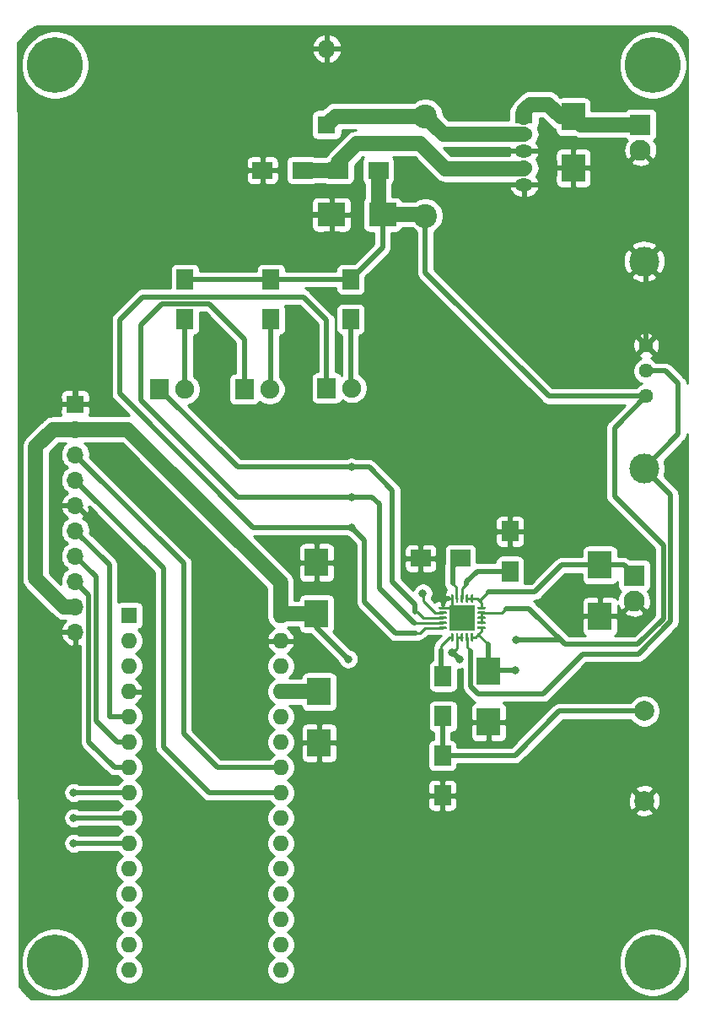
<source format=gbr>
%TF.GenerationSoftware,KiCad,Pcbnew,5.1.10-1.fc34*%
%TF.CreationDate,2021-06-08T11:44:03-04:00*%
%TF.ProjectId,BREAD_Slice,42524541-445f-4536-9c69-63652e6b6963,rev?*%
%TF.SameCoordinates,Original*%
%TF.FileFunction,Copper,L2,Bot*%
%TF.FilePolarity,Positive*%
%FSLAX46Y46*%
G04 Gerber Fmt 4.6, Leading zero omitted, Abs format (unit mm)*
G04 Created by KiCad (PCBNEW 5.1.10-1.fc34) date 2021-06-08 11:44:03*
%MOMM*%
%LPD*%
G01*
G04 APERTURE LIST*
%TA.AperFunction,SMDPad,CuDef*%
%ADD10R,2.500000X2.500000*%
%TD*%
%TA.AperFunction,ComponentPad*%
%ADD11O,1.800000X1.275000*%
%TD*%
%TA.AperFunction,ComponentPad*%
%ADD12R,1.800000X1.275000*%
%TD*%
%TA.AperFunction,ComponentPad*%
%ADD13C,3.000000*%
%TD*%
%TA.AperFunction,ComponentPad*%
%ADD14C,2.000000*%
%TD*%
%TA.AperFunction,ComponentPad*%
%ADD15C,1.440000*%
%TD*%
%TA.AperFunction,SMDPad,CuDef*%
%ADD16R,1.700000X2.000000*%
%TD*%
%TA.AperFunction,SMDPad,CuDef*%
%ADD17R,2.000000X1.700000*%
%TD*%
%TA.AperFunction,ComponentPad*%
%ADD18C,2.400000*%
%TD*%
%TA.AperFunction,ComponentPad*%
%ADD19C,2.100000*%
%TD*%
%TA.AperFunction,ComponentPad*%
%ADD20R,2.100000X2.100000*%
%TD*%
%TA.AperFunction,ComponentPad*%
%ADD21O,1.800000X1.800000*%
%TD*%
%TA.AperFunction,ComponentPad*%
%ADD22R,1.800000X1.800000*%
%TD*%
%TA.AperFunction,ComponentPad*%
%ADD23C,1.900000*%
%TD*%
%TA.AperFunction,ComponentPad*%
%ADD24R,1.900000X2.000000*%
%TD*%
%TA.AperFunction,SMDPad,CuDef*%
%ADD25R,2.350000X2.770000*%
%TD*%
%TA.AperFunction,SMDPad,CuDef*%
%ADD26R,2.770000X2.350000*%
%TD*%
%TA.AperFunction,ComponentPad*%
%ADD27C,5.600000*%
%TD*%
%TA.AperFunction,ComponentPad*%
%ADD28R,1.600000X1.600000*%
%TD*%
%TA.AperFunction,ComponentPad*%
%ADD29O,1.600000X1.600000*%
%TD*%
%TA.AperFunction,ComponentPad*%
%ADD30R,1.700000X1.700000*%
%TD*%
%TA.AperFunction,ComponentPad*%
%ADD31O,1.700000X1.700000*%
%TD*%
%TA.AperFunction,ViaPad*%
%ADD32C,0.800000*%
%TD*%
%TA.AperFunction,Conductor*%
%ADD33C,0.250000*%
%TD*%
%TA.AperFunction,Conductor*%
%ADD34C,0.500000*%
%TD*%
%TA.AperFunction,Conductor*%
%ADD35C,1.500000*%
%TD*%
%TA.AperFunction,Conductor*%
%ADD36C,0.254000*%
%TD*%
%TA.AperFunction,Conductor*%
%ADD37C,0.100000*%
%TD*%
G04 APERTURE END LIST*
D10*
%TO.P,U2,21*%
%TO.N,GND*%
X168447000Y-100239500D03*
%TO.P,U2,20*%
%TO.N,/PWR*%
%TA.AperFunction,SMDPad,CuDef*%
G36*
G01*
X170734500Y-101364500D02*
X170034500Y-101364500D01*
G75*
G02*
X169972000Y-101302000I0J62500D01*
G01*
X169972000Y-101177000D01*
G75*
G02*
X170034500Y-101114500I62500J0D01*
G01*
X170734500Y-101114500D01*
G75*
G02*
X170797000Y-101177000I0J-62500D01*
G01*
X170797000Y-101302000D01*
G75*
G02*
X170734500Y-101364500I-62500J0D01*
G01*
G37*
%TD.AperFunction*%
%TO.P,U2,19*%
%TO.N,VCC*%
%TA.AperFunction,SMDPad,CuDef*%
G36*
G01*
X170734500Y-100864500D02*
X170034500Y-100864500D01*
G75*
G02*
X169972000Y-100802000I0J62500D01*
G01*
X169972000Y-100677000D01*
G75*
G02*
X170034500Y-100614500I62500J0D01*
G01*
X170734500Y-100614500D01*
G75*
G02*
X170797000Y-100677000I0J-62500D01*
G01*
X170797000Y-100802000D01*
G75*
G02*
X170734500Y-100864500I-62500J0D01*
G01*
G37*
%TD.AperFunction*%
%TO.P,U2,18*%
%TA.AperFunction,SMDPad,CuDef*%
G36*
G01*
X170734500Y-100364500D02*
X170034500Y-100364500D01*
G75*
G02*
X169972000Y-100302000I0J62500D01*
G01*
X169972000Y-100177000D01*
G75*
G02*
X170034500Y-100114500I62500J0D01*
G01*
X170734500Y-100114500D01*
G75*
G02*
X170797000Y-100177000I0J-62500D01*
G01*
X170797000Y-100302000D01*
G75*
G02*
X170734500Y-100364500I-62500J0D01*
G01*
G37*
%TD.AperFunction*%
%TO.P,U2,17*%
%TA.AperFunction,SMDPad,CuDef*%
G36*
G01*
X170734500Y-99864500D02*
X170034500Y-99864500D01*
G75*
G02*
X169972000Y-99802000I0J62500D01*
G01*
X169972000Y-99677000D01*
G75*
G02*
X170034500Y-99614500I62500J0D01*
G01*
X170734500Y-99614500D01*
G75*
G02*
X170797000Y-99677000I0J-62500D01*
G01*
X170797000Y-99802000D01*
G75*
G02*
X170734500Y-99864500I-62500J0D01*
G01*
G37*
%TD.AperFunction*%
%TO.P,U2,16*%
%TO.N,Net-(C6-Pad1)*%
%TA.AperFunction,SMDPad,CuDef*%
G36*
G01*
X170734500Y-99364500D02*
X170034500Y-99364500D01*
G75*
G02*
X169972000Y-99302000I0J62500D01*
G01*
X169972000Y-99177000D01*
G75*
G02*
X170034500Y-99114500I62500J0D01*
G01*
X170734500Y-99114500D01*
G75*
G02*
X170797000Y-99177000I0J-62500D01*
G01*
X170797000Y-99302000D01*
G75*
G02*
X170734500Y-99364500I-62500J0D01*
G01*
G37*
%TD.AperFunction*%
%TO.P,U2,15*%
%TA.AperFunction,SMDPad,CuDef*%
G36*
G01*
X169509500Y-98714500D02*
X169384500Y-98714500D01*
G75*
G02*
X169322000Y-98652000I0J62500D01*
G01*
X169322000Y-97952000D01*
G75*
G02*
X169384500Y-97889500I62500J0D01*
G01*
X169509500Y-97889500D01*
G75*
G02*
X169572000Y-97952000I0J-62500D01*
G01*
X169572000Y-98652000D01*
G75*
G02*
X169509500Y-98714500I-62500J0D01*
G01*
G37*
%TD.AperFunction*%
%TO.P,U2,14*%
%TA.AperFunction,SMDPad,CuDef*%
G36*
G01*
X169009500Y-98714500D02*
X168884500Y-98714500D01*
G75*
G02*
X168822000Y-98652000I0J62500D01*
G01*
X168822000Y-97952000D01*
G75*
G02*
X168884500Y-97889500I62500J0D01*
G01*
X169009500Y-97889500D01*
G75*
G02*
X169072000Y-97952000I0J-62500D01*
G01*
X169072000Y-98652000D01*
G75*
G02*
X169009500Y-98714500I-62500J0D01*
G01*
G37*
%TD.AperFunction*%
%TO.P,U2,13*%
%TO.N,Net-(R7-Pad1)*%
%TA.AperFunction,SMDPad,CuDef*%
G36*
G01*
X168509500Y-98714500D02*
X168384500Y-98714500D01*
G75*
G02*
X168322000Y-98652000I0J62500D01*
G01*
X168322000Y-97952000D01*
G75*
G02*
X168384500Y-97889500I62500J0D01*
G01*
X168509500Y-97889500D01*
G75*
G02*
X168572000Y-97952000I0J-62500D01*
G01*
X168572000Y-98652000D01*
G75*
G02*
X168509500Y-98714500I-62500J0D01*
G01*
G37*
%TD.AperFunction*%
%TO.P,U2,12*%
%TO.N,Net-(R8-Pad1)*%
%TA.AperFunction,SMDPad,CuDef*%
G36*
G01*
X168009500Y-98714500D02*
X167884500Y-98714500D01*
G75*
G02*
X167822000Y-98652000I0J62500D01*
G01*
X167822000Y-97952000D01*
G75*
G02*
X167884500Y-97889500I62500J0D01*
G01*
X168009500Y-97889500D01*
G75*
G02*
X168072000Y-97952000I0J-62500D01*
G01*
X168072000Y-98652000D01*
G75*
G02*
X168009500Y-98714500I-62500J0D01*
G01*
G37*
%TD.AperFunction*%
%TO.P,U2,11*%
%TO.N,GND*%
%TA.AperFunction,SMDPad,CuDef*%
G36*
G01*
X167509500Y-98714500D02*
X167384500Y-98714500D01*
G75*
G02*
X167322000Y-98652000I0J62500D01*
G01*
X167322000Y-97952000D01*
G75*
G02*
X167384500Y-97889500I62500J0D01*
G01*
X167509500Y-97889500D01*
G75*
G02*
X167572000Y-97952000I0J-62500D01*
G01*
X167572000Y-98652000D01*
G75*
G02*
X167509500Y-98714500I-62500J0D01*
G01*
G37*
%TD.AperFunction*%
%TO.P,U2,10*%
%TA.AperFunction,SMDPad,CuDef*%
G36*
G01*
X166859500Y-99364500D02*
X166159500Y-99364500D01*
G75*
G02*
X166097000Y-99302000I0J62500D01*
G01*
X166097000Y-99177000D01*
G75*
G02*
X166159500Y-99114500I62500J0D01*
G01*
X166859500Y-99114500D01*
G75*
G02*
X166922000Y-99177000I0J-62500D01*
G01*
X166922000Y-99302000D01*
G75*
G02*
X166859500Y-99364500I-62500J0D01*
G01*
G37*
%TD.AperFunction*%
%TO.P,U2,9*%
%TO.N,VCC*%
%TA.AperFunction,SMDPad,CuDef*%
G36*
G01*
X166859500Y-99864500D02*
X166159500Y-99864500D01*
G75*
G02*
X166097000Y-99802000I0J62500D01*
G01*
X166097000Y-99677000D01*
G75*
G02*
X166159500Y-99614500I62500J0D01*
G01*
X166859500Y-99614500D01*
G75*
G02*
X166922000Y-99677000I0J-62500D01*
G01*
X166922000Y-99802000D01*
G75*
G02*
X166859500Y-99864500I-62500J0D01*
G01*
G37*
%TD.AperFunction*%
%TO.P,U2,8*%
%TO.N,/CHG*%
%TA.AperFunction,SMDPad,CuDef*%
G36*
G01*
X166859500Y-100364500D02*
X166159500Y-100364500D01*
G75*
G02*
X166097000Y-100302000I0J62500D01*
G01*
X166097000Y-100177000D01*
G75*
G02*
X166159500Y-100114500I62500J0D01*
G01*
X166859500Y-100114500D01*
G75*
G02*
X166922000Y-100177000I0J-62500D01*
G01*
X166922000Y-100302000D01*
G75*
G02*
X166859500Y-100364500I-62500J0D01*
G01*
G37*
%TD.AperFunction*%
%TO.P,U2,7*%
%TO.N,/DONE*%
%TA.AperFunction,SMDPad,CuDef*%
G36*
G01*
X166859500Y-100864500D02*
X166159500Y-100864500D01*
G75*
G02*
X166097000Y-100802000I0J62500D01*
G01*
X166097000Y-100677000D01*
G75*
G02*
X166159500Y-100614500I62500J0D01*
G01*
X166859500Y-100614500D01*
G75*
G02*
X166922000Y-100677000I0J-62500D01*
G01*
X166922000Y-100802000D01*
G75*
G02*
X166859500Y-100864500I-62500J0D01*
G01*
G37*
%TD.AperFunction*%
%TO.P,U2,6*%
%TO.N,/PG*%
%TA.AperFunction,SMDPad,CuDef*%
G36*
G01*
X166859500Y-101364500D02*
X166159500Y-101364500D01*
G75*
G02*
X166097000Y-101302000I0J62500D01*
G01*
X166097000Y-101177000D01*
G75*
G02*
X166159500Y-101114500I62500J0D01*
G01*
X166859500Y-101114500D01*
G75*
G02*
X166922000Y-101177000I0J-62500D01*
G01*
X166922000Y-101302000D01*
G75*
G02*
X166859500Y-101364500I-62500J0D01*
G01*
G37*
%TD.AperFunction*%
%TO.P,U2,5*%
%TO.N,Net-(R9-Pad1)*%
%TA.AperFunction,SMDPad,CuDef*%
G36*
G01*
X167509500Y-102589500D02*
X167384500Y-102589500D01*
G75*
G02*
X167322000Y-102527000I0J62500D01*
G01*
X167322000Y-101827000D01*
G75*
G02*
X167384500Y-101764500I62500J0D01*
G01*
X167509500Y-101764500D01*
G75*
G02*
X167572000Y-101827000I0J-62500D01*
G01*
X167572000Y-102527000D01*
G75*
G02*
X167509500Y-102589500I-62500J0D01*
G01*
G37*
%TD.AperFunction*%
%TO.P,U2,4*%
%TO.N,VCC*%
%TA.AperFunction,SMDPad,CuDef*%
G36*
G01*
X168009500Y-102589500D02*
X167884500Y-102589500D01*
G75*
G02*
X167822000Y-102527000I0J62500D01*
G01*
X167822000Y-101827000D01*
G75*
G02*
X167884500Y-101764500I62500J0D01*
G01*
X168009500Y-101764500D01*
G75*
G02*
X168072000Y-101827000I0J-62500D01*
G01*
X168072000Y-102527000D01*
G75*
G02*
X168009500Y-102589500I-62500J0D01*
G01*
G37*
%TD.AperFunction*%
%TO.P,U2,3*%
%TA.AperFunction,SMDPad,CuDef*%
G36*
G01*
X168509500Y-102589500D02*
X168384500Y-102589500D01*
G75*
G02*
X168322000Y-102527000I0J62500D01*
G01*
X168322000Y-101827000D01*
G75*
G02*
X168384500Y-101764500I62500J0D01*
G01*
X168509500Y-101764500D01*
G75*
G02*
X168572000Y-101827000I0J-62500D01*
G01*
X168572000Y-102527000D01*
G75*
G02*
X168509500Y-102589500I-62500J0D01*
G01*
G37*
%TD.AperFunction*%
%TO.P,U2,2*%
%TO.N,Net-(RV1-Pad2)*%
%TA.AperFunction,SMDPad,CuDef*%
G36*
G01*
X169009500Y-102589500D02*
X168884500Y-102589500D01*
G75*
G02*
X168822000Y-102527000I0J62500D01*
G01*
X168822000Y-101827000D01*
G75*
G02*
X168884500Y-101764500I62500J0D01*
G01*
X169009500Y-101764500D01*
G75*
G02*
X169072000Y-101827000I0J-62500D01*
G01*
X169072000Y-102527000D01*
G75*
G02*
X169009500Y-102589500I-62500J0D01*
G01*
G37*
%TD.AperFunction*%
%TO.P,U2,1*%
%TO.N,/PWR*%
%TA.AperFunction,SMDPad,CuDef*%
G36*
G01*
X169509500Y-102589500D02*
X169384500Y-102589500D01*
G75*
G02*
X169322000Y-102527000I0J62500D01*
G01*
X169322000Y-101827000D01*
G75*
G02*
X169384500Y-101764500I62500J0D01*
G01*
X169509500Y-101764500D01*
G75*
G02*
X169572000Y-101827000I0J-62500D01*
G01*
X169572000Y-102527000D01*
G75*
G02*
X169509500Y-102589500I-62500J0D01*
G01*
G37*
%TD.AperFunction*%
%TD*%
D11*
%TO.P,U1,5*%
%TO.N,GND*%
X174670000Y-56811000D03*
%TO.P,U1,4*%
%TO.N,Net-(R4-Pad1)*%
X174670000Y-55111000D03*
%TO.P,U1,3*%
%TO.N,GND*%
X174670000Y-53411000D03*
%TO.P,U1,2*%
%TO.N,Net-(D4-Pad1)*%
X174670000Y-51711000D03*
D12*
%TO.P,U1,1*%
%TO.N,Net-(C4-Pad1)*%
X174670000Y-50011000D03*
%TD*%
D13*
%TO.P,TP1,1*%
%TO.N,GND*%
X186735000Y-64489000D03*
%TD*%
%TO.P,TP2,1*%
%TO.N,Net-(RV1-Pad2)*%
X186735000Y-85253500D03*
%TD*%
D14*
%TO.P,TH1,2*%
%TO.N,Net-(R6-Pad2)*%
X186735000Y-109591000D03*
%TO.P,TH1,1*%
%TO.N,GND*%
X186735000Y-118591000D03*
%TD*%
D15*
%TO.P,RV1,3*%
%TO.N,GND*%
X186925500Y-72934500D03*
%TO.P,RV1,2*%
%TO.N,Net-(RV1-Pad2)*%
X186925500Y-75474500D03*
%TO.P,RV1,1*%
%TO.N,VCC*%
X186925500Y-78014500D03*
%TD*%
D16*
%TO.P,R9,2*%
%TO.N,Net-(R6-Pad2)*%
X166542000Y-110113500D03*
%TO.P,R9,1*%
%TO.N,Net-(R9-Pad1)*%
X166542000Y-106113500D03*
%TD*%
D17*
%TO.P,R8,2*%
%TO.N,GND*%
X164288000Y-94270500D03*
%TO.P,R8,1*%
%TO.N,Net-(R8-Pad1)*%
X168288000Y-94270500D03*
%TD*%
D16*
%TO.P,R7,2*%
%TO.N,GND*%
X173273000Y-91572000D03*
%TO.P,R7,1*%
%TO.N,Net-(R7-Pad1)*%
X173273000Y-95572000D03*
%TD*%
%TO.P,R6,2*%
%TO.N,Net-(R6-Pad2)*%
X166478500Y-114051000D03*
%TO.P,R6,1*%
%TO.N,GND*%
X166478500Y-118051000D03*
%TD*%
D17*
%TO.P,R5,2*%
%TO.N,Net-(R4-Pad1)*%
X152413000Y-55345000D03*
%TO.P,R5,1*%
%TO.N,GND*%
X148413000Y-55345000D03*
%TD*%
%TO.P,R4,2*%
%TO.N,VCC*%
X160033000Y-55345000D03*
%TO.P,R4,1*%
%TO.N,Net-(R4-Pad1)*%
X156033000Y-55345000D03*
%TD*%
D16*
%TO.P,R3,2*%
%TO.N,VCC*%
X157271000Y-66299000D03*
%TO.P,R3,1*%
%TO.N,Net-(D3-Pad2)*%
X157271000Y-70299000D03*
%TD*%
%TO.P,R2,2*%
%TO.N,VCC*%
X149270000Y-66299000D03*
%TO.P,R2,1*%
%TO.N,Net-(D2-Pad2)*%
X149270000Y-70299000D03*
%TD*%
%TO.P,R1,2*%
%TO.N,VCC*%
X140634000Y-66299000D03*
%TO.P,R1,1*%
%TO.N,Net-(D1-Pad2)*%
X140634000Y-70299000D03*
%TD*%
D18*
%TO.P,L1,2*%
%TO.N,Net-(D4-Pad1)*%
X164764000Y-49917000D03*
%TO.P,L1,1*%
%TO.N,VCC*%
X164764000Y-59917000D03*
%TD*%
D19*
%TO.P,J3,2*%
%TO.N,GND*%
X185719000Y-98525000D03*
D20*
%TO.P,J3,1*%
%TO.N,Net-(C6-Pad1)*%
X185719000Y-95985000D03*
%TD*%
D19*
%TO.P,J2,2*%
%TO.N,GND*%
X186354000Y-53313000D03*
D20*
%TO.P,J2,1*%
%TO.N,Net-(C4-Pad1)*%
X186354000Y-50773000D03*
%TD*%
D21*
%TO.P,D4,2*%
%TO.N,GND*%
X154858000Y-43153000D03*
D22*
%TO.P,D4,1*%
%TO.N,Net-(D4-Pad1)*%
X154858000Y-50773000D03*
%TD*%
D23*
%TO.P,D3,2*%
%TO.N,Net-(D3-Pad2)*%
X157398000Y-77189000D03*
D24*
%TO.P,D3,1*%
%TO.N,/PG*%
X154858000Y-77189000D03*
%TD*%
D23*
%TO.P,D2,2*%
%TO.N,Net-(D2-Pad2)*%
X149143000Y-77316000D03*
D24*
%TO.P,D2,1*%
%TO.N,/DONE*%
X146603000Y-77316000D03*
%TD*%
D23*
%TO.P,D1,2*%
%TO.N,Net-(D1-Pad2)*%
X140634000Y-77316000D03*
D24*
%TO.P,D1,1*%
%TO.N,/CHG*%
X138094000Y-77316000D03*
%TD*%
D25*
%TO.P,C6,2*%
%TO.N,GND*%
X182290000Y-100079000D03*
%TO.P,C6,1*%
%TO.N,Net-(C6-Pad1)*%
X182290000Y-94939000D03*
%TD*%
%TO.P,C5,2*%
%TO.N,GND*%
X171114000Y-110683500D03*
%TO.P,C5,1*%
%TO.N,/PWR*%
X171114000Y-105543500D03*
%TD*%
%TO.P,C4,2*%
%TO.N,GND*%
X179623000Y-55121000D03*
%TO.P,C4,1*%
%TO.N,Net-(C4-Pad1)*%
X179623000Y-49981000D03*
%TD*%
D26*
%TO.P,C3,2*%
%TO.N,GND*%
X155336000Y-59790000D03*
%TO.P,C3,1*%
%TO.N,VCC*%
X160476000Y-59790000D03*
%TD*%
D27*
%TO.P,H4,1*%
%TO.N,N/C*%
X187600000Y-134800000D03*
%TD*%
%TO.P,H3,1*%
%TO.N,N/C*%
X127600000Y-134800000D03*
%TD*%
%TO.P,H2,1*%
%TO.N,N/C*%
X187600000Y-44800000D03*
%TD*%
%TO.P,H1,1*%
%TO.N,N/C*%
X127600000Y-44800000D03*
%TD*%
D25*
%TO.P,C1,2*%
%TO.N,GND*%
X153842000Y-94685000D03*
%TO.P,C1,1*%
%TO.N,/PWR*%
X153842000Y-99825000D03*
%TD*%
D28*
%TO.P,A1,1*%
%TO.N,Net-(A1-Pad1)*%
X135000000Y-100000000D03*
D29*
%TO.P,A1,17*%
%TO.N,Net-(A1-Pad17)*%
X150240000Y-133020000D03*
%TO.P,A1,2*%
%TO.N,Net-(A1-Pad2)*%
X135000000Y-102540000D03*
%TO.P,A1,18*%
%TO.N,Net-(A1-Pad18)*%
X150240000Y-130480000D03*
%TO.P,A1,3*%
%TO.N,Net-(A1-Pad3)*%
X135000000Y-105080000D03*
%TO.P,A1,19*%
%TO.N,Net-(A1-Pad19)*%
X150240000Y-127940000D03*
%TO.P,A1,4*%
%TO.N,GND*%
X135000000Y-107620000D03*
%TO.P,A1,20*%
%TO.N,Net-(A1-Pad20)*%
X150240000Y-125400000D03*
%TO.P,A1,5*%
%TO.N,/E_STOP*%
X135000000Y-110160000D03*
%TO.P,A1,21*%
%TO.N,Net-(A1-Pad21)*%
X150240000Y-122860000D03*
%TO.P,A1,6*%
%TO.N,/INT*%
X135000000Y-112700000D03*
%TO.P,A1,22*%
%TO.N,Net-(A1-Pad22)*%
X150240000Y-120320000D03*
%TO.P,A1,7*%
%TO.N,/SYNC*%
X135000000Y-115240000D03*
%TO.P,A1,23*%
%TO.N,/I2C_DAT*%
X150240000Y-117780000D03*
%TO.P,A1,8*%
%TO.N,/CHG*%
X135000000Y-117780000D03*
%TO.P,A1,24*%
%TO.N,/I2C_CLK*%
X150240000Y-115240000D03*
%TO.P,A1,9*%
%TO.N,/DONE*%
X135000000Y-120320000D03*
%TO.P,A1,25*%
%TO.N,Net-(A1-Pad25)*%
X150240000Y-112700000D03*
%TO.P,A1,10*%
%TO.N,/PG*%
X135000000Y-122860000D03*
%TO.P,A1,26*%
%TO.N,Net-(A1-Pad26)*%
X150240000Y-110160000D03*
%TO.P,A1,11*%
%TO.N,Net-(A1-Pad11)*%
X135000000Y-125400000D03*
%TO.P,A1,27*%
%TO.N,+5V*%
X150240000Y-107620000D03*
%TO.P,A1,12*%
%TO.N,Net-(A1-Pad12)*%
X135000000Y-127940000D03*
%TO.P,A1,28*%
%TO.N,Net-(A1-Pad28)*%
X150240000Y-105080000D03*
%TO.P,A1,13*%
%TO.N,Net-(A1-Pad13)*%
X135000000Y-130480000D03*
%TO.P,A1,29*%
%TO.N,GND*%
X150240000Y-102540000D03*
%TO.P,A1,14*%
%TO.N,Net-(A1-Pad14)*%
X135000000Y-133020000D03*
%TO.P,A1,30*%
%TO.N,/PWR*%
X150240000Y-100000000D03*
%TO.P,A1,15*%
%TO.N,Net-(A1-Pad15)*%
X135000000Y-135560000D03*
%TO.P,A1,16*%
%TO.N,Net-(A1-Pad16)*%
X150240000Y-135560000D03*
%TD*%
D25*
%TO.P,C2,1*%
%TO.N,+5V*%
X154096000Y-107639000D03*
%TO.P,C2,2*%
%TO.N,GND*%
X154096000Y-112779000D03*
%TD*%
D30*
%TO.P,J1,1*%
%TO.N,GND*%
X129600000Y-78800000D03*
D31*
%TO.P,J1,2*%
%TO.N,/PWR*%
X129600000Y-81340000D03*
%TO.P,J1,3*%
%TO.N,/I2C_CLK*%
X129600000Y-83880000D03*
%TO.P,J1,4*%
%TO.N,/I2C_DAT*%
X129600000Y-86420000D03*
%TO.P,J1,5*%
%TO.N,GND*%
X129600000Y-88960000D03*
%TO.P,J1,6*%
%TO.N,/E_STOP*%
X129600000Y-91500000D03*
%TO.P,J1,7*%
%TO.N,/INT*%
X129600000Y-94040000D03*
%TO.P,J1,8*%
%TO.N,/SYNC*%
X129600000Y-96580000D03*
%TO.P,J1,9*%
%TO.N,/PWR*%
X129600000Y-99120000D03*
%TO.P,J1,10*%
%TO.N,GND*%
X129600000Y-101660000D03*
%TD*%
D32*
%TO.N,GND*%
X150667000Y-61060000D03*
X162224000Y-64616000D03*
X129585000Y-71093000D03*
X133268000Y-92429000D03*
%TO.N,/CHG*%
X129458000Y-117765500D03*
X157334500Y-85126500D03*
%TO.N,/DONE*%
X129458000Y-120305500D03*
X157334500Y-88111000D03*
%TO.N,/PG*%
X129458000Y-122845500D03*
X157334500Y-91159000D03*
%TO.N,/PWR*%
X157017000Y-104367000D03*
X173781000Y-105510000D03*
%TO.N,VCC*%
X164510000Y-97763000D03*
X167431000Y-103732000D03*
X168193000Y-104367000D03*
X173908000Y-102462000D03*
%TD*%
D33*
%TO.N,GND*%
X166509500Y-99239500D02*
X166509500Y-98748000D01*
X166955500Y-98302000D02*
X167447000Y-98302000D01*
X166509500Y-98748000D02*
X166955500Y-98302000D01*
X167447000Y-98302000D02*
X167447000Y-99239500D01*
X167447000Y-99239500D02*
X168447000Y-100239500D01*
X166509500Y-99239500D02*
X167447000Y-99239500D01*
D34*
X186925500Y-64679500D02*
X186735000Y-64489000D01*
X186925500Y-72934500D02*
X186925500Y-64679500D01*
X151937000Y-59790000D02*
X150667000Y-61060000D01*
X155336000Y-59790000D02*
X151937000Y-59790000D01*
X129600000Y-71108000D02*
X129585000Y-71093000D01*
X129600000Y-78800000D02*
X129600000Y-71108000D01*
X129799000Y-88960000D02*
X129600000Y-88960000D01*
X133268000Y-92429000D02*
X129799000Y-88960000D01*
D35*
%TO.N,+5V*%
X150259000Y-107639000D02*
X150240000Y-107620000D01*
X154096000Y-107639000D02*
X150259000Y-107639000D01*
D34*
%TO.N,/I2C_CLK*%
X150240000Y-115240000D02*
X143887000Y-115240000D01*
X143887000Y-115240000D02*
X140507000Y-111860000D01*
X140507000Y-94787000D02*
X129600000Y-83880000D01*
X140507000Y-111860000D02*
X140507000Y-94787000D01*
%TO.N,/I2C_DAT*%
X129600000Y-86420000D02*
X138475000Y-95295000D01*
X138475000Y-95295000D02*
X138475000Y-113193500D01*
X143061500Y-117780000D02*
X150240000Y-117780000D01*
X138475000Y-113193500D02*
X143061500Y-117780000D01*
%TO.N,/SYNC*%
X135000000Y-115240000D02*
X133536500Y-115240000D01*
X133536500Y-115240000D02*
X130982000Y-112685500D01*
X130982000Y-97962000D02*
X129600000Y-96580000D01*
X130982000Y-112685500D02*
X130982000Y-97962000D01*
%TO.N,/E_STOP*%
X135000000Y-110160000D02*
X133028500Y-110160000D01*
X133028500Y-94928500D02*
X129600000Y-91500000D01*
X133028500Y-110160000D02*
X133028500Y-94928500D01*
%TO.N,/INT*%
X135000000Y-112700000D02*
X133790500Y-112700000D01*
X131682010Y-96122010D02*
X129600000Y-94040000D01*
X131682010Y-110591510D02*
X131682010Y-96122010D01*
X133790500Y-112700000D02*
X131682010Y-110591510D01*
D33*
%TO.N,/CHG*%
X166509500Y-100239500D02*
X164573500Y-100239500D01*
X164573500Y-100239500D02*
X164002000Y-99668000D01*
X164002000Y-99668000D02*
X163748000Y-99668000D01*
D34*
X129472500Y-117780000D02*
X129458000Y-117765500D01*
X135000000Y-117780000D02*
X129472500Y-117780000D01*
X163748000Y-99668000D02*
X163748000Y-98906000D01*
X163748000Y-98906000D02*
X161462000Y-96620000D01*
X161462000Y-96620000D02*
X161462000Y-87476000D01*
X159112500Y-85126500D02*
X157334500Y-85126500D01*
X161462000Y-87476000D02*
X159112500Y-85126500D01*
X145904500Y-85126500D02*
X138094000Y-77316000D01*
X157334500Y-85126500D02*
X145904500Y-85126500D01*
D33*
%TO.N,/DONE*%
X166509500Y-100739500D02*
X163756000Y-100739500D01*
D34*
X129472500Y-120320000D02*
X129458000Y-120305500D01*
X135000000Y-120320000D02*
X129472500Y-120320000D01*
X163756000Y-100739500D02*
X163613000Y-100739500D01*
X163613000Y-100739500D02*
X160128500Y-97255000D01*
X160128500Y-97255000D02*
X160128500Y-88809500D01*
X159430000Y-88111000D02*
X157334500Y-88111000D01*
X160128500Y-88809500D02*
X159430000Y-88111000D01*
X157334500Y-88111000D02*
X145904500Y-88111000D01*
X145904500Y-88111000D02*
X136189000Y-78395500D01*
X136189000Y-78395500D02*
X136189000Y-70902500D01*
X136189000Y-70902500D02*
X138346490Y-68745010D01*
X138346490Y-68745010D02*
X143048510Y-68745010D01*
X146603000Y-72299500D02*
X146603000Y-77316000D01*
X143048510Y-68745010D02*
X146603000Y-72299500D01*
D33*
%TO.N,/PG*%
X166509500Y-101239500D02*
X164716500Y-101239500D01*
X164716500Y-101239500D02*
X164192500Y-101763500D01*
X164192500Y-101763500D02*
X163811500Y-101763500D01*
D34*
X129472500Y-122860000D02*
X129458000Y-122845500D01*
X135000000Y-122860000D02*
X129472500Y-122860000D01*
X163811500Y-101763500D02*
X161779500Y-101763500D01*
X161779500Y-101763500D02*
X158668000Y-98652000D01*
X158668000Y-92492500D02*
X157334500Y-91159000D01*
X158668000Y-98652000D02*
X158668000Y-92492500D01*
X152508500Y-68045000D02*
X154858000Y-70394500D01*
X136379500Y-68045000D02*
X152508500Y-68045000D01*
X134093500Y-70331000D02*
X136379500Y-68045000D01*
X154858000Y-70394500D02*
X154858000Y-77189000D01*
X134093500Y-77760500D02*
X134093500Y-70331000D01*
X147492000Y-91159000D02*
X134093500Y-77760500D01*
X157334500Y-91159000D02*
X147492000Y-91159000D01*
D35*
%TO.N,/PWR*%
X150415000Y-99825000D02*
X150240000Y-100000000D01*
X153842000Y-99825000D02*
X150415000Y-99825000D01*
D33*
X170384500Y-101239500D02*
X170384500Y-101604000D01*
X169811500Y-102177000D02*
X169447000Y-102177000D01*
D35*
X129600000Y-81340000D02*
X127402500Y-81340000D01*
X127402500Y-81340000D02*
X125648000Y-83094500D01*
X125648000Y-83094500D02*
X125648000Y-96302500D01*
X128465500Y-99120000D02*
X129600000Y-99120000D01*
X125648000Y-96302500D02*
X128465500Y-99120000D01*
X129600000Y-81340000D02*
X134879000Y-81340000D01*
X150240000Y-96701000D02*
X150240000Y-100000000D01*
X134879000Y-81340000D02*
X150240000Y-96701000D01*
D33*
X170098000Y-101890500D02*
X170098000Y-101954000D01*
X170384500Y-101604000D02*
X170098000Y-101890500D01*
X170098000Y-101890500D02*
X169811500Y-102177000D01*
X170098000Y-101954000D02*
X171050500Y-102906500D01*
D34*
X171050500Y-105480000D02*
X171114000Y-105543500D01*
X171050500Y-102906500D02*
X171050500Y-105480000D01*
X153842000Y-101192000D02*
X157017000Y-104367000D01*
X153842000Y-99825000D02*
X153842000Y-101192000D01*
X171147500Y-105510000D02*
X171114000Y-105543500D01*
X173781000Y-105510000D02*
X171147500Y-105510000D01*
D35*
%TO.N,VCC*%
X160033000Y-59347000D02*
X160476000Y-59790000D01*
X160033000Y-55345000D02*
X160033000Y-59347000D01*
X164637000Y-59790000D02*
X164764000Y-59917000D01*
X160476000Y-59790000D02*
X164637000Y-59790000D01*
D34*
X160476000Y-63094000D02*
X157271000Y-66299000D01*
X160476000Y-59790000D02*
X160476000Y-63094000D01*
X157271000Y-66299000D02*
X140634000Y-66299000D01*
D33*
X170384500Y-99739500D02*
X170384500Y-100739500D01*
X167947000Y-102177000D02*
X168447000Y-102177000D01*
D34*
X164764000Y-59917000D02*
X164764000Y-65632000D01*
X177146500Y-78014500D02*
X186925500Y-78014500D01*
X164764000Y-65632000D02*
X177146500Y-78014500D01*
D33*
X167947000Y-102177000D02*
X167947000Y-103279500D01*
X167947000Y-103279500D02*
X167685000Y-103541500D01*
X170384500Y-99739500D02*
X172439500Y-99739500D01*
X172439500Y-99739500D02*
X172892000Y-99287000D01*
X166509500Y-99739500D02*
X165724500Y-99739500D01*
X165724500Y-99739500D02*
X164573500Y-98588500D01*
X164573500Y-98588500D02*
X164573500Y-97826500D01*
D34*
X172892000Y-99287000D02*
X175178000Y-99287000D01*
X175178000Y-99287000D02*
X178797500Y-102906500D01*
X178797500Y-102906500D02*
X186100000Y-102906500D01*
X188685001Y-100321499D02*
X188685001Y-92982001D01*
X186100000Y-102906500D02*
X188685001Y-100321499D01*
X188685001Y-92982001D02*
X183750500Y-88047500D01*
X183750500Y-81189500D02*
X186925500Y-78014500D01*
X183750500Y-88047500D02*
X183750500Y-81189500D01*
X164573500Y-97826500D02*
X164510000Y-97763000D01*
X167558000Y-103732000D02*
X168193000Y-104367000D01*
X167431000Y-103732000D02*
X167558000Y-103732000D01*
X178353000Y-102462000D02*
X178797500Y-102906500D01*
X173908000Y-102462000D02*
X178353000Y-102462000D01*
D35*
%TO.N,Net-(C4-Pad1)*%
X180415000Y-50773000D02*
X179623000Y-49981000D01*
X186354000Y-50773000D02*
X180415000Y-50773000D01*
X179623000Y-49981000D02*
X178323000Y-49981000D01*
X178323000Y-49981000D02*
X177083000Y-48741000D01*
X177083000Y-48741000D02*
X175305000Y-48741000D01*
X174670000Y-49376000D02*
X174670000Y-50011000D01*
X175305000Y-48741000D02*
X174670000Y-49376000D01*
D33*
%TO.N,Net-(C6-Pad1)*%
X168947000Y-98302000D02*
X169447000Y-98302000D01*
X169447000Y-98302000D02*
X170002000Y-98302000D01*
X170384500Y-98684500D02*
X170384500Y-99239500D01*
D34*
X184673000Y-94939000D02*
X185719000Y-95985000D01*
X182290000Y-94939000D02*
X184673000Y-94939000D01*
D33*
X170225000Y-98525000D02*
X170225000Y-98461500D01*
X170002000Y-98302000D02*
X170225000Y-98525000D01*
X170225000Y-98525000D02*
X170384500Y-98684500D01*
X170225000Y-98461500D02*
X171050500Y-97636000D01*
D34*
X182290000Y-94939000D02*
X178446500Y-94939000D01*
X175749500Y-97636000D02*
X171050500Y-97636000D01*
X178446500Y-94939000D02*
X175749500Y-97636000D01*
%TO.N,Net-(D1-Pad2)*%
X140634000Y-70299000D02*
X140634000Y-77316000D01*
%TO.N,Net-(D2-Pad2)*%
X149270000Y-77189000D02*
X149143000Y-77316000D01*
X149270000Y-70299000D02*
X149270000Y-77189000D01*
%TO.N,Net-(D3-Pad2)*%
X157271000Y-77062000D02*
X157398000Y-77189000D01*
X157271000Y-70299000D02*
X157271000Y-77062000D01*
D35*
%TO.N,Net-(D4-Pad1)*%
X166558000Y-51711000D02*
X164764000Y-49917000D01*
X174670000Y-51711000D02*
X166558000Y-51711000D01*
X155714000Y-49917000D02*
X154858000Y-50773000D01*
X164764000Y-49917000D02*
X155714000Y-49917000D01*
%TO.N,Net-(R4-Pad1)*%
X174664510Y-55223490D02*
X166801490Y-55223490D01*
X174670000Y-55218000D02*
X174664510Y-55223490D01*
X174670000Y-55111000D02*
X174670000Y-55218000D01*
X166801490Y-55223490D02*
X164256000Y-52678000D01*
X164256000Y-52678000D02*
X157906000Y-52678000D01*
X156033000Y-54551000D02*
X156033000Y-55345000D01*
X157906000Y-52678000D02*
X156033000Y-54551000D01*
X156033000Y-55345000D02*
X152413000Y-55345000D01*
D34*
%TO.N,Net-(R6-Pad2)*%
X166478500Y-110177000D02*
X166542000Y-110113500D01*
X166478500Y-114051000D02*
X166478500Y-110177000D01*
X186735000Y-109591000D02*
X178209000Y-109591000D01*
X173749000Y-114051000D02*
X166478500Y-114051000D01*
X178209000Y-109591000D02*
X173749000Y-114051000D01*
D33*
%TO.N,Net-(R7-Pad1)*%
X168447000Y-98302000D02*
X168447000Y-97841478D01*
X168447000Y-97841478D02*
X168447000Y-97318500D01*
X168447000Y-97318500D02*
X168891500Y-96874000D01*
D34*
X168891500Y-96874000D02*
X168891500Y-96620000D01*
X169939500Y-95572000D02*
X173273000Y-95572000D01*
X168891500Y-96620000D02*
X169939500Y-95572000D01*
D33*
%TO.N,Net-(R8-Pad1)*%
X167897010Y-98292510D02*
X167897010Y-97213010D01*
X167906500Y-98302000D02*
X167897010Y-98292510D01*
X167947000Y-98302000D02*
X167906500Y-98302000D01*
X167897010Y-97213010D02*
X167494500Y-96810500D01*
D34*
X167494500Y-95064000D02*
X168288000Y-94270500D01*
X167494500Y-96810500D02*
X167494500Y-95064000D01*
D33*
%TO.N,Net-(R9-Pad1)*%
X167447000Y-102177000D02*
X167208000Y-102177000D01*
X167208000Y-102177000D02*
X166351500Y-103033500D01*
X166351500Y-103033500D02*
X166351500Y-103478000D01*
D34*
X166351500Y-105923000D02*
X166542000Y-106113500D01*
X166351500Y-103478000D02*
X166351500Y-105923000D01*
%TO.N,Net-(RV1-Pad2)*%
X186925500Y-75474500D02*
X188894000Y-75474500D01*
X188894000Y-75474500D02*
X190164000Y-76744500D01*
X190164000Y-81824500D02*
X186735000Y-85253500D01*
X190164000Y-76744500D02*
X190164000Y-81824500D01*
D33*
X168947000Y-102177000D02*
X168947000Y-103152500D01*
X168947000Y-103152500D02*
X169336000Y-103541500D01*
D34*
X189385011Y-87903511D02*
X186735000Y-85253500D01*
X180575500Y-103859000D02*
X186137462Y-103859000D01*
X186137462Y-103859000D02*
X189385011Y-100611452D01*
X176575000Y-107859500D02*
X180575500Y-103859000D01*
X189385011Y-100611452D02*
X189385011Y-87903511D01*
X170059998Y-107859500D02*
X176575000Y-107859500D01*
X169336000Y-107135502D02*
X170059998Y-107859500D01*
X169336000Y-103541500D02*
X169336000Y-107135502D01*
%TD*%
D36*
%TO.N,GND*%
X189807905Y-41066638D02*
X190434130Y-41516626D01*
X190970777Y-42070403D01*
X191053000Y-42192764D01*
X191053000Y-76741646D01*
X191049000Y-76701033D01*
X191049000Y-76701023D01*
X191036195Y-76571010D01*
X190985589Y-76404187D01*
X190903411Y-76250441D01*
X190852987Y-76189000D01*
X190820532Y-76149453D01*
X190820530Y-76149451D01*
X190792817Y-76115683D01*
X190759050Y-76087971D01*
X189550534Y-74879456D01*
X189522817Y-74845683D01*
X189388059Y-74735089D01*
X189234313Y-74652911D01*
X189067490Y-74602305D01*
X188937477Y-74589500D01*
X188937469Y-74589500D01*
X188894000Y-74585219D01*
X188850531Y-74589500D01*
X187956759Y-74589500D01*
X187789262Y-74422003D01*
X187567333Y-74273715D01*
X187399176Y-74204062D01*
X187513853Y-74162375D01*
X187619568Y-74105868D01*
X187681455Y-73870060D01*
X186925500Y-73114105D01*
X186169545Y-73870060D01*
X186231432Y-74105868D01*
X186446507Y-74206264D01*
X186283667Y-74273715D01*
X186061738Y-74422003D01*
X185873003Y-74610738D01*
X185724715Y-74832667D01*
X185622572Y-75079261D01*
X185570500Y-75341044D01*
X185570500Y-75607956D01*
X185622572Y-75869739D01*
X185724715Y-76116333D01*
X185873003Y-76338262D01*
X186061738Y-76526997D01*
X186283667Y-76675285D01*
X186450766Y-76744500D01*
X186283667Y-76813715D01*
X186061738Y-76962003D01*
X185894241Y-77129500D01*
X177513079Y-77129500D01*
X173391759Y-73008180D01*
X185565939Y-73008180D01*
X185606437Y-73272001D01*
X185697625Y-73522853D01*
X185754132Y-73628568D01*
X185989940Y-73690455D01*
X186745895Y-72934500D01*
X187105105Y-72934500D01*
X187861060Y-73690455D01*
X188096868Y-73628568D01*
X188209766Y-73386710D01*
X188273311Y-73127473D01*
X188285061Y-72860820D01*
X188244563Y-72596999D01*
X188153375Y-72346147D01*
X188096868Y-72240432D01*
X187861060Y-72178545D01*
X187105105Y-72934500D01*
X186745895Y-72934500D01*
X185989940Y-72178545D01*
X185754132Y-72240432D01*
X185641234Y-72482290D01*
X185577689Y-72741527D01*
X185565939Y-73008180D01*
X173391759Y-73008180D01*
X172382519Y-71998940D01*
X186169545Y-71998940D01*
X186925500Y-72754895D01*
X187681455Y-71998940D01*
X187619568Y-71763132D01*
X187377710Y-71650234D01*
X187118473Y-71586689D01*
X186851820Y-71574939D01*
X186587999Y-71615437D01*
X186337147Y-71706625D01*
X186231432Y-71763132D01*
X186169545Y-71998940D01*
X172382519Y-71998940D01*
X166364232Y-65980653D01*
X185422952Y-65980653D01*
X185578962Y-66296214D01*
X185953745Y-66487020D01*
X186358551Y-66601044D01*
X186777824Y-66633902D01*
X187195451Y-66584334D01*
X187595383Y-66454243D01*
X187891038Y-66296214D01*
X188047048Y-65980653D01*
X186735000Y-64668605D01*
X185422952Y-65980653D01*
X166364232Y-65980653D01*
X165649000Y-65265422D01*
X165649000Y-64531824D01*
X184590098Y-64531824D01*
X184639666Y-64949451D01*
X184769757Y-65349383D01*
X184927786Y-65645038D01*
X185243347Y-65801048D01*
X186555395Y-64489000D01*
X186914605Y-64489000D01*
X188226653Y-65801048D01*
X188542214Y-65645038D01*
X188733020Y-65270255D01*
X188847044Y-64865449D01*
X188879902Y-64446176D01*
X188830334Y-64028549D01*
X188700243Y-63628617D01*
X188542214Y-63332962D01*
X188226653Y-63176952D01*
X186914605Y-64489000D01*
X186555395Y-64489000D01*
X185243347Y-63176952D01*
X184927786Y-63332962D01*
X184736980Y-63707745D01*
X184622956Y-64112551D01*
X184590098Y-64531824D01*
X165649000Y-64531824D01*
X165649000Y-62997347D01*
X185422952Y-62997347D01*
X186735000Y-64309395D01*
X188047048Y-62997347D01*
X187891038Y-62681786D01*
X187516255Y-62490980D01*
X187111449Y-62376956D01*
X186692176Y-62344098D01*
X186274549Y-62393666D01*
X185874617Y-62523757D01*
X185578962Y-62681786D01*
X185422952Y-62997347D01*
X165649000Y-62997347D01*
X165649000Y-61532598D01*
X165933744Y-61342338D01*
X166189338Y-61086744D01*
X166390156Y-60786199D01*
X166528482Y-60452250D01*
X166599000Y-60097732D01*
X166599000Y-59736268D01*
X166528482Y-59381750D01*
X166390156Y-59047801D01*
X166189338Y-58747256D01*
X165933744Y-58491662D01*
X165633199Y-58290844D01*
X165299250Y-58152518D01*
X164944732Y-58082000D01*
X164583268Y-58082000D01*
X164228750Y-58152518D01*
X163894801Y-58290844D01*
X163723955Y-58405000D01*
X162460870Y-58405000D01*
X162450502Y-58370820D01*
X162391537Y-58260506D01*
X162312185Y-58163815D01*
X162215494Y-58084463D01*
X162105180Y-58025498D01*
X161985482Y-57989188D01*
X161861000Y-57976928D01*
X161418000Y-57976928D01*
X161418000Y-57134505D01*
X173176809Y-57134505D01*
X173183263Y-57180633D01*
X173278898Y-57412367D01*
X173417905Y-57620991D01*
X173594941Y-57798488D01*
X173803203Y-57938036D01*
X174034688Y-58034273D01*
X174280500Y-58083500D01*
X174543000Y-58083500D01*
X174543000Y-56938000D01*
X174797000Y-56938000D01*
X174797000Y-58083500D01*
X175059500Y-58083500D01*
X175305312Y-58034273D01*
X175536797Y-57938036D01*
X175745059Y-57798488D01*
X175922095Y-57620991D01*
X176061102Y-57412367D01*
X176156737Y-57180633D01*
X176163191Y-57134505D01*
X176038985Y-56938000D01*
X174797000Y-56938000D01*
X174543000Y-56938000D01*
X173301015Y-56938000D01*
X173176809Y-57134505D01*
X161418000Y-57134505D01*
X161418000Y-56700501D01*
X161484185Y-56646185D01*
X161563537Y-56549494D01*
X161622502Y-56439180D01*
X161658812Y-56319482D01*
X161671072Y-56195000D01*
X161671072Y-54495000D01*
X161658812Y-54370518D01*
X161622502Y-54250820D01*
X161563537Y-54140506D01*
X161499930Y-54063000D01*
X163682315Y-54063000D01*
X165774036Y-56154721D01*
X165817409Y-56207571D01*
X166028302Y-56380647D01*
X166268909Y-56509254D01*
X166529983Y-56588450D01*
X166733453Y-56608490D01*
X166733462Y-56608490D01*
X166801489Y-56615190D01*
X166869516Y-56608490D01*
X173253287Y-56608490D01*
X173301015Y-56684000D01*
X174543000Y-56684000D01*
X174543000Y-56664000D01*
X174797000Y-56664000D01*
X174797000Y-56684000D01*
X176038985Y-56684000D01*
X176151494Y-56506000D01*
X177809928Y-56506000D01*
X177822188Y-56630482D01*
X177858498Y-56750180D01*
X177917463Y-56860494D01*
X177996815Y-56957185D01*
X178093506Y-57036537D01*
X178203820Y-57095502D01*
X178323518Y-57131812D01*
X178448000Y-57144072D01*
X179337250Y-57141000D01*
X179496000Y-56982250D01*
X179496000Y-55248000D01*
X179750000Y-55248000D01*
X179750000Y-56982250D01*
X179908750Y-57141000D01*
X180798000Y-57144072D01*
X180922482Y-57131812D01*
X181042180Y-57095502D01*
X181152494Y-57036537D01*
X181249185Y-56957185D01*
X181328537Y-56860494D01*
X181387502Y-56750180D01*
X181423812Y-56630482D01*
X181436072Y-56506000D01*
X181433000Y-55406750D01*
X181274250Y-55248000D01*
X179750000Y-55248000D01*
X179496000Y-55248000D01*
X177971750Y-55248000D01*
X177813000Y-55406750D01*
X177809928Y-56506000D01*
X176151494Y-56506000D01*
X176163191Y-56487495D01*
X176156737Y-56441367D01*
X176061102Y-56209633D01*
X175922095Y-56001009D01*
X175881583Y-55960392D01*
X175995664Y-55821384D01*
X176113825Y-55600321D01*
X176186588Y-55360454D01*
X176211157Y-55111000D01*
X176186588Y-54861546D01*
X176113825Y-54621679D01*
X175995664Y-54400616D01*
X175881583Y-54261608D01*
X175922095Y-54220991D01*
X176061102Y-54012367D01*
X176156737Y-53780633D01*
X176162981Y-53736000D01*
X177809928Y-53736000D01*
X177813000Y-54835250D01*
X177971750Y-54994000D01*
X179496000Y-54994000D01*
X179496000Y-53259750D01*
X179750000Y-53259750D01*
X179750000Y-54994000D01*
X181274250Y-54994000D01*
X181433000Y-54835250D01*
X181433981Y-54484066D01*
X185362539Y-54484066D01*
X185464339Y-54753579D01*
X185762477Y-54899463D01*
X186083346Y-54984380D01*
X186414617Y-55005066D01*
X186743557Y-54960728D01*
X187057527Y-54853069D01*
X187243661Y-54753579D01*
X187345461Y-54484066D01*
X186354000Y-53492605D01*
X185362539Y-54484066D01*
X181433981Y-54484066D01*
X181436072Y-53736000D01*
X181423812Y-53611518D01*
X181387502Y-53491820D01*
X181328537Y-53381506D01*
X181249185Y-53284815D01*
X181152494Y-53205463D01*
X181042180Y-53146498D01*
X180922482Y-53110188D01*
X180798000Y-53097928D01*
X179908750Y-53101000D01*
X179750000Y-53259750D01*
X179496000Y-53259750D01*
X179337250Y-53101000D01*
X178448000Y-53097928D01*
X178323518Y-53110188D01*
X178203820Y-53146498D01*
X178093506Y-53205463D01*
X177996815Y-53284815D01*
X177917463Y-53381506D01*
X177858498Y-53491820D01*
X177822188Y-53611518D01*
X177809928Y-53736000D01*
X176162981Y-53736000D01*
X176163191Y-53734505D01*
X176038985Y-53538000D01*
X174797000Y-53538000D01*
X174797000Y-53558000D01*
X174543000Y-53558000D01*
X174543000Y-53538000D01*
X173301015Y-53538000D01*
X173176809Y-53734505D01*
X173183263Y-53780633D01*
X173207140Y-53838490D01*
X167375175Y-53838490D01*
X166632685Y-53096000D01*
X173182185Y-53096000D01*
X173301015Y-53284000D01*
X174543000Y-53284000D01*
X174543000Y-53264000D01*
X174797000Y-53264000D01*
X174797000Y-53284000D01*
X176038985Y-53284000D01*
X176163191Y-53087495D01*
X176156737Y-53041367D01*
X176061102Y-52809633D01*
X175922095Y-52601009D01*
X175881583Y-52560392D01*
X175995664Y-52421384D01*
X176113825Y-52200321D01*
X176186588Y-51960454D01*
X176211157Y-51711000D01*
X176186588Y-51461546D01*
X176113825Y-51221679D01*
X176037798Y-51079442D01*
X176100537Y-51002994D01*
X176159502Y-50892680D01*
X176195812Y-50772982D01*
X176208072Y-50648500D01*
X176208072Y-50126000D01*
X176509315Y-50126000D01*
X177295550Y-50912236D01*
X177338919Y-50965081D01*
X177391764Y-51008450D01*
X177391766Y-51008452D01*
X177471828Y-51074157D01*
X177549812Y-51138157D01*
X177790419Y-51266764D01*
X177809928Y-51272682D01*
X177809928Y-51366000D01*
X177822188Y-51490482D01*
X177858498Y-51610180D01*
X177917463Y-51720494D01*
X177996815Y-51817185D01*
X178093506Y-51896537D01*
X178203820Y-51955502D01*
X178323518Y-51991812D01*
X178448000Y-52004072D01*
X179780097Y-52004072D01*
X179882419Y-52058764D01*
X180143493Y-52137960D01*
X180346963Y-52158000D01*
X180346972Y-52158000D01*
X180414999Y-52164700D01*
X180483026Y-52158000D01*
X184763043Y-52158000D01*
X184773463Y-52177494D01*
X184852815Y-52274185D01*
X184949506Y-52353537D01*
X185011082Y-52386451D01*
X184913421Y-52423339D01*
X184767537Y-52721477D01*
X184682620Y-53042346D01*
X184661934Y-53373617D01*
X184706272Y-53702557D01*
X184813931Y-54016527D01*
X184913421Y-54202661D01*
X185182934Y-54304461D01*
X186174395Y-53313000D01*
X186160253Y-53298858D01*
X186339858Y-53119253D01*
X186354000Y-53133395D01*
X186368143Y-53119253D01*
X186547748Y-53298858D01*
X186533605Y-53313000D01*
X187525066Y-54304461D01*
X187794579Y-54202661D01*
X187940463Y-53904523D01*
X188025380Y-53583654D01*
X188046066Y-53252383D01*
X188001728Y-52923443D01*
X187894069Y-52609473D01*
X187794579Y-52423339D01*
X187696918Y-52386451D01*
X187758494Y-52353537D01*
X187855185Y-52274185D01*
X187934537Y-52177494D01*
X187993502Y-52067180D01*
X188029812Y-51947482D01*
X188042072Y-51823000D01*
X188042072Y-49723000D01*
X188029812Y-49598518D01*
X187993502Y-49478820D01*
X187934537Y-49368506D01*
X187855185Y-49271815D01*
X187758494Y-49192463D01*
X187648180Y-49133498D01*
X187528482Y-49097188D01*
X187404000Y-49084928D01*
X185304000Y-49084928D01*
X185179518Y-49097188D01*
X185059820Y-49133498D01*
X184949506Y-49192463D01*
X184852815Y-49271815D01*
X184773463Y-49368506D01*
X184763043Y-49388000D01*
X181436072Y-49388000D01*
X181436072Y-48596000D01*
X181423812Y-48471518D01*
X181387502Y-48351820D01*
X181328537Y-48241506D01*
X181249185Y-48144815D01*
X181152494Y-48065463D01*
X181042180Y-48006498D01*
X180922482Y-47970188D01*
X180798000Y-47957928D01*
X178448000Y-47957928D01*
X178323518Y-47970188D01*
X178283126Y-47982441D01*
X178110454Y-47809769D01*
X178067081Y-47756919D01*
X177856188Y-47583843D01*
X177615581Y-47455236D01*
X177354507Y-47376040D01*
X177151037Y-47356000D01*
X177151029Y-47356000D01*
X177083000Y-47349300D01*
X177014971Y-47356000D01*
X175373029Y-47356000D01*
X175305000Y-47349300D01*
X175236971Y-47356000D01*
X175236963Y-47356000D01*
X175033493Y-47376040D01*
X174772419Y-47455236D01*
X174531812Y-47583843D01*
X174320919Y-47756919D01*
X174277546Y-47809769D01*
X173738765Y-48348550D01*
X173685919Y-48391920D01*
X173642550Y-48444765D01*
X173642548Y-48444767D01*
X173512844Y-48602812D01*
X173384236Y-48843420D01*
X173374056Y-48876980D01*
X173318815Y-48922315D01*
X173239463Y-49019006D01*
X173180498Y-49129320D01*
X173144188Y-49249018D01*
X173131928Y-49373500D01*
X173131928Y-50326000D01*
X167131686Y-50326000D01*
X166599000Y-49793315D01*
X166599000Y-49736268D01*
X166528482Y-49381750D01*
X166390156Y-49047801D01*
X166189338Y-48747256D01*
X165933744Y-48491662D01*
X165633199Y-48290844D01*
X165299250Y-48152518D01*
X164944732Y-48082000D01*
X164583268Y-48082000D01*
X164228750Y-48152518D01*
X163894801Y-48290844D01*
X163594256Y-48491662D01*
X163553918Y-48532000D01*
X155782029Y-48532000D01*
X155714000Y-48525300D01*
X155645971Y-48532000D01*
X155645963Y-48532000D01*
X155442493Y-48552040D01*
X155181419Y-48631236D01*
X154940812Y-48759843D01*
X154729919Y-48932919D01*
X154686546Y-48985769D01*
X154437387Y-49234928D01*
X153958000Y-49234928D01*
X153833518Y-49247188D01*
X153713820Y-49283498D01*
X153603506Y-49342463D01*
X153506815Y-49421815D01*
X153427463Y-49518506D01*
X153368498Y-49628820D01*
X153332188Y-49748518D01*
X153319928Y-49873000D01*
X153319928Y-51673000D01*
X153332188Y-51797482D01*
X153368498Y-51917180D01*
X153427463Y-52027494D01*
X153506815Y-52124185D01*
X153603506Y-52203537D01*
X153713820Y-52262502D01*
X153833518Y-52298812D01*
X153958000Y-52311072D01*
X155758000Y-52311072D01*
X155882482Y-52298812D01*
X156002180Y-52262502D01*
X156112494Y-52203537D01*
X156209185Y-52124185D01*
X156288537Y-52027494D01*
X156347502Y-51917180D01*
X156383812Y-51797482D01*
X156396072Y-51673000D01*
X156396072Y-51302000D01*
X157746584Y-51302000D01*
X157660099Y-51310518D01*
X157634492Y-51313040D01*
X157427074Y-51375960D01*
X157373419Y-51392236D01*
X157132812Y-51520843D01*
X157132810Y-51520844D01*
X157132811Y-51520844D01*
X156974766Y-51650548D01*
X156974764Y-51650550D01*
X156921919Y-51693919D01*
X156878550Y-51746764D01*
X155101765Y-53523550D01*
X155048919Y-53566920D01*
X154875843Y-53777813D01*
X154832699Y-53858530D01*
X154811227Y-53898701D01*
X154788820Y-53905498D01*
X154686856Y-53960000D01*
X153759144Y-53960000D01*
X153657180Y-53905498D01*
X153537482Y-53869188D01*
X153413000Y-53856928D01*
X151413000Y-53856928D01*
X151288518Y-53869188D01*
X151168820Y-53905498D01*
X151058506Y-53964463D01*
X150961815Y-54043815D01*
X150882463Y-54140506D01*
X150823498Y-54250820D01*
X150787188Y-54370518D01*
X150774928Y-54495000D01*
X150774928Y-56195000D01*
X150787188Y-56319482D01*
X150823498Y-56439180D01*
X150882463Y-56549494D01*
X150961815Y-56646185D01*
X151058506Y-56725537D01*
X151168820Y-56784502D01*
X151288518Y-56820812D01*
X151413000Y-56833072D01*
X153413000Y-56833072D01*
X153537482Y-56820812D01*
X153657180Y-56784502D01*
X153759144Y-56730000D01*
X154686856Y-56730000D01*
X154788820Y-56784502D01*
X154908518Y-56820812D01*
X155033000Y-56833072D01*
X157033000Y-56833072D01*
X157157482Y-56820812D01*
X157277180Y-56784502D01*
X157387494Y-56725537D01*
X157484185Y-56646185D01*
X157563537Y-56549494D01*
X157622502Y-56439180D01*
X157658812Y-56319482D01*
X157671072Y-56195000D01*
X157671072Y-54871613D01*
X158479686Y-54063000D01*
X158566070Y-54063000D01*
X158502463Y-54140506D01*
X158443498Y-54250820D01*
X158407188Y-54370518D01*
X158394928Y-54495000D01*
X158394928Y-56195000D01*
X158407188Y-56319482D01*
X158443498Y-56439180D01*
X158502463Y-56549494D01*
X158581815Y-56646185D01*
X158648000Y-56700502D01*
X158648001Y-58157097D01*
X158639815Y-58163815D01*
X158560463Y-58260506D01*
X158501498Y-58370820D01*
X158465188Y-58490518D01*
X158452928Y-58615000D01*
X158452928Y-60965000D01*
X158465188Y-61089482D01*
X158501498Y-61209180D01*
X158560463Y-61319494D01*
X158639815Y-61416185D01*
X158736506Y-61495537D01*
X158846820Y-61554502D01*
X158966518Y-61590812D01*
X159091000Y-61603072D01*
X159591001Y-61603072D01*
X159591001Y-62727420D01*
X157657494Y-64660928D01*
X156421000Y-64660928D01*
X156296518Y-64673188D01*
X156176820Y-64709498D01*
X156066506Y-64768463D01*
X155969815Y-64847815D01*
X155890463Y-64944506D01*
X155831498Y-65054820D01*
X155795188Y-65174518D01*
X155782928Y-65299000D01*
X155782928Y-65414000D01*
X150758072Y-65414000D01*
X150758072Y-65299000D01*
X150745812Y-65174518D01*
X150709502Y-65054820D01*
X150650537Y-64944506D01*
X150571185Y-64847815D01*
X150474494Y-64768463D01*
X150364180Y-64709498D01*
X150244482Y-64673188D01*
X150120000Y-64660928D01*
X148420000Y-64660928D01*
X148295518Y-64673188D01*
X148175820Y-64709498D01*
X148065506Y-64768463D01*
X147968815Y-64847815D01*
X147889463Y-64944506D01*
X147830498Y-65054820D01*
X147794188Y-65174518D01*
X147781928Y-65299000D01*
X147781928Y-65414000D01*
X142122072Y-65414000D01*
X142122072Y-65299000D01*
X142109812Y-65174518D01*
X142073502Y-65054820D01*
X142014537Y-64944506D01*
X141935185Y-64847815D01*
X141838494Y-64768463D01*
X141728180Y-64709498D01*
X141608482Y-64673188D01*
X141484000Y-64660928D01*
X139784000Y-64660928D01*
X139659518Y-64673188D01*
X139539820Y-64709498D01*
X139429506Y-64768463D01*
X139332815Y-64847815D01*
X139253463Y-64944506D01*
X139194498Y-65054820D01*
X139158188Y-65174518D01*
X139145928Y-65299000D01*
X139145928Y-67160000D01*
X136422965Y-67160000D01*
X136379499Y-67155719D01*
X136336033Y-67160000D01*
X136336023Y-67160000D01*
X136206010Y-67172805D01*
X136039187Y-67223411D01*
X135885441Y-67305589D01*
X135885439Y-67305590D01*
X135885440Y-67305590D01*
X135784453Y-67388468D01*
X135784451Y-67388470D01*
X135750683Y-67416183D01*
X135722970Y-67449951D01*
X133498451Y-69674471D01*
X133464684Y-69702183D01*
X133436971Y-69735951D01*
X133436968Y-69735954D01*
X133354090Y-69836941D01*
X133271912Y-69990687D01*
X133221305Y-70157510D01*
X133204219Y-70331000D01*
X133208501Y-70374479D01*
X133208500Y-77717031D01*
X133204219Y-77760500D01*
X133208500Y-77803969D01*
X133208500Y-77803976D01*
X133216341Y-77883589D01*
X133221305Y-77933990D01*
X133226162Y-77950000D01*
X133271911Y-78100812D01*
X133354089Y-78254558D01*
X133464683Y-78389317D01*
X133498456Y-78417034D01*
X135046187Y-79964765D01*
X134947037Y-79955000D01*
X134947029Y-79955000D01*
X134879000Y-79948300D01*
X134810971Y-79955000D01*
X131006993Y-79955000D01*
X131039502Y-79894180D01*
X131075812Y-79774482D01*
X131088072Y-79650000D01*
X131085000Y-79085750D01*
X130926250Y-78927000D01*
X129727000Y-78927000D01*
X129727000Y-78947000D01*
X129473000Y-78947000D01*
X129473000Y-78927000D01*
X128273750Y-78927000D01*
X128115000Y-79085750D01*
X128111928Y-79650000D01*
X128124188Y-79774482D01*
X128160498Y-79894180D01*
X128193007Y-79955000D01*
X127470529Y-79955000D01*
X127402500Y-79948300D01*
X127334471Y-79955000D01*
X127334463Y-79955000D01*
X127130993Y-79975040D01*
X126869919Y-80054236D01*
X126629312Y-80182843D01*
X126471266Y-80312548D01*
X126471264Y-80312550D01*
X126418419Y-80355919D01*
X126375050Y-80408764D01*
X124716765Y-82067050D01*
X124663919Y-82110420D01*
X124620550Y-82163265D01*
X124620548Y-82163267D01*
X124531943Y-82271233D01*
X124490843Y-82321313D01*
X124398821Y-82493475D01*
X124362236Y-82561920D01*
X124312304Y-82726525D01*
X124283040Y-82822994D01*
X124263000Y-83026464D01*
X124263000Y-83026471D01*
X124256300Y-83094500D01*
X124263000Y-83162529D01*
X124263001Y-96234461D01*
X124256300Y-96302500D01*
X124283040Y-96574007D01*
X124362236Y-96835080D01*
X124490844Y-97075688D01*
X124620548Y-97233733D01*
X124620551Y-97233736D01*
X124663920Y-97286581D01*
X124716764Y-97329949D01*
X127438050Y-100051236D01*
X127481419Y-100104081D01*
X127534264Y-100147450D01*
X127534266Y-100147452D01*
X127646426Y-100239499D01*
X127692312Y-100277157D01*
X127932919Y-100405764D01*
X128193993Y-100484960D01*
X128397463Y-100505000D01*
X128397471Y-100505000D01*
X128465500Y-100511700D01*
X128533529Y-100505000D01*
X128674071Y-100505000D01*
X128502412Y-100659731D01*
X128328359Y-100893080D01*
X128203175Y-101155901D01*
X128158524Y-101303110D01*
X128279845Y-101533000D01*
X129473000Y-101533000D01*
X129473000Y-101513000D01*
X129727000Y-101513000D01*
X129727000Y-101533000D01*
X129747000Y-101533000D01*
X129747000Y-101787000D01*
X129727000Y-101787000D01*
X129727000Y-102980814D01*
X129956891Y-103101481D01*
X130097001Y-103051780D01*
X130097000Y-112642031D01*
X130092719Y-112685500D01*
X130097000Y-112728969D01*
X130097000Y-112728976D01*
X130104667Y-112806820D01*
X130109805Y-112858990D01*
X130114204Y-112873490D01*
X130160411Y-113025812D01*
X130242589Y-113179558D01*
X130353183Y-113314317D01*
X130386956Y-113342034D01*
X132879970Y-115835049D01*
X132907683Y-115868817D01*
X132941451Y-115896530D01*
X132941453Y-115896532D01*
X133042441Y-115979411D01*
X133196186Y-116061589D01*
X133363010Y-116112195D01*
X133493023Y-116125000D01*
X133493031Y-116125000D01*
X133536500Y-116129281D01*
X133579969Y-116125000D01*
X133865479Y-116125000D01*
X133885363Y-116154759D01*
X134085241Y-116354637D01*
X134317759Y-116510000D01*
X134085241Y-116665363D01*
X133885363Y-116865241D01*
X133865479Y-116895000D01*
X130018155Y-116895000D01*
X129948256Y-116848295D01*
X129759898Y-116770274D01*
X129559939Y-116730500D01*
X129356061Y-116730500D01*
X129156102Y-116770274D01*
X128967744Y-116848295D01*
X128798226Y-116961563D01*
X128654063Y-117105726D01*
X128540795Y-117275244D01*
X128462774Y-117463602D01*
X128423000Y-117663561D01*
X128423000Y-117867439D01*
X128462774Y-118067398D01*
X128540795Y-118255756D01*
X128654063Y-118425274D01*
X128798226Y-118569437D01*
X128967744Y-118682705D01*
X129156102Y-118760726D01*
X129356061Y-118800500D01*
X129559939Y-118800500D01*
X129759898Y-118760726D01*
X129948256Y-118682705D01*
X129974753Y-118665000D01*
X133865479Y-118665000D01*
X133885363Y-118694759D01*
X134085241Y-118894637D01*
X134317759Y-119050000D01*
X134085241Y-119205363D01*
X133885363Y-119405241D01*
X133865479Y-119435000D01*
X130018155Y-119435000D01*
X129948256Y-119388295D01*
X129759898Y-119310274D01*
X129559939Y-119270500D01*
X129356061Y-119270500D01*
X129156102Y-119310274D01*
X128967744Y-119388295D01*
X128798226Y-119501563D01*
X128654063Y-119645726D01*
X128540795Y-119815244D01*
X128462774Y-120003602D01*
X128423000Y-120203561D01*
X128423000Y-120407439D01*
X128462774Y-120607398D01*
X128540795Y-120795756D01*
X128654063Y-120965274D01*
X128798226Y-121109437D01*
X128967744Y-121222705D01*
X129156102Y-121300726D01*
X129356061Y-121340500D01*
X129559939Y-121340500D01*
X129759898Y-121300726D01*
X129948256Y-121222705D01*
X129974753Y-121205000D01*
X133865479Y-121205000D01*
X133885363Y-121234759D01*
X134085241Y-121434637D01*
X134317759Y-121590000D01*
X134085241Y-121745363D01*
X133885363Y-121945241D01*
X133865479Y-121975000D01*
X130018155Y-121975000D01*
X129948256Y-121928295D01*
X129759898Y-121850274D01*
X129559939Y-121810500D01*
X129356061Y-121810500D01*
X129156102Y-121850274D01*
X128967744Y-121928295D01*
X128798226Y-122041563D01*
X128654063Y-122185726D01*
X128540795Y-122355244D01*
X128462774Y-122543602D01*
X128423000Y-122743561D01*
X128423000Y-122947439D01*
X128462774Y-123147398D01*
X128540795Y-123335756D01*
X128654063Y-123505274D01*
X128798226Y-123649437D01*
X128967744Y-123762705D01*
X129156102Y-123840726D01*
X129356061Y-123880500D01*
X129559939Y-123880500D01*
X129759898Y-123840726D01*
X129948256Y-123762705D01*
X129974753Y-123745000D01*
X133865479Y-123745000D01*
X133885363Y-123774759D01*
X134085241Y-123974637D01*
X134317759Y-124130000D01*
X134085241Y-124285363D01*
X133885363Y-124485241D01*
X133728320Y-124720273D01*
X133620147Y-124981426D01*
X133565000Y-125258665D01*
X133565000Y-125541335D01*
X133620147Y-125818574D01*
X133728320Y-126079727D01*
X133885363Y-126314759D01*
X134085241Y-126514637D01*
X134317759Y-126670000D01*
X134085241Y-126825363D01*
X133885363Y-127025241D01*
X133728320Y-127260273D01*
X133620147Y-127521426D01*
X133565000Y-127798665D01*
X133565000Y-128081335D01*
X133620147Y-128358574D01*
X133728320Y-128619727D01*
X133885363Y-128854759D01*
X134085241Y-129054637D01*
X134317759Y-129210000D01*
X134085241Y-129365363D01*
X133885363Y-129565241D01*
X133728320Y-129800273D01*
X133620147Y-130061426D01*
X133565000Y-130338665D01*
X133565000Y-130621335D01*
X133620147Y-130898574D01*
X133728320Y-131159727D01*
X133885363Y-131394759D01*
X134085241Y-131594637D01*
X134317759Y-131750000D01*
X134085241Y-131905363D01*
X133885363Y-132105241D01*
X133728320Y-132340273D01*
X133620147Y-132601426D01*
X133565000Y-132878665D01*
X133565000Y-133161335D01*
X133620147Y-133438574D01*
X133728320Y-133699727D01*
X133885363Y-133934759D01*
X134085241Y-134134637D01*
X134317759Y-134290000D01*
X134085241Y-134445363D01*
X133885363Y-134645241D01*
X133728320Y-134880273D01*
X133620147Y-135141426D01*
X133565000Y-135418665D01*
X133565000Y-135701335D01*
X133620147Y-135978574D01*
X133728320Y-136239727D01*
X133885363Y-136474759D01*
X134085241Y-136674637D01*
X134320273Y-136831680D01*
X134581426Y-136939853D01*
X134858665Y-136995000D01*
X135141335Y-136995000D01*
X135418574Y-136939853D01*
X135679727Y-136831680D01*
X135914759Y-136674637D01*
X136114637Y-136474759D01*
X136271680Y-136239727D01*
X136379853Y-135978574D01*
X136435000Y-135701335D01*
X136435000Y-135418665D01*
X136379853Y-135141426D01*
X136271680Y-134880273D01*
X136114637Y-134645241D01*
X135914759Y-134445363D01*
X135682241Y-134290000D01*
X135914759Y-134134637D01*
X136114637Y-133934759D01*
X136271680Y-133699727D01*
X136379853Y-133438574D01*
X136435000Y-133161335D01*
X136435000Y-132878665D01*
X136379853Y-132601426D01*
X136271680Y-132340273D01*
X136114637Y-132105241D01*
X135914759Y-131905363D01*
X135682241Y-131750000D01*
X135914759Y-131594637D01*
X136114637Y-131394759D01*
X136271680Y-131159727D01*
X136379853Y-130898574D01*
X136435000Y-130621335D01*
X136435000Y-130338665D01*
X136379853Y-130061426D01*
X136271680Y-129800273D01*
X136114637Y-129565241D01*
X135914759Y-129365363D01*
X135682241Y-129210000D01*
X135914759Y-129054637D01*
X136114637Y-128854759D01*
X136271680Y-128619727D01*
X136379853Y-128358574D01*
X136435000Y-128081335D01*
X136435000Y-127798665D01*
X136379853Y-127521426D01*
X136271680Y-127260273D01*
X136114637Y-127025241D01*
X135914759Y-126825363D01*
X135682241Y-126670000D01*
X135914759Y-126514637D01*
X136114637Y-126314759D01*
X136271680Y-126079727D01*
X136379853Y-125818574D01*
X136435000Y-125541335D01*
X136435000Y-125258665D01*
X136379853Y-124981426D01*
X136271680Y-124720273D01*
X136114637Y-124485241D01*
X135914759Y-124285363D01*
X135682241Y-124130000D01*
X135914759Y-123974637D01*
X136114637Y-123774759D01*
X136271680Y-123539727D01*
X136379853Y-123278574D01*
X136435000Y-123001335D01*
X136435000Y-122718665D01*
X136379853Y-122441426D01*
X136271680Y-122180273D01*
X136114637Y-121945241D01*
X135914759Y-121745363D01*
X135682241Y-121590000D01*
X135914759Y-121434637D01*
X136114637Y-121234759D01*
X136271680Y-120999727D01*
X136379853Y-120738574D01*
X136435000Y-120461335D01*
X136435000Y-120178665D01*
X136379853Y-119901426D01*
X136271680Y-119640273D01*
X136114637Y-119405241D01*
X135914759Y-119205363D01*
X135682241Y-119050000D01*
X135914759Y-118894637D01*
X136114637Y-118694759D01*
X136271680Y-118459727D01*
X136379853Y-118198574D01*
X136435000Y-117921335D01*
X136435000Y-117638665D01*
X136379853Y-117361426D01*
X136271680Y-117100273D01*
X136114637Y-116865241D01*
X135914759Y-116665363D01*
X135682241Y-116510000D01*
X135914759Y-116354637D01*
X136114637Y-116154759D01*
X136271680Y-115919727D01*
X136379853Y-115658574D01*
X136435000Y-115381335D01*
X136435000Y-115098665D01*
X136379853Y-114821426D01*
X136271680Y-114560273D01*
X136114637Y-114325241D01*
X135914759Y-114125363D01*
X135682241Y-113970000D01*
X135914759Y-113814637D01*
X136114637Y-113614759D01*
X136271680Y-113379727D01*
X136379853Y-113118574D01*
X136435000Y-112841335D01*
X136435000Y-112558665D01*
X136379853Y-112281426D01*
X136271680Y-112020273D01*
X136114637Y-111785241D01*
X135914759Y-111585363D01*
X135682241Y-111430000D01*
X135914759Y-111274637D01*
X136114637Y-111074759D01*
X136271680Y-110839727D01*
X136379853Y-110578574D01*
X136435000Y-110301335D01*
X136435000Y-110018665D01*
X136379853Y-109741426D01*
X136271680Y-109480273D01*
X136114637Y-109245241D01*
X135914759Y-109045363D01*
X135679727Y-108888320D01*
X135669135Y-108883933D01*
X135855131Y-108772385D01*
X136063519Y-108583414D01*
X136231037Y-108357420D01*
X136351246Y-108103087D01*
X136391904Y-107969039D01*
X136269915Y-107747000D01*
X135127000Y-107747000D01*
X135127000Y-107767000D01*
X134873000Y-107767000D01*
X134873000Y-107747000D01*
X134853000Y-107747000D01*
X134853000Y-107493000D01*
X134873000Y-107493000D01*
X134873000Y-107473000D01*
X135127000Y-107473000D01*
X135127000Y-107493000D01*
X136269915Y-107493000D01*
X136391904Y-107270961D01*
X136351246Y-107136913D01*
X136231037Y-106882580D01*
X136063519Y-106656586D01*
X135855131Y-106467615D01*
X135669135Y-106356067D01*
X135679727Y-106351680D01*
X135914759Y-106194637D01*
X136114637Y-105994759D01*
X136271680Y-105759727D01*
X136379853Y-105498574D01*
X136435000Y-105221335D01*
X136435000Y-104938665D01*
X136379853Y-104661426D01*
X136271680Y-104400273D01*
X136114637Y-104165241D01*
X135914759Y-103965363D01*
X135682241Y-103810000D01*
X135914759Y-103654637D01*
X136114637Y-103454759D01*
X136271680Y-103219727D01*
X136379853Y-102958574D01*
X136435000Y-102681335D01*
X136435000Y-102398665D01*
X136379853Y-102121426D01*
X136271680Y-101860273D01*
X136114637Y-101625241D01*
X135916039Y-101426643D01*
X135924482Y-101425812D01*
X136044180Y-101389502D01*
X136154494Y-101330537D01*
X136251185Y-101251185D01*
X136330537Y-101154494D01*
X136389502Y-101044180D01*
X136425812Y-100924482D01*
X136438072Y-100800000D01*
X136438072Y-99200000D01*
X136425812Y-99075518D01*
X136389502Y-98955820D01*
X136330537Y-98845506D01*
X136251185Y-98748815D01*
X136154494Y-98669463D01*
X136044180Y-98610498D01*
X135924482Y-98574188D01*
X135800000Y-98561928D01*
X134200000Y-98561928D01*
X134075518Y-98574188D01*
X133955820Y-98610498D01*
X133913500Y-98633119D01*
X133913500Y-94971965D01*
X133917781Y-94928499D01*
X133913500Y-94885033D01*
X133913500Y-94885023D01*
X133900695Y-94755010D01*
X133850089Y-94588187D01*
X133767911Y-94434441D01*
X133657317Y-94299683D01*
X133623549Y-94271970D01*
X131070539Y-91718961D01*
X131085000Y-91646260D01*
X131085000Y-91353740D01*
X131027932Y-91066842D01*
X130915990Y-90796589D01*
X130753475Y-90553368D01*
X130546632Y-90346525D01*
X130364466Y-90224805D01*
X130481355Y-90155178D01*
X130697588Y-89960269D01*
X130871641Y-89726920D01*
X130996825Y-89464099D01*
X131041476Y-89316890D01*
X130920156Y-89087002D01*
X131015424Y-89087002D01*
X137590000Y-95661579D01*
X137590001Y-113150021D01*
X137585719Y-113193500D01*
X137602805Y-113366990D01*
X137653412Y-113533813D01*
X137735590Y-113687559D01*
X137818468Y-113788546D01*
X137818471Y-113788549D01*
X137846184Y-113822317D01*
X137879952Y-113850030D01*
X142404970Y-118375049D01*
X142432683Y-118408817D01*
X142466451Y-118436530D01*
X142466453Y-118436532D01*
X142567441Y-118519411D01*
X142721186Y-118601589D01*
X142888007Y-118652194D01*
X142888010Y-118652195D01*
X143018023Y-118665000D01*
X143018031Y-118665000D01*
X143061500Y-118669281D01*
X143104969Y-118665000D01*
X149105479Y-118665000D01*
X149125363Y-118694759D01*
X149325241Y-118894637D01*
X149557759Y-119050000D01*
X149325241Y-119205363D01*
X149125363Y-119405241D01*
X148968320Y-119640273D01*
X148860147Y-119901426D01*
X148805000Y-120178665D01*
X148805000Y-120461335D01*
X148860147Y-120738574D01*
X148968320Y-120999727D01*
X149125363Y-121234759D01*
X149325241Y-121434637D01*
X149557759Y-121590000D01*
X149325241Y-121745363D01*
X149125363Y-121945241D01*
X148968320Y-122180273D01*
X148860147Y-122441426D01*
X148805000Y-122718665D01*
X148805000Y-123001335D01*
X148860147Y-123278574D01*
X148968320Y-123539727D01*
X149125363Y-123774759D01*
X149325241Y-123974637D01*
X149557759Y-124130000D01*
X149325241Y-124285363D01*
X149125363Y-124485241D01*
X148968320Y-124720273D01*
X148860147Y-124981426D01*
X148805000Y-125258665D01*
X148805000Y-125541335D01*
X148860147Y-125818574D01*
X148968320Y-126079727D01*
X149125363Y-126314759D01*
X149325241Y-126514637D01*
X149557759Y-126670000D01*
X149325241Y-126825363D01*
X149125363Y-127025241D01*
X148968320Y-127260273D01*
X148860147Y-127521426D01*
X148805000Y-127798665D01*
X148805000Y-128081335D01*
X148860147Y-128358574D01*
X148968320Y-128619727D01*
X149125363Y-128854759D01*
X149325241Y-129054637D01*
X149557759Y-129210000D01*
X149325241Y-129365363D01*
X149125363Y-129565241D01*
X148968320Y-129800273D01*
X148860147Y-130061426D01*
X148805000Y-130338665D01*
X148805000Y-130621335D01*
X148860147Y-130898574D01*
X148968320Y-131159727D01*
X149125363Y-131394759D01*
X149325241Y-131594637D01*
X149557759Y-131750000D01*
X149325241Y-131905363D01*
X149125363Y-132105241D01*
X148968320Y-132340273D01*
X148860147Y-132601426D01*
X148805000Y-132878665D01*
X148805000Y-133161335D01*
X148860147Y-133438574D01*
X148968320Y-133699727D01*
X149125363Y-133934759D01*
X149325241Y-134134637D01*
X149557759Y-134290000D01*
X149325241Y-134445363D01*
X149125363Y-134645241D01*
X148968320Y-134880273D01*
X148860147Y-135141426D01*
X148805000Y-135418665D01*
X148805000Y-135701335D01*
X148860147Y-135978574D01*
X148968320Y-136239727D01*
X149125363Y-136474759D01*
X149325241Y-136674637D01*
X149560273Y-136831680D01*
X149821426Y-136939853D01*
X150098665Y-136995000D01*
X150381335Y-136995000D01*
X150658574Y-136939853D01*
X150919727Y-136831680D01*
X151154759Y-136674637D01*
X151354637Y-136474759D01*
X151511680Y-136239727D01*
X151619853Y-135978574D01*
X151675000Y-135701335D01*
X151675000Y-135418665D01*
X151619853Y-135141426D01*
X151511680Y-134880273D01*
X151354637Y-134645241D01*
X151171078Y-134461682D01*
X184165000Y-134461682D01*
X184165000Y-135138318D01*
X184297006Y-135801952D01*
X184555943Y-136427082D01*
X184931862Y-136989685D01*
X185410315Y-137468138D01*
X185972918Y-137844057D01*
X186598048Y-138102994D01*
X187261682Y-138235000D01*
X187938318Y-138235000D01*
X188601952Y-138102994D01*
X189227082Y-137844057D01*
X189789685Y-137468138D01*
X190268138Y-136989685D01*
X190644057Y-136427082D01*
X190902994Y-135801952D01*
X191035000Y-135138318D01*
X191035000Y-134461682D01*
X190902994Y-133798048D01*
X190644057Y-133172918D01*
X190268138Y-132610315D01*
X189789685Y-132131862D01*
X189227082Y-131755943D01*
X188601952Y-131497006D01*
X187938318Y-131365000D01*
X187261682Y-131365000D01*
X186598048Y-131497006D01*
X185972918Y-131755943D01*
X185410315Y-132131862D01*
X184931862Y-132610315D01*
X184555943Y-133172918D01*
X184297006Y-133798048D01*
X184165000Y-134461682D01*
X151171078Y-134461682D01*
X151154759Y-134445363D01*
X150922241Y-134290000D01*
X151154759Y-134134637D01*
X151354637Y-133934759D01*
X151511680Y-133699727D01*
X151619853Y-133438574D01*
X151675000Y-133161335D01*
X151675000Y-132878665D01*
X151619853Y-132601426D01*
X151511680Y-132340273D01*
X151354637Y-132105241D01*
X151154759Y-131905363D01*
X150922241Y-131750000D01*
X151154759Y-131594637D01*
X151354637Y-131394759D01*
X151511680Y-131159727D01*
X151619853Y-130898574D01*
X151675000Y-130621335D01*
X151675000Y-130338665D01*
X151619853Y-130061426D01*
X151511680Y-129800273D01*
X151354637Y-129565241D01*
X151154759Y-129365363D01*
X150922241Y-129210000D01*
X151154759Y-129054637D01*
X151354637Y-128854759D01*
X151511680Y-128619727D01*
X151619853Y-128358574D01*
X151675000Y-128081335D01*
X151675000Y-127798665D01*
X151619853Y-127521426D01*
X151511680Y-127260273D01*
X151354637Y-127025241D01*
X151154759Y-126825363D01*
X150922241Y-126670000D01*
X151154759Y-126514637D01*
X151354637Y-126314759D01*
X151511680Y-126079727D01*
X151619853Y-125818574D01*
X151675000Y-125541335D01*
X151675000Y-125258665D01*
X151619853Y-124981426D01*
X151511680Y-124720273D01*
X151354637Y-124485241D01*
X151154759Y-124285363D01*
X150922241Y-124130000D01*
X151154759Y-123974637D01*
X151354637Y-123774759D01*
X151511680Y-123539727D01*
X151619853Y-123278574D01*
X151675000Y-123001335D01*
X151675000Y-122718665D01*
X151619853Y-122441426D01*
X151511680Y-122180273D01*
X151354637Y-121945241D01*
X151154759Y-121745363D01*
X150922241Y-121590000D01*
X151154759Y-121434637D01*
X151354637Y-121234759D01*
X151511680Y-120999727D01*
X151619853Y-120738574D01*
X151675000Y-120461335D01*
X151675000Y-120178665D01*
X151619853Y-119901426D01*
X151547361Y-119726413D01*
X185779192Y-119726413D01*
X185874956Y-119990814D01*
X186164571Y-120131704D01*
X186476108Y-120213384D01*
X186797595Y-120232718D01*
X187116675Y-120188961D01*
X187421088Y-120083795D01*
X187595044Y-119990814D01*
X187690808Y-119726413D01*
X186735000Y-118770605D01*
X185779192Y-119726413D01*
X151547361Y-119726413D01*
X151511680Y-119640273D01*
X151354637Y-119405241D01*
X151154759Y-119205363D01*
X150923738Y-119051000D01*
X164990428Y-119051000D01*
X165002688Y-119175482D01*
X165038998Y-119295180D01*
X165097963Y-119405494D01*
X165177315Y-119502185D01*
X165274006Y-119581537D01*
X165384320Y-119640502D01*
X165504018Y-119676812D01*
X165628500Y-119689072D01*
X166192750Y-119686000D01*
X166351500Y-119527250D01*
X166351500Y-118178000D01*
X166605500Y-118178000D01*
X166605500Y-119527250D01*
X166764250Y-119686000D01*
X167328500Y-119689072D01*
X167452982Y-119676812D01*
X167572680Y-119640502D01*
X167682994Y-119581537D01*
X167779685Y-119502185D01*
X167859037Y-119405494D01*
X167918002Y-119295180D01*
X167954312Y-119175482D01*
X167966572Y-119051000D01*
X167964863Y-118653595D01*
X185093282Y-118653595D01*
X185137039Y-118972675D01*
X185242205Y-119277088D01*
X185335186Y-119451044D01*
X185599587Y-119546808D01*
X186555395Y-118591000D01*
X186914605Y-118591000D01*
X187870413Y-119546808D01*
X188134814Y-119451044D01*
X188275704Y-119161429D01*
X188357384Y-118849892D01*
X188376718Y-118528405D01*
X188332961Y-118209325D01*
X188227795Y-117904912D01*
X188134814Y-117730956D01*
X187870413Y-117635192D01*
X186914605Y-118591000D01*
X186555395Y-118591000D01*
X185599587Y-117635192D01*
X185335186Y-117730956D01*
X185194296Y-118020571D01*
X185112616Y-118332108D01*
X185093282Y-118653595D01*
X167964863Y-118653595D01*
X167963500Y-118336750D01*
X167804750Y-118178000D01*
X166605500Y-118178000D01*
X166351500Y-118178000D01*
X165152250Y-118178000D01*
X164993500Y-118336750D01*
X164990428Y-119051000D01*
X150923738Y-119051000D01*
X150922241Y-119050000D01*
X151154759Y-118894637D01*
X151354637Y-118694759D01*
X151511680Y-118459727D01*
X151619853Y-118198574D01*
X151675000Y-117921335D01*
X151675000Y-117638665D01*
X151619853Y-117361426D01*
X151511680Y-117100273D01*
X151478757Y-117051000D01*
X164990428Y-117051000D01*
X164993500Y-117765250D01*
X165152250Y-117924000D01*
X166351500Y-117924000D01*
X166351500Y-116574750D01*
X166605500Y-116574750D01*
X166605500Y-117924000D01*
X167804750Y-117924000D01*
X167963500Y-117765250D01*
X167964831Y-117455587D01*
X185779192Y-117455587D01*
X186735000Y-118411395D01*
X187690808Y-117455587D01*
X187595044Y-117191186D01*
X187305429Y-117050296D01*
X186993892Y-116968616D01*
X186672405Y-116949282D01*
X186353325Y-116993039D01*
X186048912Y-117098205D01*
X185874956Y-117191186D01*
X185779192Y-117455587D01*
X167964831Y-117455587D01*
X167966572Y-117051000D01*
X167954312Y-116926518D01*
X167918002Y-116806820D01*
X167859037Y-116696506D01*
X167779685Y-116599815D01*
X167682994Y-116520463D01*
X167572680Y-116461498D01*
X167452982Y-116425188D01*
X167328500Y-116412928D01*
X166764250Y-116416000D01*
X166605500Y-116574750D01*
X166351500Y-116574750D01*
X166192750Y-116416000D01*
X165628500Y-116412928D01*
X165504018Y-116425188D01*
X165384320Y-116461498D01*
X165274006Y-116520463D01*
X165177315Y-116599815D01*
X165097963Y-116696506D01*
X165038998Y-116806820D01*
X165002688Y-116926518D01*
X164990428Y-117051000D01*
X151478757Y-117051000D01*
X151354637Y-116865241D01*
X151154759Y-116665363D01*
X150922241Y-116510000D01*
X151154759Y-116354637D01*
X151354637Y-116154759D01*
X151511680Y-115919727D01*
X151619853Y-115658574D01*
X151675000Y-115381335D01*
X151675000Y-115098665D01*
X151619853Y-114821426D01*
X151511680Y-114560273D01*
X151354637Y-114325241D01*
X151193396Y-114164000D01*
X152282928Y-114164000D01*
X152295188Y-114288482D01*
X152331498Y-114408180D01*
X152390463Y-114518494D01*
X152469815Y-114615185D01*
X152566506Y-114694537D01*
X152676820Y-114753502D01*
X152796518Y-114789812D01*
X152921000Y-114802072D01*
X153810250Y-114799000D01*
X153969000Y-114640250D01*
X153969000Y-112906000D01*
X154223000Y-112906000D01*
X154223000Y-114640250D01*
X154381750Y-114799000D01*
X155271000Y-114802072D01*
X155395482Y-114789812D01*
X155515180Y-114753502D01*
X155625494Y-114694537D01*
X155722185Y-114615185D01*
X155801537Y-114518494D01*
X155860502Y-114408180D01*
X155896812Y-114288482D01*
X155909072Y-114164000D01*
X155906000Y-113064750D01*
X155892250Y-113051000D01*
X164990428Y-113051000D01*
X164990428Y-115051000D01*
X165002688Y-115175482D01*
X165038998Y-115295180D01*
X165097963Y-115405494D01*
X165177315Y-115502185D01*
X165274006Y-115581537D01*
X165384320Y-115640502D01*
X165504018Y-115676812D01*
X165628500Y-115689072D01*
X167328500Y-115689072D01*
X167452982Y-115676812D01*
X167572680Y-115640502D01*
X167682994Y-115581537D01*
X167779685Y-115502185D01*
X167859037Y-115405494D01*
X167918002Y-115295180D01*
X167954312Y-115175482D01*
X167966572Y-115051000D01*
X167966572Y-114936000D01*
X173705531Y-114936000D01*
X173749000Y-114940281D01*
X173792469Y-114936000D01*
X173792477Y-114936000D01*
X173922490Y-114923195D01*
X174089313Y-114872589D01*
X174243059Y-114790411D01*
X174377817Y-114679817D01*
X174405534Y-114646044D01*
X178575579Y-110476000D01*
X185359941Y-110476000D01*
X185465013Y-110633252D01*
X185692748Y-110860987D01*
X185960537Y-111039918D01*
X186258088Y-111163168D01*
X186573967Y-111226000D01*
X186896033Y-111226000D01*
X187211912Y-111163168D01*
X187509463Y-111039918D01*
X187777252Y-110860987D01*
X188004987Y-110633252D01*
X188183918Y-110365463D01*
X188307168Y-110067912D01*
X188370000Y-109752033D01*
X188370000Y-109429967D01*
X188307168Y-109114088D01*
X188183918Y-108816537D01*
X188004987Y-108548748D01*
X187777252Y-108321013D01*
X187509463Y-108142082D01*
X187211912Y-108018832D01*
X186896033Y-107956000D01*
X186573967Y-107956000D01*
X186258088Y-108018832D01*
X185960537Y-108142082D01*
X185692748Y-108321013D01*
X185465013Y-108548748D01*
X185359941Y-108706000D01*
X178252465Y-108706000D01*
X178208999Y-108701719D01*
X178165533Y-108706000D01*
X178165523Y-108706000D01*
X178035510Y-108718805D01*
X177868687Y-108769411D01*
X177714941Y-108851589D01*
X177714939Y-108851590D01*
X177714940Y-108851590D01*
X177613953Y-108934468D01*
X177613951Y-108934470D01*
X177580183Y-108962183D01*
X177552470Y-108995951D01*
X173382422Y-113166000D01*
X167966572Y-113166000D01*
X167966572Y-113051000D01*
X167954312Y-112926518D01*
X167918002Y-112806820D01*
X167859037Y-112696506D01*
X167779685Y-112599815D01*
X167682994Y-112520463D01*
X167572680Y-112461498D01*
X167452982Y-112425188D01*
X167363500Y-112416375D01*
X167363500Y-112068500D01*
X169300928Y-112068500D01*
X169313188Y-112192982D01*
X169349498Y-112312680D01*
X169408463Y-112422994D01*
X169487815Y-112519685D01*
X169584506Y-112599037D01*
X169694820Y-112658002D01*
X169814518Y-112694312D01*
X169939000Y-112706572D01*
X170828250Y-112703500D01*
X170987000Y-112544750D01*
X170987000Y-110810500D01*
X171241000Y-110810500D01*
X171241000Y-112544750D01*
X171399750Y-112703500D01*
X172289000Y-112706572D01*
X172413482Y-112694312D01*
X172533180Y-112658002D01*
X172643494Y-112599037D01*
X172740185Y-112519685D01*
X172819537Y-112422994D01*
X172878502Y-112312680D01*
X172914812Y-112192982D01*
X172927072Y-112068500D01*
X172924000Y-110969250D01*
X172765250Y-110810500D01*
X171241000Y-110810500D01*
X170987000Y-110810500D01*
X169462750Y-110810500D01*
X169304000Y-110969250D01*
X169300928Y-112068500D01*
X167363500Y-112068500D01*
X167363500Y-111751572D01*
X167392000Y-111751572D01*
X167516482Y-111739312D01*
X167636180Y-111703002D01*
X167746494Y-111644037D01*
X167843185Y-111564685D01*
X167922537Y-111467994D01*
X167981502Y-111357680D01*
X168017812Y-111237982D01*
X168030072Y-111113500D01*
X168030072Y-109113500D01*
X168017812Y-108989018D01*
X167981502Y-108869320D01*
X167922537Y-108759006D01*
X167843185Y-108662315D01*
X167746494Y-108582963D01*
X167636180Y-108523998D01*
X167516482Y-108487688D01*
X167392000Y-108475428D01*
X165692000Y-108475428D01*
X165567518Y-108487688D01*
X165447820Y-108523998D01*
X165337506Y-108582963D01*
X165240815Y-108662315D01*
X165161463Y-108759006D01*
X165102498Y-108869320D01*
X165066188Y-108989018D01*
X165053928Y-109113500D01*
X165053928Y-111113500D01*
X165066188Y-111237982D01*
X165102498Y-111357680D01*
X165161463Y-111467994D01*
X165240815Y-111564685D01*
X165337506Y-111644037D01*
X165447820Y-111703002D01*
X165567518Y-111739312D01*
X165593501Y-111741871D01*
X165593500Y-112416375D01*
X165504018Y-112425188D01*
X165384320Y-112461498D01*
X165274006Y-112520463D01*
X165177315Y-112599815D01*
X165097963Y-112696506D01*
X165038998Y-112806820D01*
X165002688Y-112926518D01*
X164990428Y-113051000D01*
X155892250Y-113051000D01*
X155747250Y-112906000D01*
X154223000Y-112906000D01*
X153969000Y-112906000D01*
X152444750Y-112906000D01*
X152286000Y-113064750D01*
X152282928Y-114164000D01*
X151193396Y-114164000D01*
X151154759Y-114125363D01*
X150922241Y-113970000D01*
X151154759Y-113814637D01*
X151354637Y-113614759D01*
X151511680Y-113379727D01*
X151619853Y-113118574D01*
X151675000Y-112841335D01*
X151675000Y-112558665D01*
X151619853Y-112281426D01*
X151511680Y-112020273D01*
X151354637Y-111785241D01*
X151154759Y-111585363D01*
X150922241Y-111430000D01*
X150976119Y-111394000D01*
X152282928Y-111394000D01*
X152286000Y-112493250D01*
X152444750Y-112652000D01*
X153969000Y-112652000D01*
X153969000Y-110917750D01*
X154223000Y-110917750D01*
X154223000Y-112652000D01*
X155747250Y-112652000D01*
X155906000Y-112493250D01*
X155909072Y-111394000D01*
X155896812Y-111269518D01*
X155860502Y-111149820D01*
X155801537Y-111039506D01*
X155722185Y-110942815D01*
X155625494Y-110863463D01*
X155515180Y-110804498D01*
X155395482Y-110768188D01*
X155271000Y-110755928D01*
X154381750Y-110759000D01*
X154223000Y-110917750D01*
X153969000Y-110917750D01*
X153810250Y-110759000D01*
X152921000Y-110755928D01*
X152796518Y-110768188D01*
X152676820Y-110804498D01*
X152566506Y-110863463D01*
X152469815Y-110942815D01*
X152390463Y-111039506D01*
X152331498Y-111149820D01*
X152295188Y-111269518D01*
X152282928Y-111394000D01*
X150976119Y-111394000D01*
X151154759Y-111274637D01*
X151354637Y-111074759D01*
X151511680Y-110839727D01*
X151619853Y-110578574D01*
X151675000Y-110301335D01*
X151675000Y-110018665D01*
X151619853Y-109741426D01*
X151511680Y-109480273D01*
X151354637Y-109245241D01*
X151154759Y-109045363D01*
X151122787Y-109024000D01*
X152282928Y-109024000D01*
X152295188Y-109148482D01*
X152331498Y-109268180D01*
X152390463Y-109378494D01*
X152469815Y-109475185D01*
X152566506Y-109554537D01*
X152676820Y-109613502D01*
X152796518Y-109649812D01*
X152921000Y-109662072D01*
X155271000Y-109662072D01*
X155395482Y-109649812D01*
X155515180Y-109613502D01*
X155625494Y-109554537D01*
X155722185Y-109475185D01*
X155801537Y-109378494D01*
X155860502Y-109268180D01*
X155896812Y-109148482D01*
X155909072Y-109024000D01*
X155909072Y-106254000D01*
X155896812Y-106129518D01*
X155860502Y-106009820D01*
X155801537Y-105899506D01*
X155722185Y-105802815D01*
X155625494Y-105723463D01*
X155515180Y-105664498D01*
X155395482Y-105628188D01*
X155271000Y-105615928D01*
X152921000Y-105615928D01*
X152796518Y-105628188D01*
X152676820Y-105664498D01*
X152566506Y-105723463D01*
X152469815Y-105802815D01*
X152390463Y-105899506D01*
X152331498Y-106009820D01*
X152295188Y-106129518D01*
X152282928Y-106254000D01*
X151065916Y-106254000D01*
X151154759Y-106194637D01*
X151354637Y-105994759D01*
X151511680Y-105759727D01*
X151619853Y-105498574D01*
X151675000Y-105221335D01*
X151675000Y-104938665D01*
X151619853Y-104661426D01*
X151511680Y-104400273D01*
X151354637Y-104165241D01*
X151154759Y-103965363D01*
X150919727Y-103808320D01*
X150909135Y-103803933D01*
X151095131Y-103692385D01*
X151303519Y-103503414D01*
X151471037Y-103277420D01*
X151591246Y-103023087D01*
X151631904Y-102889039D01*
X151509915Y-102667000D01*
X150367000Y-102667000D01*
X150367000Y-102687000D01*
X150113000Y-102687000D01*
X150113000Y-102667000D01*
X148970085Y-102667000D01*
X148848096Y-102889039D01*
X148888754Y-103023087D01*
X149008963Y-103277420D01*
X149176481Y-103503414D01*
X149384869Y-103692385D01*
X149570865Y-103803933D01*
X149560273Y-103808320D01*
X149325241Y-103965363D01*
X149125363Y-104165241D01*
X148968320Y-104400273D01*
X148860147Y-104661426D01*
X148805000Y-104938665D01*
X148805000Y-105221335D01*
X148860147Y-105498574D01*
X148968320Y-105759727D01*
X149125363Y-105994759D01*
X149325241Y-106194637D01*
X149557759Y-106350000D01*
X149325241Y-106505363D01*
X149125363Y-106705241D01*
X148968320Y-106940273D01*
X148860147Y-107201426D01*
X148805000Y-107478665D01*
X148805000Y-107761335D01*
X148860147Y-108038574D01*
X148968320Y-108299727D01*
X149125363Y-108534759D01*
X149325241Y-108734637D01*
X149557759Y-108890000D01*
X149325241Y-109045363D01*
X149125363Y-109245241D01*
X148968320Y-109480273D01*
X148860147Y-109741426D01*
X148805000Y-110018665D01*
X148805000Y-110301335D01*
X148860147Y-110578574D01*
X148968320Y-110839727D01*
X149125363Y-111074759D01*
X149325241Y-111274637D01*
X149557759Y-111430000D01*
X149325241Y-111585363D01*
X149125363Y-111785241D01*
X148968320Y-112020273D01*
X148860147Y-112281426D01*
X148805000Y-112558665D01*
X148805000Y-112841335D01*
X148860147Y-113118574D01*
X148968320Y-113379727D01*
X149125363Y-113614759D01*
X149325241Y-113814637D01*
X149557759Y-113970000D01*
X149325241Y-114125363D01*
X149125363Y-114325241D01*
X149105479Y-114355000D01*
X144253579Y-114355000D01*
X141392000Y-111493422D01*
X141392000Y-94830465D01*
X141396281Y-94786999D01*
X141392000Y-94743533D01*
X141392000Y-94743523D01*
X141379195Y-94613510D01*
X141328589Y-94446687D01*
X141246411Y-94292941D01*
X141181207Y-94213490D01*
X141163532Y-94191953D01*
X141163530Y-94191951D01*
X141135817Y-94158183D01*
X141102049Y-94130470D01*
X131070539Y-84098961D01*
X131085000Y-84026260D01*
X131085000Y-83733740D01*
X131027932Y-83446842D01*
X130915990Y-83176589D01*
X130753475Y-82933368D01*
X130546632Y-82726525D01*
X130544350Y-82725000D01*
X134305315Y-82725000D01*
X148855000Y-97274686D01*
X148855001Y-99607297D01*
X148805000Y-99858665D01*
X148805000Y-100141335D01*
X148860147Y-100418574D01*
X148968320Y-100679727D01*
X149125363Y-100914759D01*
X149325241Y-101114637D01*
X149560273Y-101271680D01*
X149570865Y-101276067D01*
X149384869Y-101387615D01*
X149176481Y-101576586D01*
X149008963Y-101802580D01*
X148888754Y-102056913D01*
X148848096Y-102190961D01*
X148970085Y-102413000D01*
X150113000Y-102413000D01*
X150113000Y-102393000D01*
X150367000Y-102393000D01*
X150367000Y-102413000D01*
X151509915Y-102413000D01*
X151631904Y-102190961D01*
X151591246Y-102056913D01*
X151471037Y-101802580D01*
X151303519Y-101576586D01*
X151095131Y-101387615D01*
X150909135Y-101276067D01*
X150919727Y-101271680D01*
X151012038Y-101210000D01*
X152028928Y-101210000D01*
X152041188Y-101334482D01*
X152077498Y-101454180D01*
X152136463Y-101564494D01*
X152215815Y-101661185D01*
X152312506Y-101740537D01*
X152422820Y-101799502D01*
X152542518Y-101835812D01*
X152667000Y-101848072D01*
X153246394Y-101848072D01*
X153246951Y-101848529D01*
X156010465Y-104612044D01*
X156021774Y-104668898D01*
X156099795Y-104857256D01*
X156213063Y-105026774D01*
X156357226Y-105170937D01*
X156526744Y-105284205D01*
X156715102Y-105362226D01*
X156915061Y-105402000D01*
X157118939Y-105402000D01*
X157318898Y-105362226D01*
X157507256Y-105284205D01*
X157676774Y-105170937D01*
X157820937Y-105026774D01*
X157934205Y-104857256D01*
X158012226Y-104668898D01*
X158052000Y-104468939D01*
X158052000Y-104265061D01*
X158012226Y-104065102D01*
X157934205Y-103876744D01*
X157820937Y-103707226D01*
X157676774Y-103563063D01*
X157507256Y-103449795D01*
X157318898Y-103371774D01*
X157262044Y-103360465D01*
X155510817Y-101609238D01*
X155547537Y-101564494D01*
X155606502Y-101454180D01*
X155642812Y-101334482D01*
X155655072Y-101210000D01*
X155655072Y-98440000D01*
X155642812Y-98315518D01*
X155606502Y-98195820D01*
X155547537Y-98085506D01*
X155468185Y-97988815D01*
X155371494Y-97909463D01*
X155261180Y-97850498D01*
X155141482Y-97814188D01*
X155017000Y-97801928D01*
X152667000Y-97801928D01*
X152542518Y-97814188D01*
X152422820Y-97850498D01*
X152312506Y-97909463D01*
X152215815Y-97988815D01*
X152136463Y-98085506D01*
X152077498Y-98195820D01*
X152041188Y-98315518D01*
X152028928Y-98440000D01*
X151625000Y-98440000D01*
X151625000Y-96769037D01*
X151631701Y-96701000D01*
X151604960Y-96429493D01*
X151525764Y-96168419D01*
X151473158Y-96070000D01*
X152028928Y-96070000D01*
X152041188Y-96194482D01*
X152077498Y-96314180D01*
X152136463Y-96424494D01*
X152215815Y-96521185D01*
X152312506Y-96600537D01*
X152422820Y-96659502D01*
X152542518Y-96695812D01*
X152667000Y-96708072D01*
X153556250Y-96705000D01*
X153715000Y-96546250D01*
X153715000Y-94812000D01*
X153969000Y-94812000D01*
X153969000Y-96546250D01*
X154127750Y-96705000D01*
X155017000Y-96708072D01*
X155141482Y-96695812D01*
X155261180Y-96659502D01*
X155371494Y-96600537D01*
X155468185Y-96521185D01*
X155547537Y-96424494D01*
X155606502Y-96314180D01*
X155642812Y-96194482D01*
X155655072Y-96070000D01*
X155652000Y-94970750D01*
X155493250Y-94812000D01*
X153969000Y-94812000D01*
X153715000Y-94812000D01*
X152190750Y-94812000D01*
X152032000Y-94970750D01*
X152028928Y-96070000D01*
X151473158Y-96070000D01*
X151397157Y-95927812D01*
X151267452Y-95769766D01*
X151267445Y-95769759D01*
X151224080Y-95716919D01*
X151171241Y-95673555D01*
X148797686Y-93300000D01*
X152028928Y-93300000D01*
X152032000Y-94399250D01*
X152190750Y-94558000D01*
X153715000Y-94558000D01*
X153715000Y-92823750D01*
X153969000Y-92823750D01*
X153969000Y-94558000D01*
X155493250Y-94558000D01*
X155652000Y-94399250D01*
X155655072Y-93300000D01*
X155642812Y-93175518D01*
X155606502Y-93055820D01*
X155547537Y-92945506D01*
X155468185Y-92848815D01*
X155371494Y-92769463D01*
X155261180Y-92710498D01*
X155141482Y-92674188D01*
X155017000Y-92661928D01*
X154127750Y-92665000D01*
X153969000Y-92823750D01*
X153715000Y-92823750D01*
X153556250Y-92665000D01*
X152667000Y-92661928D01*
X152542518Y-92674188D01*
X152422820Y-92710498D01*
X152312506Y-92769463D01*
X152215815Y-92848815D01*
X152136463Y-92945506D01*
X152077498Y-93055820D01*
X152041188Y-93175518D01*
X152028928Y-93300000D01*
X148797686Y-93300000D01*
X147541686Y-92044000D01*
X156796046Y-92044000D01*
X156844244Y-92076205D01*
X157032602Y-92154226D01*
X157089457Y-92165535D01*
X157783001Y-92859080D01*
X157783000Y-98608531D01*
X157778719Y-98652000D01*
X157783000Y-98695469D01*
X157783000Y-98695476D01*
X157794212Y-98809314D01*
X157795805Y-98825490D01*
X157800486Y-98840919D01*
X157846411Y-98992312D01*
X157928589Y-99146058D01*
X158039183Y-99280817D01*
X158072956Y-99308534D01*
X161122970Y-102358549D01*
X161150683Y-102392317D01*
X161184451Y-102420030D01*
X161184453Y-102420032D01*
X161235591Y-102462000D01*
X161285441Y-102502911D01*
X161439187Y-102585089D01*
X161606010Y-102635695D01*
X161736023Y-102648500D01*
X161736033Y-102648500D01*
X161779499Y-102652781D01*
X161822965Y-102648500D01*
X163854977Y-102648500D01*
X163984990Y-102635695D01*
X164151813Y-102585089D01*
X164275444Y-102519008D01*
X164341486Y-102512503D01*
X164484747Y-102469046D01*
X164616776Y-102398474D01*
X164732501Y-102303501D01*
X164756303Y-102274498D01*
X165031302Y-101999500D01*
X166128309Y-101999500D01*
X166159500Y-102002572D01*
X166307626Y-102002572D01*
X165840502Y-102469697D01*
X165811499Y-102493499D01*
X165781135Y-102530498D01*
X165716526Y-102609224D01*
X165658918Y-102717001D01*
X165645954Y-102741254D01*
X165602497Y-102884515D01*
X165591500Y-102996168D01*
X165591500Y-102996178D01*
X165588326Y-103028399D01*
X165529911Y-103137688D01*
X165479305Y-103304511D01*
X165466500Y-103434524D01*
X165466500Y-104518331D01*
X165447820Y-104523998D01*
X165337506Y-104582963D01*
X165240815Y-104662315D01*
X165161463Y-104759006D01*
X165102498Y-104869320D01*
X165066188Y-104989018D01*
X165053928Y-105113500D01*
X165053928Y-107113500D01*
X165066188Y-107237982D01*
X165102498Y-107357680D01*
X165161463Y-107467994D01*
X165240815Y-107564685D01*
X165337506Y-107644037D01*
X165447820Y-107703002D01*
X165567518Y-107739312D01*
X165692000Y-107751572D01*
X167392000Y-107751572D01*
X167516482Y-107739312D01*
X167636180Y-107703002D01*
X167746494Y-107644037D01*
X167843185Y-107564685D01*
X167922537Y-107467994D01*
X167981502Y-107357680D01*
X168017812Y-107237982D01*
X168030072Y-107113500D01*
X168030072Y-105389869D01*
X168091061Y-105402000D01*
X168294939Y-105402000D01*
X168451001Y-105370958D01*
X168451001Y-107092023D01*
X168446719Y-107135502D01*
X168463805Y-107308992D01*
X168514412Y-107475815D01*
X168596590Y-107629561D01*
X168679468Y-107730548D01*
X168679471Y-107730551D01*
X168707184Y-107764319D01*
X168740951Y-107792031D01*
X169403468Y-108454549D01*
X169431181Y-108488317D01*
X169464949Y-108516030D01*
X169464951Y-108516032D01*
X169546506Y-108582963D01*
X169565939Y-108598911D01*
X169719685Y-108681089D01*
X169753254Y-108691272D01*
X169694820Y-108708998D01*
X169584506Y-108767963D01*
X169487815Y-108847315D01*
X169408463Y-108944006D01*
X169349498Y-109054320D01*
X169313188Y-109174018D01*
X169300928Y-109298500D01*
X169304000Y-110397750D01*
X169462750Y-110556500D01*
X170987000Y-110556500D01*
X170987000Y-110536500D01*
X171241000Y-110536500D01*
X171241000Y-110556500D01*
X172765250Y-110556500D01*
X172924000Y-110397750D01*
X172927072Y-109298500D01*
X172914812Y-109174018D01*
X172878502Y-109054320D01*
X172819537Y-108944006D01*
X172740185Y-108847315D01*
X172643494Y-108767963D01*
X172599599Y-108744500D01*
X176531531Y-108744500D01*
X176575000Y-108748781D01*
X176618469Y-108744500D01*
X176618477Y-108744500D01*
X176748490Y-108731695D01*
X176915313Y-108681089D01*
X177069059Y-108598911D01*
X177203817Y-108488317D01*
X177231534Y-108454544D01*
X180942079Y-104744000D01*
X186093996Y-104744000D01*
X186137462Y-104748281D01*
X186180931Y-104744000D01*
X186180939Y-104744000D01*
X186310952Y-104731195D01*
X186477775Y-104680589D01*
X186631521Y-104598411D01*
X186766279Y-104487817D01*
X186793996Y-104454044D01*
X189980061Y-101267981D01*
X190013828Y-101240269D01*
X190042775Y-101204998D01*
X190106931Y-101126824D01*
X190124422Y-101105511D01*
X190206600Y-100951765D01*
X190257206Y-100784942D01*
X190270011Y-100654929D01*
X190270011Y-100654919D01*
X190274292Y-100611453D01*
X190270011Y-100567987D01*
X190270011Y-87946976D01*
X190274292Y-87903510D01*
X190270011Y-87860044D01*
X190270011Y-87860034D01*
X190257206Y-87730021D01*
X190206600Y-87563198D01*
X190124422Y-87409452D01*
X190013828Y-87274694D01*
X189980060Y-87246981D01*
X188735637Y-86002558D01*
X188787953Y-85876256D01*
X188870000Y-85463779D01*
X188870000Y-85043221D01*
X188787953Y-84630744D01*
X188735637Y-84504442D01*
X190759049Y-82481030D01*
X190792817Y-82453317D01*
X190903411Y-82318559D01*
X190985589Y-82164813D01*
X191036195Y-81997990D01*
X191049000Y-81867977D01*
X191049000Y-81867967D01*
X191053000Y-81827354D01*
X191053000Y-137398070D01*
X190883374Y-137634130D01*
X190329597Y-138170777D01*
X189984012Y-138403000D01*
X125210677Y-138403000D01*
X124765870Y-138083374D01*
X124229223Y-137529597D01*
X123995249Y-137181406D01*
X123991717Y-134461682D01*
X124165000Y-134461682D01*
X124165000Y-135138318D01*
X124297006Y-135801952D01*
X124555943Y-136427082D01*
X124931862Y-136989685D01*
X125410315Y-137468138D01*
X125972918Y-137844057D01*
X126598048Y-138102994D01*
X127261682Y-138235000D01*
X127938318Y-138235000D01*
X128601952Y-138102994D01*
X129227082Y-137844057D01*
X129789685Y-137468138D01*
X130268138Y-136989685D01*
X130644057Y-136427082D01*
X130902994Y-135801952D01*
X131035000Y-135138318D01*
X131035000Y-134461682D01*
X130902994Y-133798048D01*
X130644057Y-133172918D01*
X130268138Y-132610315D01*
X129789685Y-132131862D01*
X129227082Y-131755943D01*
X128601952Y-131497006D01*
X127938318Y-131365000D01*
X127261682Y-131365000D01*
X126598048Y-131497006D01*
X125972918Y-131755943D01*
X125410315Y-132131862D01*
X124931862Y-132610315D01*
X124555943Y-133172918D01*
X124297006Y-133798048D01*
X124165000Y-134461682D01*
X123991717Y-134461682D01*
X123949582Y-102016890D01*
X128158524Y-102016890D01*
X128203175Y-102164099D01*
X128328359Y-102426920D01*
X128502412Y-102660269D01*
X128718645Y-102855178D01*
X128968748Y-103004157D01*
X129243109Y-103101481D01*
X129473000Y-102980814D01*
X129473000Y-101787000D01*
X128279845Y-101787000D01*
X128158524Y-102016890D01*
X123949582Y-102016890D01*
X123918326Y-77950000D01*
X128111928Y-77950000D01*
X128115000Y-78514250D01*
X128273750Y-78673000D01*
X129473000Y-78673000D01*
X129473000Y-77473750D01*
X129727000Y-77473750D01*
X129727000Y-78673000D01*
X130926250Y-78673000D01*
X131085000Y-78514250D01*
X131088072Y-77950000D01*
X131075812Y-77825518D01*
X131039502Y-77705820D01*
X130980537Y-77595506D01*
X130901185Y-77498815D01*
X130804494Y-77419463D01*
X130694180Y-77360498D01*
X130574482Y-77324188D01*
X130450000Y-77311928D01*
X129885750Y-77315000D01*
X129727000Y-77473750D01*
X129473000Y-77473750D01*
X129314250Y-77315000D01*
X128750000Y-77311928D01*
X128625518Y-77324188D01*
X128505820Y-77360498D01*
X128395506Y-77419463D01*
X128298815Y-77498815D01*
X128219463Y-77595506D01*
X128160498Y-77705820D01*
X128124188Y-77825518D01*
X128111928Y-77950000D01*
X123918326Y-77950000D01*
X123896268Y-60965000D01*
X153312928Y-60965000D01*
X153325188Y-61089482D01*
X153361498Y-61209180D01*
X153420463Y-61319494D01*
X153499815Y-61416185D01*
X153596506Y-61495537D01*
X153706820Y-61554502D01*
X153826518Y-61590812D01*
X153951000Y-61603072D01*
X155050250Y-61600000D01*
X155209000Y-61441250D01*
X155209000Y-59917000D01*
X155463000Y-59917000D01*
X155463000Y-61441250D01*
X155621750Y-61600000D01*
X156721000Y-61603072D01*
X156845482Y-61590812D01*
X156965180Y-61554502D01*
X157075494Y-61495537D01*
X157172185Y-61416185D01*
X157251537Y-61319494D01*
X157310502Y-61209180D01*
X157346812Y-61089482D01*
X157359072Y-60965000D01*
X157356000Y-60075750D01*
X157197250Y-59917000D01*
X155463000Y-59917000D01*
X155209000Y-59917000D01*
X153474750Y-59917000D01*
X153316000Y-60075750D01*
X153312928Y-60965000D01*
X123896268Y-60965000D01*
X123893216Y-58615000D01*
X153312928Y-58615000D01*
X153316000Y-59504250D01*
X153474750Y-59663000D01*
X155209000Y-59663000D01*
X155209000Y-58138750D01*
X155463000Y-58138750D01*
X155463000Y-59663000D01*
X157197250Y-59663000D01*
X157356000Y-59504250D01*
X157359072Y-58615000D01*
X157346812Y-58490518D01*
X157310502Y-58370820D01*
X157251537Y-58260506D01*
X157172185Y-58163815D01*
X157075494Y-58084463D01*
X156965180Y-58025498D01*
X156845482Y-57989188D01*
X156721000Y-57976928D01*
X155621750Y-57980000D01*
X155463000Y-58138750D01*
X155209000Y-58138750D01*
X155050250Y-57980000D01*
X153951000Y-57976928D01*
X153826518Y-57989188D01*
X153706820Y-58025498D01*
X153596506Y-58084463D01*
X153499815Y-58163815D01*
X153420463Y-58260506D01*
X153361498Y-58370820D01*
X153325188Y-58490518D01*
X153312928Y-58615000D01*
X123893216Y-58615000D01*
X123890073Y-56195000D01*
X146774928Y-56195000D01*
X146787188Y-56319482D01*
X146823498Y-56439180D01*
X146882463Y-56549494D01*
X146961815Y-56646185D01*
X147058506Y-56725537D01*
X147168820Y-56784502D01*
X147288518Y-56820812D01*
X147413000Y-56833072D01*
X148127250Y-56830000D01*
X148286000Y-56671250D01*
X148286000Y-55472000D01*
X148540000Y-55472000D01*
X148540000Y-56671250D01*
X148698750Y-56830000D01*
X149413000Y-56833072D01*
X149537482Y-56820812D01*
X149657180Y-56784502D01*
X149767494Y-56725537D01*
X149864185Y-56646185D01*
X149943537Y-56549494D01*
X150002502Y-56439180D01*
X150038812Y-56319482D01*
X150051072Y-56195000D01*
X150048000Y-55630750D01*
X149889250Y-55472000D01*
X148540000Y-55472000D01*
X148286000Y-55472000D01*
X146936750Y-55472000D01*
X146778000Y-55630750D01*
X146774928Y-56195000D01*
X123890073Y-56195000D01*
X123887866Y-54495000D01*
X146774928Y-54495000D01*
X146778000Y-55059250D01*
X146936750Y-55218000D01*
X148286000Y-55218000D01*
X148286000Y-54018750D01*
X148540000Y-54018750D01*
X148540000Y-55218000D01*
X149889250Y-55218000D01*
X150048000Y-55059250D01*
X150051072Y-54495000D01*
X150038812Y-54370518D01*
X150002502Y-54250820D01*
X149943537Y-54140506D01*
X149864185Y-54043815D01*
X149767494Y-53964463D01*
X149657180Y-53905498D01*
X149537482Y-53869188D01*
X149413000Y-53856928D01*
X148698750Y-53860000D01*
X148540000Y-54018750D01*
X148286000Y-54018750D01*
X148127250Y-53860000D01*
X147413000Y-53856928D01*
X147288518Y-53869188D01*
X147168820Y-53905498D01*
X147058506Y-53964463D01*
X146961815Y-54043815D01*
X146882463Y-54140506D01*
X146823498Y-54250820D01*
X146787188Y-54370518D01*
X146774928Y-54495000D01*
X123887866Y-54495000D01*
X123874834Y-44461682D01*
X124165000Y-44461682D01*
X124165000Y-45138318D01*
X124297006Y-45801952D01*
X124555943Y-46427082D01*
X124931862Y-46989685D01*
X125410315Y-47468138D01*
X125972918Y-47844057D01*
X126598048Y-48102994D01*
X127261682Y-48235000D01*
X127938318Y-48235000D01*
X128601952Y-48102994D01*
X129227082Y-47844057D01*
X129789685Y-47468138D01*
X130268138Y-46989685D01*
X130644057Y-46427082D01*
X130902994Y-45801952D01*
X131035000Y-45138318D01*
X131035000Y-44461682D01*
X130902994Y-43798048D01*
X130786888Y-43517741D01*
X153366959Y-43517741D01*
X153466766Y-43801620D01*
X153620038Y-44060573D01*
X153820884Y-44284649D01*
X154061586Y-44465236D01*
X154332893Y-44595394D01*
X154493260Y-44644036D01*
X154731000Y-44523378D01*
X154731000Y-43280000D01*
X154985000Y-43280000D01*
X154985000Y-44523378D01*
X155222740Y-44644036D01*
X155383107Y-44595394D01*
X155654414Y-44465236D01*
X155659151Y-44461682D01*
X184165000Y-44461682D01*
X184165000Y-45138318D01*
X184297006Y-45801952D01*
X184555943Y-46427082D01*
X184931862Y-46989685D01*
X185410315Y-47468138D01*
X185972918Y-47844057D01*
X186598048Y-48102994D01*
X187261682Y-48235000D01*
X187938318Y-48235000D01*
X188601952Y-48102994D01*
X189227082Y-47844057D01*
X189789685Y-47468138D01*
X190268138Y-46989685D01*
X190644057Y-46427082D01*
X190902994Y-45801952D01*
X191035000Y-45138318D01*
X191035000Y-44461682D01*
X190902994Y-43798048D01*
X190644057Y-43172918D01*
X190268138Y-42610315D01*
X189789685Y-42131862D01*
X189227082Y-41755943D01*
X188601952Y-41497006D01*
X187938318Y-41365000D01*
X187261682Y-41365000D01*
X186598048Y-41497006D01*
X185972918Y-41755943D01*
X185410315Y-42131862D01*
X184931862Y-42610315D01*
X184555943Y-43172918D01*
X184297006Y-43798048D01*
X184165000Y-44461682D01*
X155659151Y-44461682D01*
X155895116Y-44284649D01*
X156095962Y-44060573D01*
X156249234Y-43801620D01*
X156349041Y-43517741D01*
X156228992Y-43280000D01*
X154985000Y-43280000D01*
X154731000Y-43280000D01*
X153487008Y-43280000D01*
X153366959Y-43517741D01*
X130786888Y-43517741D01*
X130644057Y-43172918D01*
X130387037Y-42788259D01*
X153366959Y-42788259D01*
X153487008Y-43026000D01*
X154731000Y-43026000D01*
X154731000Y-41782622D01*
X154985000Y-41782622D01*
X154985000Y-43026000D01*
X156228992Y-43026000D01*
X156349041Y-42788259D01*
X156249234Y-42504380D01*
X156095962Y-42245427D01*
X155895116Y-42021351D01*
X155654414Y-41840764D01*
X155383107Y-41710606D01*
X155222740Y-41661964D01*
X154985000Y-41782622D01*
X154731000Y-41782622D01*
X154493260Y-41661964D01*
X154332893Y-41710606D01*
X154061586Y-41840764D01*
X153820884Y-42021351D01*
X153620038Y-42245427D01*
X153466766Y-42504380D01*
X153366959Y-42788259D01*
X130387037Y-42788259D01*
X130268138Y-42610315D01*
X129789685Y-42131862D01*
X129227082Y-41755943D01*
X128601952Y-41497006D01*
X127938318Y-41365000D01*
X127261682Y-41365000D01*
X126598048Y-41497006D01*
X125972918Y-41755943D01*
X125410315Y-42131862D01*
X124931862Y-42610315D01*
X124555943Y-43172918D01*
X124297006Y-43798048D01*
X124165000Y-44461682D01*
X123874834Y-44461682D01*
X123872395Y-42584083D01*
X124316626Y-41965870D01*
X124870403Y-41429223D01*
X125510451Y-40999129D01*
X125811448Y-40867000D01*
X189389356Y-40867000D01*
X189807905Y-41066638D01*
%TA.AperFunction,Conductor*%
D37*
G36*
X189807905Y-41066638D02*
G01*
X190434130Y-41516626D01*
X190970777Y-42070403D01*
X191053000Y-42192764D01*
X191053000Y-76741646D01*
X191049000Y-76701033D01*
X191049000Y-76701023D01*
X191036195Y-76571010D01*
X190985589Y-76404187D01*
X190903411Y-76250441D01*
X190852987Y-76189000D01*
X190820532Y-76149453D01*
X190820530Y-76149451D01*
X190792817Y-76115683D01*
X190759050Y-76087971D01*
X189550534Y-74879456D01*
X189522817Y-74845683D01*
X189388059Y-74735089D01*
X189234313Y-74652911D01*
X189067490Y-74602305D01*
X188937477Y-74589500D01*
X188937469Y-74589500D01*
X188894000Y-74585219D01*
X188850531Y-74589500D01*
X187956759Y-74589500D01*
X187789262Y-74422003D01*
X187567333Y-74273715D01*
X187399176Y-74204062D01*
X187513853Y-74162375D01*
X187619568Y-74105868D01*
X187681455Y-73870060D01*
X186925500Y-73114105D01*
X186169545Y-73870060D01*
X186231432Y-74105868D01*
X186446507Y-74206264D01*
X186283667Y-74273715D01*
X186061738Y-74422003D01*
X185873003Y-74610738D01*
X185724715Y-74832667D01*
X185622572Y-75079261D01*
X185570500Y-75341044D01*
X185570500Y-75607956D01*
X185622572Y-75869739D01*
X185724715Y-76116333D01*
X185873003Y-76338262D01*
X186061738Y-76526997D01*
X186283667Y-76675285D01*
X186450766Y-76744500D01*
X186283667Y-76813715D01*
X186061738Y-76962003D01*
X185894241Y-77129500D01*
X177513079Y-77129500D01*
X173391759Y-73008180D01*
X185565939Y-73008180D01*
X185606437Y-73272001D01*
X185697625Y-73522853D01*
X185754132Y-73628568D01*
X185989940Y-73690455D01*
X186745895Y-72934500D01*
X187105105Y-72934500D01*
X187861060Y-73690455D01*
X188096868Y-73628568D01*
X188209766Y-73386710D01*
X188273311Y-73127473D01*
X188285061Y-72860820D01*
X188244563Y-72596999D01*
X188153375Y-72346147D01*
X188096868Y-72240432D01*
X187861060Y-72178545D01*
X187105105Y-72934500D01*
X186745895Y-72934500D01*
X185989940Y-72178545D01*
X185754132Y-72240432D01*
X185641234Y-72482290D01*
X185577689Y-72741527D01*
X185565939Y-73008180D01*
X173391759Y-73008180D01*
X172382519Y-71998940D01*
X186169545Y-71998940D01*
X186925500Y-72754895D01*
X187681455Y-71998940D01*
X187619568Y-71763132D01*
X187377710Y-71650234D01*
X187118473Y-71586689D01*
X186851820Y-71574939D01*
X186587999Y-71615437D01*
X186337147Y-71706625D01*
X186231432Y-71763132D01*
X186169545Y-71998940D01*
X172382519Y-71998940D01*
X166364232Y-65980653D01*
X185422952Y-65980653D01*
X185578962Y-66296214D01*
X185953745Y-66487020D01*
X186358551Y-66601044D01*
X186777824Y-66633902D01*
X187195451Y-66584334D01*
X187595383Y-66454243D01*
X187891038Y-66296214D01*
X188047048Y-65980653D01*
X186735000Y-64668605D01*
X185422952Y-65980653D01*
X166364232Y-65980653D01*
X165649000Y-65265422D01*
X165649000Y-64531824D01*
X184590098Y-64531824D01*
X184639666Y-64949451D01*
X184769757Y-65349383D01*
X184927786Y-65645038D01*
X185243347Y-65801048D01*
X186555395Y-64489000D01*
X186914605Y-64489000D01*
X188226653Y-65801048D01*
X188542214Y-65645038D01*
X188733020Y-65270255D01*
X188847044Y-64865449D01*
X188879902Y-64446176D01*
X188830334Y-64028549D01*
X188700243Y-63628617D01*
X188542214Y-63332962D01*
X188226653Y-63176952D01*
X186914605Y-64489000D01*
X186555395Y-64489000D01*
X185243347Y-63176952D01*
X184927786Y-63332962D01*
X184736980Y-63707745D01*
X184622956Y-64112551D01*
X184590098Y-64531824D01*
X165649000Y-64531824D01*
X165649000Y-62997347D01*
X185422952Y-62997347D01*
X186735000Y-64309395D01*
X188047048Y-62997347D01*
X187891038Y-62681786D01*
X187516255Y-62490980D01*
X187111449Y-62376956D01*
X186692176Y-62344098D01*
X186274549Y-62393666D01*
X185874617Y-62523757D01*
X185578962Y-62681786D01*
X185422952Y-62997347D01*
X165649000Y-62997347D01*
X165649000Y-61532598D01*
X165933744Y-61342338D01*
X166189338Y-61086744D01*
X166390156Y-60786199D01*
X166528482Y-60452250D01*
X166599000Y-60097732D01*
X166599000Y-59736268D01*
X166528482Y-59381750D01*
X166390156Y-59047801D01*
X166189338Y-58747256D01*
X165933744Y-58491662D01*
X165633199Y-58290844D01*
X165299250Y-58152518D01*
X164944732Y-58082000D01*
X164583268Y-58082000D01*
X164228750Y-58152518D01*
X163894801Y-58290844D01*
X163723955Y-58405000D01*
X162460870Y-58405000D01*
X162450502Y-58370820D01*
X162391537Y-58260506D01*
X162312185Y-58163815D01*
X162215494Y-58084463D01*
X162105180Y-58025498D01*
X161985482Y-57989188D01*
X161861000Y-57976928D01*
X161418000Y-57976928D01*
X161418000Y-57134505D01*
X173176809Y-57134505D01*
X173183263Y-57180633D01*
X173278898Y-57412367D01*
X173417905Y-57620991D01*
X173594941Y-57798488D01*
X173803203Y-57938036D01*
X174034688Y-58034273D01*
X174280500Y-58083500D01*
X174543000Y-58083500D01*
X174543000Y-56938000D01*
X174797000Y-56938000D01*
X174797000Y-58083500D01*
X175059500Y-58083500D01*
X175305312Y-58034273D01*
X175536797Y-57938036D01*
X175745059Y-57798488D01*
X175922095Y-57620991D01*
X176061102Y-57412367D01*
X176156737Y-57180633D01*
X176163191Y-57134505D01*
X176038985Y-56938000D01*
X174797000Y-56938000D01*
X174543000Y-56938000D01*
X173301015Y-56938000D01*
X173176809Y-57134505D01*
X161418000Y-57134505D01*
X161418000Y-56700501D01*
X161484185Y-56646185D01*
X161563537Y-56549494D01*
X161622502Y-56439180D01*
X161658812Y-56319482D01*
X161671072Y-56195000D01*
X161671072Y-54495000D01*
X161658812Y-54370518D01*
X161622502Y-54250820D01*
X161563537Y-54140506D01*
X161499930Y-54063000D01*
X163682315Y-54063000D01*
X165774036Y-56154721D01*
X165817409Y-56207571D01*
X166028302Y-56380647D01*
X166268909Y-56509254D01*
X166529983Y-56588450D01*
X166733453Y-56608490D01*
X166733462Y-56608490D01*
X166801489Y-56615190D01*
X166869516Y-56608490D01*
X173253287Y-56608490D01*
X173301015Y-56684000D01*
X174543000Y-56684000D01*
X174543000Y-56664000D01*
X174797000Y-56664000D01*
X174797000Y-56684000D01*
X176038985Y-56684000D01*
X176151494Y-56506000D01*
X177809928Y-56506000D01*
X177822188Y-56630482D01*
X177858498Y-56750180D01*
X177917463Y-56860494D01*
X177996815Y-56957185D01*
X178093506Y-57036537D01*
X178203820Y-57095502D01*
X178323518Y-57131812D01*
X178448000Y-57144072D01*
X179337250Y-57141000D01*
X179496000Y-56982250D01*
X179496000Y-55248000D01*
X179750000Y-55248000D01*
X179750000Y-56982250D01*
X179908750Y-57141000D01*
X180798000Y-57144072D01*
X180922482Y-57131812D01*
X181042180Y-57095502D01*
X181152494Y-57036537D01*
X181249185Y-56957185D01*
X181328537Y-56860494D01*
X181387502Y-56750180D01*
X181423812Y-56630482D01*
X181436072Y-56506000D01*
X181433000Y-55406750D01*
X181274250Y-55248000D01*
X179750000Y-55248000D01*
X179496000Y-55248000D01*
X177971750Y-55248000D01*
X177813000Y-55406750D01*
X177809928Y-56506000D01*
X176151494Y-56506000D01*
X176163191Y-56487495D01*
X176156737Y-56441367D01*
X176061102Y-56209633D01*
X175922095Y-56001009D01*
X175881583Y-55960392D01*
X175995664Y-55821384D01*
X176113825Y-55600321D01*
X176186588Y-55360454D01*
X176211157Y-55111000D01*
X176186588Y-54861546D01*
X176113825Y-54621679D01*
X175995664Y-54400616D01*
X175881583Y-54261608D01*
X175922095Y-54220991D01*
X176061102Y-54012367D01*
X176156737Y-53780633D01*
X176162981Y-53736000D01*
X177809928Y-53736000D01*
X177813000Y-54835250D01*
X177971750Y-54994000D01*
X179496000Y-54994000D01*
X179496000Y-53259750D01*
X179750000Y-53259750D01*
X179750000Y-54994000D01*
X181274250Y-54994000D01*
X181433000Y-54835250D01*
X181433981Y-54484066D01*
X185362539Y-54484066D01*
X185464339Y-54753579D01*
X185762477Y-54899463D01*
X186083346Y-54984380D01*
X186414617Y-55005066D01*
X186743557Y-54960728D01*
X187057527Y-54853069D01*
X187243661Y-54753579D01*
X187345461Y-54484066D01*
X186354000Y-53492605D01*
X185362539Y-54484066D01*
X181433981Y-54484066D01*
X181436072Y-53736000D01*
X181423812Y-53611518D01*
X181387502Y-53491820D01*
X181328537Y-53381506D01*
X181249185Y-53284815D01*
X181152494Y-53205463D01*
X181042180Y-53146498D01*
X180922482Y-53110188D01*
X180798000Y-53097928D01*
X179908750Y-53101000D01*
X179750000Y-53259750D01*
X179496000Y-53259750D01*
X179337250Y-53101000D01*
X178448000Y-53097928D01*
X178323518Y-53110188D01*
X178203820Y-53146498D01*
X178093506Y-53205463D01*
X177996815Y-53284815D01*
X177917463Y-53381506D01*
X177858498Y-53491820D01*
X177822188Y-53611518D01*
X177809928Y-53736000D01*
X176162981Y-53736000D01*
X176163191Y-53734505D01*
X176038985Y-53538000D01*
X174797000Y-53538000D01*
X174797000Y-53558000D01*
X174543000Y-53558000D01*
X174543000Y-53538000D01*
X173301015Y-53538000D01*
X173176809Y-53734505D01*
X173183263Y-53780633D01*
X173207140Y-53838490D01*
X167375175Y-53838490D01*
X166632685Y-53096000D01*
X173182185Y-53096000D01*
X173301015Y-53284000D01*
X174543000Y-53284000D01*
X174543000Y-53264000D01*
X174797000Y-53264000D01*
X174797000Y-53284000D01*
X176038985Y-53284000D01*
X176163191Y-53087495D01*
X176156737Y-53041367D01*
X176061102Y-52809633D01*
X175922095Y-52601009D01*
X175881583Y-52560392D01*
X175995664Y-52421384D01*
X176113825Y-52200321D01*
X176186588Y-51960454D01*
X176211157Y-51711000D01*
X176186588Y-51461546D01*
X176113825Y-51221679D01*
X176037798Y-51079442D01*
X176100537Y-51002994D01*
X176159502Y-50892680D01*
X176195812Y-50772982D01*
X176208072Y-50648500D01*
X176208072Y-50126000D01*
X176509315Y-50126000D01*
X177295550Y-50912236D01*
X177338919Y-50965081D01*
X177391764Y-51008450D01*
X177391766Y-51008452D01*
X177471828Y-51074157D01*
X177549812Y-51138157D01*
X177790419Y-51266764D01*
X177809928Y-51272682D01*
X177809928Y-51366000D01*
X177822188Y-51490482D01*
X177858498Y-51610180D01*
X177917463Y-51720494D01*
X177996815Y-51817185D01*
X178093506Y-51896537D01*
X178203820Y-51955502D01*
X178323518Y-51991812D01*
X178448000Y-52004072D01*
X179780097Y-52004072D01*
X179882419Y-52058764D01*
X180143493Y-52137960D01*
X180346963Y-52158000D01*
X180346972Y-52158000D01*
X180414999Y-52164700D01*
X180483026Y-52158000D01*
X184763043Y-52158000D01*
X184773463Y-52177494D01*
X184852815Y-52274185D01*
X184949506Y-52353537D01*
X185011082Y-52386451D01*
X184913421Y-52423339D01*
X184767537Y-52721477D01*
X184682620Y-53042346D01*
X184661934Y-53373617D01*
X184706272Y-53702557D01*
X184813931Y-54016527D01*
X184913421Y-54202661D01*
X185182934Y-54304461D01*
X186174395Y-53313000D01*
X186160253Y-53298858D01*
X186339858Y-53119253D01*
X186354000Y-53133395D01*
X186368143Y-53119253D01*
X186547748Y-53298858D01*
X186533605Y-53313000D01*
X187525066Y-54304461D01*
X187794579Y-54202661D01*
X187940463Y-53904523D01*
X188025380Y-53583654D01*
X188046066Y-53252383D01*
X188001728Y-52923443D01*
X187894069Y-52609473D01*
X187794579Y-52423339D01*
X187696918Y-52386451D01*
X187758494Y-52353537D01*
X187855185Y-52274185D01*
X187934537Y-52177494D01*
X187993502Y-52067180D01*
X188029812Y-51947482D01*
X188042072Y-51823000D01*
X188042072Y-49723000D01*
X188029812Y-49598518D01*
X187993502Y-49478820D01*
X187934537Y-49368506D01*
X187855185Y-49271815D01*
X187758494Y-49192463D01*
X187648180Y-49133498D01*
X187528482Y-49097188D01*
X187404000Y-49084928D01*
X185304000Y-49084928D01*
X185179518Y-49097188D01*
X185059820Y-49133498D01*
X184949506Y-49192463D01*
X184852815Y-49271815D01*
X184773463Y-49368506D01*
X184763043Y-49388000D01*
X181436072Y-49388000D01*
X181436072Y-48596000D01*
X181423812Y-48471518D01*
X181387502Y-48351820D01*
X181328537Y-48241506D01*
X181249185Y-48144815D01*
X181152494Y-48065463D01*
X181042180Y-48006498D01*
X180922482Y-47970188D01*
X180798000Y-47957928D01*
X178448000Y-47957928D01*
X178323518Y-47970188D01*
X178283126Y-47982441D01*
X178110454Y-47809769D01*
X178067081Y-47756919D01*
X177856188Y-47583843D01*
X177615581Y-47455236D01*
X177354507Y-47376040D01*
X177151037Y-47356000D01*
X177151029Y-47356000D01*
X177083000Y-47349300D01*
X177014971Y-47356000D01*
X175373029Y-47356000D01*
X175305000Y-47349300D01*
X175236971Y-47356000D01*
X175236963Y-47356000D01*
X175033493Y-47376040D01*
X174772419Y-47455236D01*
X174531812Y-47583843D01*
X174320919Y-47756919D01*
X174277546Y-47809769D01*
X173738765Y-48348550D01*
X173685919Y-48391920D01*
X173642550Y-48444765D01*
X173642548Y-48444767D01*
X173512844Y-48602812D01*
X173384236Y-48843420D01*
X173374056Y-48876980D01*
X173318815Y-48922315D01*
X173239463Y-49019006D01*
X173180498Y-49129320D01*
X173144188Y-49249018D01*
X173131928Y-49373500D01*
X173131928Y-50326000D01*
X167131686Y-50326000D01*
X166599000Y-49793315D01*
X166599000Y-49736268D01*
X166528482Y-49381750D01*
X166390156Y-49047801D01*
X166189338Y-48747256D01*
X165933744Y-48491662D01*
X165633199Y-48290844D01*
X165299250Y-48152518D01*
X164944732Y-48082000D01*
X164583268Y-48082000D01*
X164228750Y-48152518D01*
X163894801Y-48290844D01*
X163594256Y-48491662D01*
X163553918Y-48532000D01*
X155782029Y-48532000D01*
X155714000Y-48525300D01*
X155645971Y-48532000D01*
X155645963Y-48532000D01*
X155442493Y-48552040D01*
X155181419Y-48631236D01*
X154940812Y-48759843D01*
X154729919Y-48932919D01*
X154686546Y-48985769D01*
X154437387Y-49234928D01*
X153958000Y-49234928D01*
X153833518Y-49247188D01*
X153713820Y-49283498D01*
X153603506Y-49342463D01*
X153506815Y-49421815D01*
X153427463Y-49518506D01*
X153368498Y-49628820D01*
X153332188Y-49748518D01*
X153319928Y-49873000D01*
X153319928Y-51673000D01*
X153332188Y-51797482D01*
X153368498Y-51917180D01*
X153427463Y-52027494D01*
X153506815Y-52124185D01*
X153603506Y-52203537D01*
X153713820Y-52262502D01*
X153833518Y-52298812D01*
X153958000Y-52311072D01*
X155758000Y-52311072D01*
X155882482Y-52298812D01*
X156002180Y-52262502D01*
X156112494Y-52203537D01*
X156209185Y-52124185D01*
X156288537Y-52027494D01*
X156347502Y-51917180D01*
X156383812Y-51797482D01*
X156396072Y-51673000D01*
X156396072Y-51302000D01*
X157746584Y-51302000D01*
X157660099Y-51310518D01*
X157634492Y-51313040D01*
X157427074Y-51375960D01*
X157373419Y-51392236D01*
X157132812Y-51520843D01*
X157132810Y-51520844D01*
X157132811Y-51520844D01*
X156974766Y-51650548D01*
X156974764Y-51650550D01*
X156921919Y-51693919D01*
X156878550Y-51746764D01*
X155101765Y-53523550D01*
X155048919Y-53566920D01*
X154875843Y-53777813D01*
X154832699Y-53858530D01*
X154811227Y-53898701D01*
X154788820Y-53905498D01*
X154686856Y-53960000D01*
X153759144Y-53960000D01*
X153657180Y-53905498D01*
X153537482Y-53869188D01*
X153413000Y-53856928D01*
X151413000Y-53856928D01*
X151288518Y-53869188D01*
X151168820Y-53905498D01*
X151058506Y-53964463D01*
X150961815Y-54043815D01*
X150882463Y-54140506D01*
X150823498Y-54250820D01*
X150787188Y-54370518D01*
X150774928Y-54495000D01*
X150774928Y-56195000D01*
X150787188Y-56319482D01*
X150823498Y-56439180D01*
X150882463Y-56549494D01*
X150961815Y-56646185D01*
X151058506Y-56725537D01*
X151168820Y-56784502D01*
X151288518Y-56820812D01*
X151413000Y-56833072D01*
X153413000Y-56833072D01*
X153537482Y-56820812D01*
X153657180Y-56784502D01*
X153759144Y-56730000D01*
X154686856Y-56730000D01*
X154788820Y-56784502D01*
X154908518Y-56820812D01*
X155033000Y-56833072D01*
X157033000Y-56833072D01*
X157157482Y-56820812D01*
X157277180Y-56784502D01*
X157387494Y-56725537D01*
X157484185Y-56646185D01*
X157563537Y-56549494D01*
X157622502Y-56439180D01*
X157658812Y-56319482D01*
X157671072Y-56195000D01*
X157671072Y-54871613D01*
X158479686Y-54063000D01*
X158566070Y-54063000D01*
X158502463Y-54140506D01*
X158443498Y-54250820D01*
X158407188Y-54370518D01*
X158394928Y-54495000D01*
X158394928Y-56195000D01*
X158407188Y-56319482D01*
X158443498Y-56439180D01*
X158502463Y-56549494D01*
X158581815Y-56646185D01*
X158648000Y-56700502D01*
X158648001Y-58157097D01*
X158639815Y-58163815D01*
X158560463Y-58260506D01*
X158501498Y-58370820D01*
X158465188Y-58490518D01*
X158452928Y-58615000D01*
X158452928Y-60965000D01*
X158465188Y-61089482D01*
X158501498Y-61209180D01*
X158560463Y-61319494D01*
X158639815Y-61416185D01*
X158736506Y-61495537D01*
X158846820Y-61554502D01*
X158966518Y-61590812D01*
X159091000Y-61603072D01*
X159591001Y-61603072D01*
X159591001Y-62727420D01*
X157657494Y-64660928D01*
X156421000Y-64660928D01*
X156296518Y-64673188D01*
X156176820Y-64709498D01*
X156066506Y-64768463D01*
X155969815Y-64847815D01*
X155890463Y-64944506D01*
X155831498Y-65054820D01*
X155795188Y-65174518D01*
X155782928Y-65299000D01*
X155782928Y-65414000D01*
X150758072Y-65414000D01*
X150758072Y-65299000D01*
X150745812Y-65174518D01*
X150709502Y-65054820D01*
X150650537Y-64944506D01*
X150571185Y-64847815D01*
X150474494Y-64768463D01*
X150364180Y-64709498D01*
X150244482Y-64673188D01*
X150120000Y-64660928D01*
X148420000Y-64660928D01*
X148295518Y-64673188D01*
X148175820Y-64709498D01*
X148065506Y-64768463D01*
X147968815Y-64847815D01*
X147889463Y-64944506D01*
X147830498Y-65054820D01*
X147794188Y-65174518D01*
X147781928Y-65299000D01*
X147781928Y-65414000D01*
X142122072Y-65414000D01*
X142122072Y-65299000D01*
X142109812Y-65174518D01*
X142073502Y-65054820D01*
X142014537Y-64944506D01*
X141935185Y-64847815D01*
X141838494Y-64768463D01*
X141728180Y-64709498D01*
X141608482Y-64673188D01*
X141484000Y-64660928D01*
X139784000Y-64660928D01*
X139659518Y-64673188D01*
X139539820Y-64709498D01*
X139429506Y-64768463D01*
X139332815Y-64847815D01*
X139253463Y-64944506D01*
X139194498Y-65054820D01*
X139158188Y-65174518D01*
X139145928Y-65299000D01*
X139145928Y-67160000D01*
X136422965Y-67160000D01*
X136379499Y-67155719D01*
X136336033Y-67160000D01*
X136336023Y-67160000D01*
X136206010Y-67172805D01*
X136039187Y-67223411D01*
X135885441Y-67305589D01*
X135885439Y-67305590D01*
X135885440Y-67305590D01*
X135784453Y-67388468D01*
X135784451Y-67388470D01*
X135750683Y-67416183D01*
X135722970Y-67449951D01*
X133498451Y-69674471D01*
X133464684Y-69702183D01*
X133436971Y-69735951D01*
X133436968Y-69735954D01*
X133354090Y-69836941D01*
X133271912Y-69990687D01*
X133221305Y-70157510D01*
X133204219Y-70331000D01*
X133208501Y-70374479D01*
X133208500Y-77717031D01*
X133204219Y-77760500D01*
X133208500Y-77803969D01*
X133208500Y-77803976D01*
X133216341Y-77883589D01*
X133221305Y-77933990D01*
X133226162Y-77950000D01*
X133271911Y-78100812D01*
X133354089Y-78254558D01*
X133464683Y-78389317D01*
X133498456Y-78417034D01*
X135046187Y-79964765D01*
X134947037Y-79955000D01*
X134947029Y-79955000D01*
X134879000Y-79948300D01*
X134810971Y-79955000D01*
X131006993Y-79955000D01*
X131039502Y-79894180D01*
X131075812Y-79774482D01*
X131088072Y-79650000D01*
X131085000Y-79085750D01*
X130926250Y-78927000D01*
X129727000Y-78927000D01*
X129727000Y-78947000D01*
X129473000Y-78947000D01*
X129473000Y-78927000D01*
X128273750Y-78927000D01*
X128115000Y-79085750D01*
X128111928Y-79650000D01*
X128124188Y-79774482D01*
X128160498Y-79894180D01*
X128193007Y-79955000D01*
X127470529Y-79955000D01*
X127402500Y-79948300D01*
X127334471Y-79955000D01*
X127334463Y-79955000D01*
X127130993Y-79975040D01*
X126869919Y-80054236D01*
X126629312Y-80182843D01*
X126471266Y-80312548D01*
X126471264Y-80312550D01*
X126418419Y-80355919D01*
X126375050Y-80408764D01*
X124716765Y-82067050D01*
X124663919Y-82110420D01*
X124620550Y-82163265D01*
X124620548Y-82163267D01*
X124531943Y-82271233D01*
X124490843Y-82321313D01*
X124398821Y-82493475D01*
X124362236Y-82561920D01*
X124312304Y-82726525D01*
X124283040Y-82822994D01*
X124263000Y-83026464D01*
X124263000Y-83026471D01*
X124256300Y-83094500D01*
X124263000Y-83162529D01*
X124263001Y-96234461D01*
X124256300Y-96302500D01*
X124283040Y-96574007D01*
X124362236Y-96835080D01*
X124490844Y-97075688D01*
X124620548Y-97233733D01*
X124620551Y-97233736D01*
X124663920Y-97286581D01*
X124716764Y-97329949D01*
X127438050Y-100051236D01*
X127481419Y-100104081D01*
X127534264Y-100147450D01*
X127534266Y-100147452D01*
X127646426Y-100239499D01*
X127692312Y-100277157D01*
X127932919Y-100405764D01*
X128193993Y-100484960D01*
X128397463Y-100505000D01*
X128397471Y-100505000D01*
X128465500Y-100511700D01*
X128533529Y-100505000D01*
X128674071Y-100505000D01*
X128502412Y-100659731D01*
X128328359Y-100893080D01*
X128203175Y-101155901D01*
X128158524Y-101303110D01*
X128279845Y-101533000D01*
X129473000Y-101533000D01*
X129473000Y-101513000D01*
X129727000Y-101513000D01*
X129727000Y-101533000D01*
X129747000Y-101533000D01*
X129747000Y-101787000D01*
X129727000Y-101787000D01*
X129727000Y-102980814D01*
X129956891Y-103101481D01*
X130097001Y-103051780D01*
X130097000Y-112642031D01*
X130092719Y-112685500D01*
X130097000Y-112728969D01*
X130097000Y-112728976D01*
X130104667Y-112806820D01*
X130109805Y-112858990D01*
X130114204Y-112873490D01*
X130160411Y-113025812D01*
X130242589Y-113179558D01*
X130353183Y-113314317D01*
X130386956Y-113342034D01*
X132879970Y-115835049D01*
X132907683Y-115868817D01*
X132941451Y-115896530D01*
X132941453Y-115896532D01*
X133042441Y-115979411D01*
X133196186Y-116061589D01*
X133363010Y-116112195D01*
X133493023Y-116125000D01*
X133493031Y-116125000D01*
X133536500Y-116129281D01*
X133579969Y-116125000D01*
X133865479Y-116125000D01*
X133885363Y-116154759D01*
X134085241Y-116354637D01*
X134317759Y-116510000D01*
X134085241Y-116665363D01*
X133885363Y-116865241D01*
X133865479Y-116895000D01*
X130018155Y-116895000D01*
X129948256Y-116848295D01*
X129759898Y-116770274D01*
X129559939Y-116730500D01*
X129356061Y-116730500D01*
X129156102Y-116770274D01*
X128967744Y-116848295D01*
X128798226Y-116961563D01*
X128654063Y-117105726D01*
X128540795Y-117275244D01*
X128462774Y-117463602D01*
X128423000Y-117663561D01*
X128423000Y-117867439D01*
X128462774Y-118067398D01*
X128540795Y-118255756D01*
X128654063Y-118425274D01*
X128798226Y-118569437D01*
X128967744Y-118682705D01*
X129156102Y-118760726D01*
X129356061Y-118800500D01*
X129559939Y-118800500D01*
X129759898Y-118760726D01*
X129948256Y-118682705D01*
X129974753Y-118665000D01*
X133865479Y-118665000D01*
X133885363Y-118694759D01*
X134085241Y-118894637D01*
X134317759Y-119050000D01*
X134085241Y-119205363D01*
X133885363Y-119405241D01*
X133865479Y-119435000D01*
X130018155Y-119435000D01*
X129948256Y-119388295D01*
X129759898Y-119310274D01*
X129559939Y-119270500D01*
X129356061Y-119270500D01*
X129156102Y-119310274D01*
X128967744Y-119388295D01*
X128798226Y-119501563D01*
X128654063Y-119645726D01*
X128540795Y-119815244D01*
X128462774Y-120003602D01*
X128423000Y-120203561D01*
X128423000Y-120407439D01*
X128462774Y-120607398D01*
X128540795Y-120795756D01*
X128654063Y-120965274D01*
X128798226Y-121109437D01*
X128967744Y-121222705D01*
X129156102Y-121300726D01*
X129356061Y-121340500D01*
X129559939Y-121340500D01*
X129759898Y-121300726D01*
X129948256Y-121222705D01*
X129974753Y-121205000D01*
X133865479Y-121205000D01*
X133885363Y-121234759D01*
X134085241Y-121434637D01*
X134317759Y-121590000D01*
X134085241Y-121745363D01*
X133885363Y-121945241D01*
X133865479Y-121975000D01*
X130018155Y-121975000D01*
X129948256Y-121928295D01*
X129759898Y-121850274D01*
X129559939Y-121810500D01*
X129356061Y-121810500D01*
X129156102Y-121850274D01*
X128967744Y-121928295D01*
X128798226Y-122041563D01*
X128654063Y-122185726D01*
X128540795Y-122355244D01*
X128462774Y-122543602D01*
X128423000Y-122743561D01*
X128423000Y-122947439D01*
X128462774Y-123147398D01*
X128540795Y-123335756D01*
X128654063Y-123505274D01*
X128798226Y-123649437D01*
X128967744Y-123762705D01*
X129156102Y-123840726D01*
X129356061Y-123880500D01*
X129559939Y-123880500D01*
X129759898Y-123840726D01*
X129948256Y-123762705D01*
X129974753Y-123745000D01*
X133865479Y-123745000D01*
X133885363Y-123774759D01*
X134085241Y-123974637D01*
X134317759Y-124130000D01*
X134085241Y-124285363D01*
X133885363Y-124485241D01*
X133728320Y-124720273D01*
X133620147Y-124981426D01*
X133565000Y-125258665D01*
X133565000Y-125541335D01*
X133620147Y-125818574D01*
X133728320Y-126079727D01*
X133885363Y-126314759D01*
X134085241Y-126514637D01*
X134317759Y-126670000D01*
X134085241Y-126825363D01*
X133885363Y-127025241D01*
X133728320Y-127260273D01*
X133620147Y-127521426D01*
X133565000Y-127798665D01*
X133565000Y-128081335D01*
X133620147Y-128358574D01*
X133728320Y-128619727D01*
X133885363Y-128854759D01*
X134085241Y-129054637D01*
X134317759Y-129210000D01*
X134085241Y-129365363D01*
X133885363Y-129565241D01*
X133728320Y-129800273D01*
X133620147Y-130061426D01*
X133565000Y-130338665D01*
X133565000Y-130621335D01*
X133620147Y-130898574D01*
X133728320Y-131159727D01*
X133885363Y-131394759D01*
X134085241Y-131594637D01*
X134317759Y-131750000D01*
X134085241Y-131905363D01*
X133885363Y-132105241D01*
X133728320Y-132340273D01*
X133620147Y-132601426D01*
X133565000Y-132878665D01*
X133565000Y-133161335D01*
X133620147Y-133438574D01*
X133728320Y-133699727D01*
X133885363Y-133934759D01*
X134085241Y-134134637D01*
X134317759Y-134290000D01*
X134085241Y-134445363D01*
X133885363Y-134645241D01*
X133728320Y-134880273D01*
X133620147Y-135141426D01*
X133565000Y-135418665D01*
X133565000Y-135701335D01*
X133620147Y-135978574D01*
X133728320Y-136239727D01*
X133885363Y-136474759D01*
X134085241Y-136674637D01*
X134320273Y-136831680D01*
X134581426Y-136939853D01*
X134858665Y-136995000D01*
X135141335Y-136995000D01*
X135418574Y-136939853D01*
X135679727Y-136831680D01*
X135914759Y-136674637D01*
X136114637Y-136474759D01*
X136271680Y-136239727D01*
X136379853Y-135978574D01*
X136435000Y-135701335D01*
X136435000Y-135418665D01*
X136379853Y-135141426D01*
X136271680Y-134880273D01*
X136114637Y-134645241D01*
X135914759Y-134445363D01*
X135682241Y-134290000D01*
X135914759Y-134134637D01*
X136114637Y-133934759D01*
X136271680Y-133699727D01*
X136379853Y-133438574D01*
X136435000Y-133161335D01*
X136435000Y-132878665D01*
X136379853Y-132601426D01*
X136271680Y-132340273D01*
X136114637Y-132105241D01*
X135914759Y-131905363D01*
X135682241Y-131750000D01*
X135914759Y-131594637D01*
X136114637Y-131394759D01*
X136271680Y-131159727D01*
X136379853Y-130898574D01*
X136435000Y-130621335D01*
X136435000Y-130338665D01*
X136379853Y-130061426D01*
X136271680Y-129800273D01*
X136114637Y-129565241D01*
X135914759Y-129365363D01*
X135682241Y-129210000D01*
X135914759Y-129054637D01*
X136114637Y-128854759D01*
X136271680Y-128619727D01*
X136379853Y-128358574D01*
X136435000Y-128081335D01*
X136435000Y-127798665D01*
X136379853Y-127521426D01*
X136271680Y-127260273D01*
X136114637Y-127025241D01*
X135914759Y-126825363D01*
X135682241Y-126670000D01*
X135914759Y-126514637D01*
X136114637Y-126314759D01*
X136271680Y-126079727D01*
X136379853Y-125818574D01*
X136435000Y-125541335D01*
X136435000Y-125258665D01*
X136379853Y-124981426D01*
X136271680Y-124720273D01*
X136114637Y-124485241D01*
X135914759Y-124285363D01*
X135682241Y-124130000D01*
X135914759Y-123974637D01*
X136114637Y-123774759D01*
X136271680Y-123539727D01*
X136379853Y-123278574D01*
X136435000Y-123001335D01*
X136435000Y-122718665D01*
X136379853Y-122441426D01*
X136271680Y-122180273D01*
X136114637Y-121945241D01*
X135914759Y-121745363D01*
X135682241Y-121590000D01*
X135914759Y-121434637D01*
X136114637Y-121234759D01*
X136271680Y-120999727D01*
X136379853Y-120738574D01*
X136435000Y-120461335D01*
X136435000Y-120178665D01*
X136379853Y-119901426D01*
X136271680Y-119640273D01*
X136114637Y-119405241D01*
X135914759Y-119205363D01*
X135682241Y-119050000D01*
X135914759Y-118894637D01*
X136114637Y-118694759D01*
X136271680Y-118459727D01*
X136379853Y-118198574D01*
X136435000Y-117921335D01*
X136435000Y-117638665D01*
X136379853Y-117361426D01*
X136271680Y-117100273D01*
X136114637Y-116865241D01*
X135914759Y-116665363D01*
X135682241Y-116510000D01*
X135914759Y-116354637D01*
X136114637Y-116154759D01*
X136271680Y-115919727D01*
X136379853Y-115658574D01*
X136435000Y-115381335D01*
X136435000Y-115098665D01*
X136379853Y-114821426D01*
X136271680Y-114560273D01*
X136114637Y-114325241D01*
X135914759Y-114125363D01*
X135682241Y-113970000D01*
X135914759Y-113814637D01*
X136114637Y-113614759D01*
X136271680Y-113379727D01*
X136379853Y-113118574D01*
X136435000Y-112841335D01*
X136435000Y-112558665D01*
X136379853Y-112281426D01*
X136271680Y-112020273D01*
X136114637Y-111785241D01*
X135914759Y-111585363D01*
X135682241Y-111430000D01*
X135914759Y-111274637D01*
X136114637Y-111074759D01*
X136271680Y-110839727D01*
X136379853Y-110578574D01*
X136435000Y-110301335D01*
X136435000Y-110018665D01*
X136379853Y-109741426D01*
X136271680Y-109480273D01*
X136114637Y-109245241D01*
X135914759Y-109045363D01*
X135679727Y-108888320D01*
X135669135Y-108883933D01*
X135855131Y-108772385D01*
X136063519Y-108583414D01*
X136231037Y-108357420D01*
X136351246Y-108103087D01*
X136391904Y-107969039D01*
X136269915Y-107747000D01*
X135127000Y-107747000D01*
X135127000Y-107767000D01*
X134873000Y-107767000D01*
X134873000Y-107747000D01*
X134853000Y-107747000D01*
X134853000Y-107493000D01*
X134873000Y-107493000D01*
X134873000Y-107473000D01*
X135127000Y-107473000D01*
X135127000Y-107493000D01*
X136269915Y-107493000D01*
X136391904Y-107270961D01*
X136351246Y-107136913D01*
X136231037Y-106882580D01*
X136063519Y-106656586D01*
X135855131Y-106467615D01*
X135669135Y-106356067D01*
X135679727Y-106351680D01*
X135914759Y-106194637D01*
X136114637Y-105994759D01*
X136271680Y-105759727D01*
X136379853Y-105498574D01*
X136435000Y-105221335D01*
X136435000Y-104938665D01*
X136379853Y-104661426D01*
X136271680Y-104400273D01*
X136114637Y-104165241D01*
X135914759Y-103965363D01*
X135682241Y-103810000D01*
X135914759Y-103654637D01*
X136114637Y-103454759D01*
X136271680Y-103219727D01*
X136379853Y-102958574D01*
X136435000Y-102681335D01*
X136435000Y-102398665D01*
X136379853Y-102121426D01*
X136271680Y-101860273D01*
X136114637Y-101625241D01*
X135916039Y-101426643D01*
X135924482Y-101425812D01*
X136044180Y-101389502D01*
X136154494Y-101330537D01*
X136251185Y-101251185D01*
X136330537Y-101154494D01*
X136389502Y-101044180D01*
X136425812Y-100924482D01*
X136438072Y-100800000D01*
X136438072Y-99200000D01*
X136425812Y-99075518D01*
X136389502Y-98955820D01*
X136330537Y-98845506D01*
X136251185Y-98748815D01*
X136154494Y-98669463D01*
X136044180Y-98610498D01*
X135924482Y-98574188D01*
X135800000Y-98561928D01*
X134200000Y-98561928D01*
X134075518Y-98574188D01*
X133955820Y-98610498D01*
X133913500Y-98633119D01*
X133913500Y-94971965D01*
X133917781Y-94928499D01*
X133913500Y-94885033D01*
X133913500Y-94885023D01*
X133900695Y-94755010D01*
X133850089Y-94588187D01*
X133767911Y-94434441D01*
X133657317Y-94299683D01*
X133623549Y-94271970D01*
X131070539Y-91718961D01*
X131085000Y-91646260D01*
X131085000Y-91353740D01*
X131027932Y-91066842D01*
X130915990Y-90796589D01*
X130753475Y-90553368D01*
X130546632Y-90346525D01*
X130364466Y-90224805D01*
X130481355Y-90155178D01*
X130697588Y-89960269D01*
X130871641Y-89726920D01*
X130996825Y-89464099D01*
X131041476Y-89316890D01*
X130920156Y-89087002D01*
X131015424Y-89087002D01*
X137590000Y-95661579D01*
X137590001Y-113150021D01*
X137585719Y-113193500D01*
X137602805Y-113366990D01*
X137653412Y-113533813D01*
X137735590Y-113687559D01*
X137818468Y-113788546D01*
X137818471Y-113788549D01*
X137846184Y-113822317D01*
X137879952Y-113850030D01*
X142404970Y-118375049D01*
X142432683Y-118408817D01*
X142466451Y-118436530D01*
X142466453Y-118436532D01*
X142567441Y-118519411D01*
X142721186Y-118601589D01*
X142888007Y-118652194D01*
X142888010Y-118652195D01*
X143018023Y-118665000D01*
X143018031Y-118665000D01*
X143061500Y-118669281D01*
X143104969Y-118665000D01*
X149105479Y-118665000D01*
X149125363Y-118694759D01*
X149325241Y-118894637D01*
X149557759Y-119050000D01*
X149325241Y-119205363D01*
X149125363Y-119405241D01*
X148968320Y-119640273D01*
X148860147Y-119901426D01*
X148805000Y-120178665D01*
X148805000Y-120461335D01*
X148860147Y-120738574D01*
X148968320Y-120999727D01*
X149125363Y-121234759D01*
X149325241Y-121434637D01*
X149557759Y-121590000D01*
X149325241Y-121745363D01*
X149125363Y-121945241D01*
X148968320Y-122180273D01*
X148860147Y-122441426D01*
X148805000Y-122718665D01*
X148805000Y-123001335D01*
X148860147Y-123278574D01*
X148968320Y-123539727D01*
X149125363Y-123774759D01*
X149325241Y-123974637D01*
X149557759Y-124130000D01*
X149325241Y-124285363D01*
X149125363Y-124485241D01*
X148968320Y-124720273D01*
X148860147Y-124981426D01*
X148805000Y-125258665D01*
X148805000Y-125541335D01*
X148860147Y-125818574D01*
X148968320Y-126079727D01*
X149125363Y-126314759D01*
X149325241Y-126514637D01*
X149557759Y-126670000D01*
X149325241Y-126825363D01*
X149125363Y-127025241D01*
X148968320Y-127260273D01*
X148860147Y-127521426D01*
X148805000Y-127798665D01*
X148805000Y-128081335D01*
X148860147Y-128358574D01*
X148968320Y-128619727D01*
X149125363Y-128854759D01*
X149325241Y-129054637D01*
X149557759Y-129210000D01*
X149325241Y-129365363D01*
X149125363Y-129565241D01*
X148968320Y-129800273D01*
X148860147Y-130061426D01*
X148805000Y-130338665D01*
X148805000Y-130621335D01*
X148860147Y-130898574D01*
X148968320Y-131159727D01*
X149125363Y-131394759D01*
X149325241Y-131594637D01*
X149557759Y-131750000D01*
X149325241Y-131905363D01*
X149125363Y-132105241D01*
X148968320Y-132340273D01*
X148860147Y-132601426D01*
X148805000Y-132878665D01*
X148805000Y-133161335D01*
X148860147Y-133438574D01*
X148968320Y-133699727D01*
X149125363Y-133934759D01*
X149325241Y-134134637D01*
X149557759Y-134290000D01*
X149325241Y-134445363D01*
X149125363Y-134645241D01*
X148968320Y-134880273D01*
X148860147Y-135141426D01*
X148805000Y-135418665D01*
X148805000Y-135701335D01*
X148860147Y-135978574D01*
X148968320Y-136239727D01*
X149125363Y-136474759D01*
X149325241Y-136674637D01*
X149560273Y-136831680D01*
X149821426Y-136939853D01*
X150098665Y-136995000D01*
X150381335Y-136995000D01*
X150658574Y-136939853D01*
X150919727Y-136831680D01*
X151154759Y-136674637D01*
X151354637Y-136474759D01*
X151511680Y-136239727D01*
X151619853Y-135978574D01*
X151675000Y-135701335D01*
X151675000Y-135418665D01*
X151619853Y-135141426D01*
X151511680Y-134880273D01*
X151354637Y-134645241D01*
X151171078Y-134461682D01*
X184165000Y-134461682D01*
X184165000Y-135138318D01*
X184297006Y-135801952D01*
X184555943Y-136427082D01*
X184931862Y-136989685D01*
X185410315Y-137468138D01*
X185972918Y-137844057D01*
X186598048Y-138102994D01*
X187261682Y-138235000D01*
X187938318Y-138235000D01*
X188601952Y-138102994D01*
X189227082Y-137844057D01*
X189789685Y-137468138D01*
X190268138Y-136989685D01*
X190644057Y-136427082D01*
X190902994Y-135801952D01*
X191035000Y-135138318D01*
X191035000Y-134461682D01*
X190902994Y-133798048D01*
X190644057Y-133172918D01*
X190268138Y-132610315D01*
X189789685Y-132131862D01*
X189227082Y-131755943D01*
X188601952Y-131497006D01*
X187938318Y-131365000D01*
X187261682Y-131365000D01*
X186598048Y-131497006D01*
X185972918Y-131755943D01*
X185410315Y-132131862D01*
X184931862Y-132610315D01*
X184555943Y-133172918D01*
X184297006Y-133798048D01*
X184165000Y-134461682D01*
X151171078Y-134461682D01*
X151154759Y-134445363D01*
X150922241Y-134290000D01*
X151154759Y-134134637D01*
X151354637Y-133934759D01*
X151511680Y-133699727D01*
X151619853Y-133438574D01*
X151675000Y-133161335D01*
X151675000Y-132878665D01*
X151619853Y-132601426D01*
X151511680Y-132340273D01*
X151354637Y-132105241D01*
X151154759Y-131905363D01*
X150922241Y-131750000D01*
X151154759Y-131594637D01*
X151354637Y-131394759D01*
X151511680Y-131159727D01*
X151619853Y-130898574D01*
X151675000Y-130621335D01*
X151675000Y-130338665D01*
X151619853Y-130061426D01*
X151511680Y-129800273D01*
X151354637Y-129565241D01*
X151154759Y-129365363D01*
X150922241Y-129210000D01*
X151154759Y-129054637D01*
X151354637Y-128854759D01*
X151511680Y-128619727D01*
X151619853Y-128358574D01*
X151675000Y-128081335D01*
X151675000Y-127798665D01*
X151619853Y-127521426D01*
X151511680Y-127260273D01*
X151354637Y-127025241D01*
X151154759Y-126825363D01*
X150922241Y-126670000D01*
X151154759Y-126514637D01*
X151354637Y-126314759D01*
X151511680Y-126079727D01*
X151619853Y-125818574D01*
X151675000Y-125541335D01*
X151675000Y-125258665D01*
X151619853Y-124981426D01*
X151511680Y-124720273D01*
X151354637Y-124485241D01*
X151154759Y-124285363D01*
X150922241Y-124130000D01*
X151154759Y-123974637D01*
X151354637Y-123774759D01*
X151511680Y-123539727D01*
X151619853Y-123278574D01*
X151675000Y-123001335D01*
X151675000Y-122718665D01*
X151619853Y-122441426D01*
X151511680Y-122180273D01*
X151354637Y-121945241D01*
X151154759Y-121745363D01*
X150922241Y-121590000D01*
X151154759Y-121434637D01*
X151354637Y-121234759D01*
X151511680Y-120999727D01*
X151619853Y-120738574D01*
X151675000Y-120461335D01*
X151675000Y-120178665D01*
X151619853Y-119901426D01*
X151547361Y-119726413D01*
X185779192Y-119726413D01*
X185874956Y-119990814D01*
X186164571Y-120131704D01*
X186476108Y-120213384D01*
X186797595Y-120232718D01*
X187116675Y-120188961D01*
X187421088Y-120083795D01*
X187595044Y-119990814D01*
X187690808Y-119726413D01*
X186735000Y-118770605D01*
X185779192Y-119726413D01*
X151547361Y-119726413D01*
X151511680Y-119640273D01*
X151354637Y-119405241D01*
X151154759Y-119205363D01*
X150923738Y-119051000D01*
X164990428Y-119051000D01*
X165002688Y-119175482D01*
X165038998Y-119295180D01*
X165097963Y-119405494D01*
X165177315Y-119502185D01*
X165274006Y-119581537D01*
X165384320Y-119640502D01*
X165504018Y-119676812D01*
X165628500Y-119689072D01*
X166192750Y-119686000D01*
X166351500Y-119527250D01*
X166351500Y-118178000D01*
X166605500Y-118178000D01*
X166605500Y-119527250D01*
X166764250Y-119686000D01*
X167328500Y-119689072D01*
X167452982Y-119676812D01*
X167572680Y-119640502D01*
X167682994Y-119581537D01*
X167779685Y-119502185D01*
X167859037Y-119405494D01*
X167918002Y-119295180D01*
X167954312Y-119175482D01*
X167966572Y-119051000D01*
X167964863Y-118653595D01*
X185093282Y-118653595D01*
X185137039Y-118972675D01*
X185242205Y-119277088D01*
X185335186Y-119451044D01*
X185599587Y-119546808D01*
X186555395Y-118591000D01*
X186914605Y-118591000D01*
X187870413Y-119546808D01*
X188134814Y-119451044D01*
X188275704Y-119161429D01*
X188357384Y-118849892D01*
X188376718Y-118528405D01*
X188332961Y-118209325D01*
X188227795Y-117904912D01*
X188134814Y-117730956D01*
X187870413Y-117635192D01*
X186914605Y-118591000D01*
X186555395Y-118591000D01*
X185599587Y-117635192D01*
X185335186Y-117730956D01*
X185194296Y-118020571D01*
X185112616Y-118332108D01*
X185093282Y-118653595D01*
X167964863Y-118653595D01*
X167963500Y-118336750D01*
X167804750Y-118178000D01*
X166605500Y-118178000D01*
X166351500Y-118178000D01*
X165152250Y-118178000D01*
X164993500Y-118336750D01*
X164990428Y-119051000D01*
X150923738Y-119051000D01*
X150922241Y-119050000D01*
X151154759Y-118894637D01*
X151354637Y-118694759D01*
X151511680Y-118459727D01*
X151619853Y-118198574D01*
X151675000Y-117921335D01*
X151675000Y-117638665D01*
X151619853Y-117361426D01*
X151511680Y-117100273D01*
X151478757Y-117051000D01*
X164990428Y-117051000D01*
X164993500Y-117765250D01*
X165152250Y-117924000D01*
X166351500Y-117924000D01*
X166351500Y-116574750D01*
X166605500Y-116574750D01*
X166605500Y-117924000D01*
X167804750Y-117924000D01*
X167963500Y-117765250D01*
X167964831Y-117455587D01*
X185779192Y-117455587D01*
X186735000Y-118411395D01*
X187690808Y-117455587D01*
X187595044Y-117191186D01*
X187305429Y-117050296D01*
X186993892Y-116968616D01*
X186672405Y-116949282D01*
X186353325Y-116993039D01*
X186048912Y-117098205D01*
X185874956Y-117191186D01*
X185779192Y-117455587D01*
X167964831Y-117455587D01*
X167966572Y-117051000D01*
X167954312Y-116926518D01*
X167918002Y-116806820D01*
X167859037Y-116696506D01*
X167779685Y-116599815D01*
X167682994Y-116520463D01*
X167572680Y-116461498D01*
X167452982Y-116425188D01*
X167328500Y-116412928D01*
X166764250Y-116416000D01*
X166605500Y-116574750D01*
X166351500Y-116574750D01*
X166192750Y-116416000D01*
X165628500Y-116412928D01*
X165504018Y-116425188D01*
X165384320Y-116461498D01*
X165274006Y-116520463D01*
X165177315Y-116599815D01*
X165097963Y-116696506D01*
X165038998Y-116806820D01*
X165002688Y-116926518D01*
X164990428Y-117051000D01*
X151478757Y-117051000D01*
X151354637Y-116865241D01*
X151154759Y-116665363D01*
X150922241Y-116510000D01*
X151154759Y-116354637D01*
X151354637Y-116154759D01*
X151511680Y-115919727D01*
X151619853Y-115658574D01*
X151675000Y-115381335D01*
X151675000Y-115098665D01*
X151619853Y-114821426D01*
X151511680Y-114560273D01*
X151354637Y-114325241D01*
X151193396Y-114164000D01*
X152282928Y-114164000D01*
X152295188Y-114288482D01*
X152331498Y-114408180D01*
X152390463Y-114518494D01*
X152469815Y-114615185D01*
X152566506Y-114694537D01*
X152676820Y-114753502D01*
X152796518Y-114789812D01*
X152921000Y-114802072D01*
X153810250Y-114799000D01*
X153969000Y-114640250D01*
X153969000Y-112906000D01*
X154223000Y-112906000D01*
X154223000Y-114640250D01*
X154381750Y-114799000D01*
X155271000Y-114802072D01*
X155395482Y-114789812D01*
X155515180Y-114753502D01*
X155625494Y-114694537D01*
X155722185Y-114615185D01*
X155801537Y-114518494D01*
X155860502Y-114408180D01*
X155896812Y-114288482D01*
X155909072Y-114164000D01*
X155906000Y-113064750D01*
X155892250Y-113051000D01*
X164990428Y-113051000D01*
X164990428Y-115051000D01*
X165002688Y-115175482D01*
X165038998Y-115295180D01*
X165097963Y-115405494D01*
X165177315Y-115502185D01*
X165274006Y-115581537D01*
X165384320Y-115640502D01*
X165504018Y-115676812D01*
X165628500Y-115689072D01*
X167328500Y-115689072D01*
X167452982Y-115676812D01*
X167572680Y-115640502D01*
X167682994Y-115581537D01*
X167779685Y-115502185D01*
X167859037Y-115405494D01*
X167918002Y-115295180D01*
X167954312Y-115175482D01*
X167966572Y-115051000D01*
X167966572Y-114936000D01*
X173705531Y-114936000D01*
X173749000Y-114940281D01*
X173792469Y-114936000D01*
X173792477Y-114936000D01*
X173922490Y-114923195D01*
X174089313Y-114872589D01*
X174243059Y-114790411D01*
X174377817Y-114679817D01*
X174405534Y-114646044D01*
X178575579Y-110476000D01*
X185359941Y-110476000D01*
X185465013Y-110633252D01*
X185692748Y-110860987D01*
X185960537Y-111039918D01*
X186258088Y-111163168D01*
X186573967Y-111226000D01*
X186896033Y-111226000D01*
X187211912Y-111163168D01*
X187509463Y-111039918D01*
X187777252Y-110860987D01*
X188004987Y-110633252D01*
X188183918Y-110365463D01*
X188307168Y-110067912D01*
X188370000Y-109752033D01*
X188370000Y-109429967D01*
X188307168Y-109114088D01*
X188183918Y-108816537D01*
X188004987Y-108548748D01*
X187777252Y-108321013D01*
X187509463Y-108142082D01*
X187211912Y-108018832D01*
X186896033Y-107956000D01*
X186573967Y-107956000D01*
X186258088Y-108018832D01*
X185960537Y-108142082D01*
X185692748Y-108321013D01*
X185465013Y-108548748D01*
X185359941Y-108706000D01*
X178252465Y-108706000D01*
X178208999Y-108701719D01*
X178165533Y-108706000D01*
X178165523Y-108706000D01*
X178035510Y-108718805D01*
X177868687Y-108769411D01*
X177714941Y-108851589D01*
X177714939Y-108851590D01*
X177714940Y-108851590D01*
X177613953Y-108934468D01*
X177613951Y-108934470D01*
X177580183Y-108962183D01*
X177552470Y-108995951D01*
X173382422Y-113166000D01*
X167966572Y-113166000D01*
X167966572Y-113051000D01*
X167954312Y-112926518D01*
X167918002Y-112806820D01*
X167859037Y-112696506D01*
X167779685Y-112599815D01*
X167682994Y-112520463D01*
X167572680Y-112461498D01*
X167452982Y-112425188D01*
X167363500Y-112416375D01*
X167363500Y-112068500D01*
X169300928Y-112068500D01*
X169313188Y-112192982D01*
X169349498Y-112312680D01*
X169408463Y-112422994D01*
X169487815Y-112519685D01*
X169584506Y-112599037D01*
X169694820Y-112658002D01*
X169814518Y-112694312D01*
X169939000Y-112706572D01*
X170828250Y-112703500D01*
X170987000Y-112544750D01*
X170987000Y-110810500D01*
X171241000Y-110810500D01*
X171241000Y-112544750D01*
X171399750Y-112703500D01*
X172289000Y-112706572D01*
X172413482Y-112694312D01*
X172533180Y-112658002D01*
X172643494Y-112599037D01*
X172740185Y-112519685D01*
X172819537Y-112422994D01*
X172878502Y-112312680D01*
X172914812Y-112192982D01*
X172927072Y-112068500D01*
X172924000Y-110969250D01*
X172765250Y-110810500D01*
X171241000Y-110810500D01*
X170987000Y-110810500D01*
X169462750Y-110810500D01*
X169304000Y-110969250D01*
X169300928Y-112068500D01*
X167363500Y-112068500D01*
X167363500Y-111751572D01*
X167392000Y-111751572D01*
X167516482Y-111739312D01*
X167636180Y-111703002D01*
X167746494Y-111644037D01*
X167843185Y-111564685D01*
X167922537Y-111467994D01*
X167981502Y-111357680D01*
X168017812Y-111237982D01*
X168030072Y-111113500D01*
X168030072Y-109113500D01*
X168017812Y-108989018D01*
X167981502Y-108869320D01*
X167922537Y-108759006D01*
X167843185Y-108662315D01*
X167746494Y-108582963D01*
X167636180Y-108523998D01*
X167516482Y-108487688D01*
X167392000Y-108475428D01*
X165692000Y-108475428D01*
X165567518Y-108487688D01*
X165447820Y-108523998D01*
X165337506Y-108582963D01*
X165240815Y-108662315D01*
X165161463Y-108759006D01*
X165102498Y-108869320D01*
X165066188Y-108989018D01*
X165053928Y-109113500D01*
X165053928Y-111113500D01*
X165066188Y-111237982D01*
X165102498Y-111357680D01*
X165161463Y-111467994D01*
X165240815Y-111564685D01*
X165337506Y-111644037D01*
X165447820Y-111703002D01*
X165567518Y-111739312D01*
X165593501Y-111741871D01*
X165593500Y-112416375D01*
X165504018Y-112425188D01*
X165384320Y-112461498D01*
X165274006Y-112520463D01*
X165177315Y-112599815D01*
X165097963Y-112696506D01*
X165038998Y-112806820D01*
X165002688Y-112926518D01*
X164990428Y-113051000D01*
X155892250Y-113051000D01*
X155747250Y-112906000D01*
X154223000Y-112906000D01*
X153969000Y-112906000D01*
X152444750Y-112906000D01*
X152286000Y-113064750D01*
X152282928Y-114164000D01*
X151193396Y-114164000D01*
X151154759Y-114125363D01*
X150922241Y-113970000D01*
X151154759Y-113814637D01*
X151354637Y-113614759D01*
X151511680Y-113379727D01*
X151619853Y-113118574D01*
X151675000Y-112841335D01*
X151675000Y-112558665D01*
X151619853Y-112281426D01*
X151511680Y-112020273D01*
X151354637Y-111785241D01*
X151154759Y-111585363D01*
X150922241Y-111430000D01*
X150976119Y-111394000D01*
X152282928Y-111394000D01*
X152286000Y-112493250D01*
X152444750Y-112652000D01*
X153969000Y-112652000D01*
X153969000Y-110917750D01*
X154223000Y-110917750D01*
X154223000Y-112652000D01*
X155747250Y-112652000D01*
X155906000Y-112493250D01*
X155909072Y-111394000D01*
X155896812Y-111269518D01*
X155860502Y-111149820D01*
X155801537Y-111039506D01*
X155722185Y-110942815D01*
X155625494Y-110863463D01*
X155515180Y-110804498D01*
X155395482Y-110768188D01*
X155271000Y-110755928D01*
X154381750Y-110759000D01*
X154223000Y-110917750D01*
X153969000Y-110917750D01*
X153810250Y-110759000D01*
X152921000Y-110755928D01*
X152796518Y-110768188D01*
X152676820Y-110804498D01*
X152566506Y-110863463D01*
X152469815Y-110942815D01*
X152390463Y-111039506D01*
X152331498Y-111149820D01*
X152295188Y-111269518D01*
X152282928Y-111394000D01*
X150976119Y-111394000D01*
X151154759Y-111274637D01*
X151354637Y-111074759D01*
X151511680Y-110839727D01*
X151619853Y-110578574D01*
X151675000Y-110301335D01*
X151675000Y-110018665D01*
X151619853Y-109741426D01*
X151511680Y-109480273D01*
X151354637Y-109245241D01*
X151154759Y-109045363D01*
X151122787Y-109024000D01*
X152282928Y-109024000D01*
X152295188Y-109148482D01*
X152331498Y-109268180D01*
X152390463Y-109378494D01*
X152469815Y-109475185D01*
X152566506Y-109554537D01*
X152676820Y-109613502D01*
X152796518Y-109649812D01*
X152921000Y-109662072D01*
X155271000Y-109662072D01*
X155395482Y-109649812D01*
X155515180Y-109613502D01*
X155625494Y-109554537D01*
X155722185Y-109475185D01*
X155801537Y-109378494D01*
X155860502Y-109268180D01*
X155896812Y-109148482D01*
X155909072Y-109024000D01*
X155909072Y-106254000D01*
X155896812Y-106129518D01*
X155860502Y-106009820D01*
X155801537Y-105899506D01*
X155722185Y-105802815D01*
X155625494Y-105723463D01*
X155515180Y-105664498D01*
X155395482Y-105628188D01*
X155271000Y-105615928D01*
X152921000Y-105615928D01*
X152796518Y-105628188D01*
X152676820Y-105664498D01*
X152566506Y-105723463D01*
X152469815Y-105802815D01*
X152390463Y-105899506D01*
X152331498Y-106009820D01*
X152295188Y-106129518D01*
X152282928Y-106254000D01*
X151065916Y-106254000D01*
X151154759Y-106194637D01*
X151354637Y-105994759D01*
X151511680Y-105759727D01*
X151619853Y-105498574D01*
X151675000Y-105221335D01*
X151675000Y-104938665D01*
X151619853Y-104661426D01*
X151511680Y-104400273D01*
X151354637Y-104165241D01*
X151154759Y-103965363D01*
X150919727Y-103808320D01*
X150909135Y-103803933D01*
X151095131Y-103692385D01*
X151303519Y-103503414D01*
X151471037Y-103277420D01*
X151591246Y-103023087D01*
X151631904Y-102889039D01*
X151509915Y-102667000D01*
X150367000Y-102667000D01*
X150367000Y-102687000D01*
X150113000Y-102687000D01*
X150113000Y-102667000D01*
X148970085Y-102667000D01*
X148848096Y-102889039D01*
X148888754Y-103023087D01*
X149008963Y-103277420D01*
X149176481Y-103503414D01*
X149384869Y-103692385D01*
X149570865Y-103803933D01*
X149560273Y-103808320D01*
X149325241Y-103965363D01*
X149125363Y-104165241D01*
X148968320Y-104400273D01*
X148860147Y-104661426D01*
X148805000Y-104938665D01*
X148805000Y-105221335D01*
X148860147Y-105498574D01*
X148968320Y-105759727D01*
X149125363Y-105994759D01*
X149325241Y-106194637D01*
X149557759Y-106350000D01*
X149325241Y-106505363D01*
X149125363Y-106705241D01*
X148968320Y-106940273D01*
X148860147Y-107201426D01*
X148805000Y-107478665D01*
X148805000Y-107761335D01*
X148860147Y-108038574D01*
X148968320Y-108299727D01*
X149125363Y-108534759D01*
X149325241Y-108734637D01*
X149557759Y-108890000D01*
X149325241Y-109045363D01*
X149125363Y-109245241D01*
X148968320Y-109480273D01*
X148860147Y-109741426D01*
X148805000Y-110018665D01*
X148805000Y-110301335D01*
X148860147Y-110578574D01*
X148968320Y-110839727D01*
X149125363Y-111074759D01*
X149325241Y-111274637D01*
X149557759Y-111430000D01*
X149325241Y-111585363D01*
X149125363Y-111785241D01*
X148968320Y-112020273D01*
X148860147Y-112281426D01*
X148805000Y-112558665D01*
X148805000Y-112841335D01*
X148860147Y-113118574D01*
X148968320Y-113379727D01*
X149125363Y-113614759D01*
X149325241Y-113814637D01*
X149557759Y-113970000D01*
X149325241Y-114125363D01*
X149125363Y-114325241D01*
X149105479Y-114355000D01*
X144253579Y-114355000D01*
X141392000Y-111493422D01*
X141392000Y-94830465D01*
X141396281Y-94786999D01*
X141392000Y-94743533D01*
X141392000Y-94743523D01*
X141379195Y-94613510D01*
X141328589Y-94446687D01*
X141246411Y-94292941D01*
X141181207Y-94213490D01*
X141163532Y-94191953D01*
X141163530Y-94191951D01*
X141135817Y-94158183D01*
X141102049Y-94130470D01*
X131070539Y-84098961D01*
X131085000Y-84026260D01*
X131085000Y-83733740D01*
X131027932Y-83446842D01*
X130915990Y-83176589D01*
X130753475Y-82933368D01*
X130546632Y-82726525D01*
X130544350Y-82725000D01*
X134305315Y-82725000D01*
X148855000Y-97274686D01*
X148855001Y-99607297D01*
X148805000Y-99858665D01*
X148805000Y-100141335D01*
X148860147Y-100418574D01*
X148968320Y-100679727D01*
X149125363Y-100914759D01*
X149325241Y-101114637D01*
X149560273Y-101271680D01*
X149570865Y-101276067D01*
X149384869Y-101387615D01*
X149176481Y-101576586D01*
X149008963Y-101802580D01*
X148888754Y-102056913D01*
X148848096Y-102190961D01*
X148970085Y-102413000D01*
X150113000Y-102413000D01*
X150113000Y-102393000D01*
X150367000Y-102393000D01*
X150367000Y-102413000D01*
X151509915Y-102413000D01*
X151631904Y-102190961D01*
X151591246Y-102056913D01*
X151471037Y-101802580D01*
X151303519Y-101576586D01*
X151095131Y-101387615D01*
X150909135Y-101276067D01*
X150919727Y-101271680D01*
X151012038Y-101210000D01*
X152028928Y-101210000D01*
X152041188Y-101334482D01*
X152077498Y-101454180D01*
X152136463Y-101564494D01*
X152215815Y-101661185D01*
X152312506Y-101740537D01*
X152422820Y-101799502D01*
X152542518Y-101835812D01*
X152667000Y-101848072D01*
X153246394Y-101848072D01*
X153246951Y-101848529D01*
X156010465Y-104612044D01*
X156021774Y-104668898D01*
X156099795Y-104857256D01*
X156213063Y-105026774D01*
X156357226Y-105170937D01*
X156526744Y-105284205D01*
X156715102Y-105362226D01*
X156915061Y-105402000D01*
X157118939Y-105402000D01*
X157318898Y-105362226D01*
X157507256Y-105284205D01*
X157676774Y-105170937D01*
X157820937Y-105026774D01*
X157934205Y-104857256D01*
X158012226Y-104668898D01*
X158052000Y-104468939D01*
X158052000Y-104265061D01*
X158012226Y-104065102D01*
X157934205Y-103876744D01*
X157820937Y-103707226D01*
X157676774Y-103563063D01*
X157507256Y-103449795D01*
X157318898Y-103371774D01*
X157262044Y-103360465D01*
X155510817Y-101609238D01*
X155547537Y-101564494D01*
X155606502Y-101454180D01*
X155642812Y-101334482D01*
X155655072Y-101210000D01*
X155655072Y-98440000D01*
X155642812Y-98315518D01*
X155606502Y-98195820D01*
X155547537Y-98085506D01*
X155468185Y-97988815D01*
X155371494Y-97909463D01*
X155261180Y-97850498D01*
X155141482Y-97814188D01*
X155017000Y-97801928D01*
X152667000Y-97801928D01*
X152542518Y-97814188D01*
X152422820Y-97850498D01*
X152312506Y-97909463D01*
X152215815Y-97988815D01*
X152136463Y-98085506D01*
X152077498Y-98195820D01*
X152041188Y-98315518D01*
X152028928Y-98440000D01*
X151625000Y-98440000D01*
X151625000Y-96769037D01*
X151631701Y-96701000D01*
X151604960Y-96429493D01*
X151525764Y-96168419D01*
X151473158Y-96070000D01*
X152028928Y-96070000D01*
X152041188Y-96194482D01*
X152077498Y-96314180D01*
X152136463Y-96424494D01*
X152215815Y-96521185D01*
X152312506Y-96600537D01*
X152422820Y-96659502D01*
X152542518Y-96695812D01*
X152667000Y-96708072D01*
X153556250Y-96705000D01*
X153715000Y-96546250D01*
X153715000Y-94812000D01*
X153969000Y-94812000D01*
X153969000Y-96546250D01*
X154127750Y-96705000D01*
X155017000Y-96708072D01*
X155141482Y-96695812D01*
X155261180Y-96659502D01*
X155371494Y-96600537D01*
X155468185Y-96521185D01*
X155547537Y-96424494D01*
X155606502Y-96314180D01*
X155642812Y-96194482D01*
X155655072Y-96070000D01*
X155652000Y-94970750D01*
X155493250Y-94812000D01*
X153969000Y-94812000D01*
X153715000Y-94812000D01*
X152190750Y-94812000D01*
X152032000Y-94970750D01*
X152028928Y-96070000D01*
X151473158Y-96070000D01*
X151397157Y-95927812D01*
X151267452Y-95769766D01*
X151267445Y-95769759D01*
X151224080Y-95716919D01*
X151171241Y-95673555D01*
X148797686Y-93300000D01*
X152028928Y-93300000D01*
X152032000Y-94399250D01*
X152190750Y-94558000D01*
X153715000Y-94558000D01*
X153715000Y-92823750D01*
X153969000Y-92823750D01*
X153969000Y-94558000D01*
X155493250Y-94558000D01*
X155652000Y-94399250D01*
X155655072Y-93300000D01*
X155642812Y-93175518D01*
X155606502Y-93055820D01*
X155547537Y-92945506D01*
X155468185Y-92848815D01*
X155371494Y-92769463D01*
X155261180Y-92710498D01*
X155141482Y-92674188D01*
X155017000Y-92661928D01*
X154127750Y-92665000D01*
X153969000Y-92823750D01*
X153715000Y-92823750D01*
X153556250Y-92665000D01*
X152667000Y-92661928D01*
X152542518Y-92674188D01*
X152422820Y-92710498D01*
X152312506Y-92769463D01*
X152215815Y-92848815D01*
X152136463Y-92945506D01*
X152077498Y-93055820D01*
X152041188Y-93175518D01*
X152028928Y-93300000D01*
X148797686Y-93300000D01*
X147541686Y-92044000D01*
X156796046Y-92044000D01*
X156844244Y-92076205D01*
X157032602Y-92154226D01*
X157089457Y-92165535D01*
X157783001Y-92859080D01*
X157783000Y-98608531D01*
X157778719Y-98652000D01*
X157783000Y-98695469D01*
X157783000Y-98695476D01*
X157794212Y-98809314D01*
X157795805Y-98825490D01*
X157800486Y-98840919D01*
X157846411Y-98992312D01*
X157928589Y-99146058D01*
X158039183Y-99280817D01*
X158072956Y-99308534D01*
X161122970Y-102358549D01*
X161150683Y-102392317D01*
X161184451Y-102420030D01*
X161184453Y-102420032D01*
X161235591Y-102462000D01*
X161285441Y-102502911D01*
X161439187Y-102585089D01*
X161606010Y-102635695D01*
X161736023Y-102648500D01*
X161736033Y-102648500D01*
X161779499Y-102652781D01*
X161822965Y-102648500D01*
X163854977Y-102648500D01*
X163984990Y-102635695D01*
X164151813Y-102585089D01*
X164275444Y-102519008D01*
X164341486Y-102512503D01*
X164484747Y-102469046D01*
X164616776Y-102398474D01*
X164732501Y-102303501D01*
X164756303Y-102274498D01*
X165031302Y-101999500D01*
X166128309Y-101999500D01*
X166159500Y-102002572D01*
X166307626Y-102002572D01*
X165840502Y-102469697D01*
X165811499Y-102493499D01*
X165781135Y-102530498D01*
X165716526Y-102609224D01*
X165658918Y-102717001D01*
X165645954Y-102741254D01*
X165602497Y-102884515D01*
X165591500Y-102996168D01*
X165591500Y-102996178D01*
X165588326Y-103028399D01*
X165529911Y-103137688D01*
X165479305Y-103304511D01*
X165466500Y-103434524D01*
X165466500Y-104518331D01*
X165447820Y-104523998D01*
X165337506Y-104582963D01*
X165240815Y-104662315D01*
X165161463Y-104759006D01*
X165102498Y-104869320D01*
X165066188Y-104989018D01*
X165053928Y-105113500D01*
X165053928Y-107113500D01*
X165066188Y-107237982D01*
X165102498Y-107357680D01*
X165161463Y-107467994D01*
X165240815Y-107564685D01*
X165337506Y-107644037D01*
X165447820Y-107703002D01*
X165567518Y-107739312D01*
X165692000Y-107751572D01*
X167392000Y-107751572D01*
X167516482Y-107739312D01*
X167636180Y-107703002D01*
X167746494Y-107644037D01*
X167843185Y-107564685D01*
X167922537Y-107467994D01*
X167981502Y-107357680D01*
X168017812Y-107237982D01*
X168030072Y-107113500D01*
X168030072Y-105389869D01*
X168091061Y-105402000D01*
X168294939Y-105402000D01*
X168451001Y-105370958D01*
X168451001Y-107092023D01*
X168446719Y-107135502D01*
X168463805Y-107308992D01*
X168514412Y-107475815D01*
X168596590Y-107629561D01*
X168679468Y-107730548D01*
X168679471Y-107730551D01*
X168707184Y-107764319D01*
X168740951Y-107792031D01*
X169403468Y-108454549D01*
X169431181Y-108488317D01*
X169464949Y-108516030D01*
X169464951Y-108516032D01*
X169546506Y-108582963D01*
X169565939Y-108598911D01*
X169719685Y-108681089D01*
X169753254Y-108691272D01*
X169694820Y-108708998D01*
X169584506Y-108767963D01*
X169487815Y-108847315D01*
X169408463Y-108944006D01*
X169349498Y-109054320D01*
X169313188Y-109174018D01*
X169300928Y-109298500D01*
X169304000Y-110397750D01*
X169462750Y-110556500D01*
X170987000Y-110556500D01*
X170987000Y-110536500D01*
X171241000Y-110536500D01*
X171241000Y-110556500D01*
X172765250Y-110556500D01*
X172924000Y-110397750D01*
X172927072Y-109298500D01*
X172914812Y-109174018D01*
X172878502Y-109054320D01*
X172819537Y-108944006D01*
X172740185Y-108847315D01*
X172643494Y-108767963D01*
X172599599Y-108744500D01*
X176531531Y-108744500D01*
X176575000Y-108748781D01*
X176618469Y-108744500D01*
X176618477Y-108744500D01*
X176748490Y-108731695D01*
X176915313Y-108681089D01*
X177069059Y-108598911D01*
X177203817Y-108488317D01*
X177231534Y-108454544D01*
X180942079Y-104744000D01*
X186093996Y-104744000D01*
X186137462Y-104748281D01*
X186180931Y-104744000D01*
X186180939Y-104744000D01*
X186310952Y-104731195D01*
X186477775Y-104680589D01*
X186631521Y-104598411D01*
X186766279Y-104487817D01*
X186793996Y-104454044D01*
X189980061Y-101267981D01*
X190013828Y-101240269D01*
X190042775Y-101204998D01*
X190106931Y-101126824D01*
X190124422Y-101105511D01*
X190206600Y-100951765D01*
X190257206Y-100784942D01*
X190270011Y-100654929D01*
X190270011Y-100654919D01*
X190274292Y-100611453D01*
X190270011Y-100567987D01*
X190270011Y-87946976D01*
X190274292Y-87903510D01*
X190270011Y-87860044D01*
X190270011Y-87860034D01*
X190257206Y-87730021D01*
X190206600Y-87563198D01*
X190124422Y-87409452D01*
X190013828Y-87274694D01*
X189980060Y-87246981D01*
X188735637Y-86002558D01*
X188787953Y-85876256D01*
X188870000Y-85463779D01*
X188870000Y-85043221D01*
X188787953Y-84630744D01*
X188735637Y-84504442D01*
X190759049Y-82481030D01*
X190792817Y-82453317D01*
X190903411Y-82318559D01*
X190985589Y-82164813D01*
X191036195Y-81997990D01*
X191049000Y-81867977D01*
X191049000Y-81867967D01*
X191053000Y-81827354D01*
X191053000Y-137398070D01*
X190883374Y-137634130D01*
X190329597Y-138170777D01*
X189984012Y-138403000D01*
X125210677Y-138403000D01*
X124765870Y-138083374D01*
X124229223Y-137529597D01*
X123995249Y-137181406D01*
X123991717Y-134461682D01*
X124165000Y-134461682D01*
X124165000Y-135138318D01*
X124297006Y-135801952D01*
X124555943Y-136427082D01*
X124931862Y-136989685D01*
X125410315Y-137468138D01*
X125972918Y-137844057D01*
X126598048Y-138102994D01*
X127261682Y-138235000D01*
X127938318Y-138235000D01*
X128601952Y-138102994D01*
X129227082Y-137844057D01*
X129789685Y-137468138D01*
X130268138Y-136989685D01*
X130644057Y-136427082D01*
X130902994Y-135801952D01*
X131035000Y-135138318D01*
X131035000Y-134461682D01*
X130902994Y-133798048D01*
X130644057Y-133172918D01*
X130268138Y-132610315D01*
X129789685Y-132131862D01*
X129227082Y-131755943D01*
X128601952Y-131497006D01*
X127938318Y-131365000D01*
X127261682Y-131365000D01*
X126598048Y-131497006D01*
X125972918Y-131755943D01*
X125410315Y-132131862D01*
X124931862Y-132610315D01*
X124555943Y-133172918D01*
X124297006Y-133798048D01*
X124165000Y-134461682D01*
X123991717Y-134461682D01*
X123949582Y-102016890D01*
X128158524Y-102016890D01*
X128203175Y-102164099D01*
X128328359Y-102426920D01*
X128502412Y-102660269D01*
X128718645Y-102855178D01*
X128968748Y-103004157D01*
X129243109Y-103101481D01*
X129473000Y-102980814D01*
X129473000Y-101787000D01*
X128279845Y-101787000D01*
X128158524Y-102016890D01*
X123949582Y-102016890D01*
X123918326Y-77950000D01*
X128111928Y-77950000D01*
X128115000Y-78514250D01*
X128273750Y-78673000D01*
X129473000Y-78673000D01*
X129473000Y-77473750D01*
X129727000Y-77473750D01*
X129727000Y-78673000D01*
X130926250Y-78673000D01*
X131085000Y-78514250D01*
X131088072Y-77950000D01*
X131075812Y-77825518D01*
X131039502Y-77705820D01*
X130980537Y-77595506D01*
X130901185Y-77498815D01*
X130804494Y-77419463D01*
X130694180Y-77360498D01*
X130574482Y-77324188D01*
X130450000Y-77311928D01*
X129885750Y-77315000D01*
X129727000Y-77473750D01*
X129473000Y-77473750D01*
X129314250Y-77315000D01*
X128750000Y-77311928D01*
X128625518Y-77324188D01*
X128505820Y-77360498D01*
X128395506Y-77419463D01*
X128298815Y-77498815D01*
X128219463Y-77595506D01*
X128160498Y-77705820D01*
X128124188Y-77825518D01*
X128111928Y-77950000D01*
X123918326Y-77950000D01*
X123896268Y-60965000D01*
X153312928Y-60965000D01*
X153325188Y-61089482D01*
X153361498Y-61209180D01*
X153420463Y-61319494D01*
X153499815Y-61416185D01*
X153596506Y-61495537D01*
X153706820Y-61554502D01*
X153826518Y-61590812D01*
X153951000Y-61603072D01*
X155050250Y-61600000D01*
X155209000Y-61441250D01*
X155209000Y-59917000D01*
X155463000Y-59917000D01*
X155463000Y-61441250D01*
X155621750Y-61600000D01*
X156721000Y-61603072D01*
X156845482Y-61590812D01*
X156965180Y-61554502D01*
X157075494Y-61495537D01*
X157172185Y-61416185D01*
X157251537Y-61319494D01*
X157310502Y-61209180D01*
X157346812Y-61089482D01*
X157359072Y-60965000D01*
X157356000Y-60075750D01*
X157197250Y-59917000D01*
X155463000Y-59917000D01*
X155209000Y-59917000D01*
X153474750Y-59917000D01*
X153316000Y-60075750D01*
X153312928Y-60965000D01*
X123896268Y-60965000D01*
X123893216Y-58615000D01*
X153312928Y-58615000D01*
X153316000Y-59504250D01*
X153474750Y-59663000D01*
X155209000Y-59663000D01*
X155209000Y-58138750D01*
X155463000Y-58138750D01*
X155463000Y-59663000D01*
X157197250Y-59663000D01*
X157356000Y-59504250D01*
X157359072Y-58615000D01*
X157346812Y-58490518D01*
X157310502Y-58370820D01*
X157251537Y-58260506D01*
X157172185Y-58163815D01*
X157075494Y-58084463D01*
X156965180Y-58025498D01*
X156845482Y-57989188D01*
X156721000Y-57976928D01*
X155621750Y-57980000D01*
X155463000Y-58138750D01*
X155209000Y-58138750D01*
X155050250Y-57980000D01*
X153951000Y-57976928D01*
X153826518Y-57989188D01*
X153706820Y-58025498D01*
X153596506Y-58084463D01*
X153499815Y-58163815D01*
X153420463Y-58260506D01*
X153361498Y-58370820D01*
X153325188Y-58490518D01*
X153312928Y-58615000D01*
X123893216Y-58615000D01*
X123890073Y-56195000D01*
X146774928Y-56195000D01*
X146787188Y-56319482D01*
X146823498Y-56439180D01*
X146882463Y-56549494D01*
X146961815Y-56646185D01*
X147058506Y-56725537D01*
X147168820Y-56784502D01*
X147288518Y-56820812D01*
X147413000Y-56833072D01*
X148127250Y-56830000D01*
X148286000Y-56671250D01*
X148286000Y-55472000D01*
X148540000Y-55472000D01*
X148540000Y-56671250D01*
X148698750Y-56830000D01*
X149413000Y-56833072D01*
X149537482Y-56820812D01*
X149657180Y-56784502D01*
X149767494Y-56725537D01*
X149864185Y-56646185D01*
X149943537Y-56549494D01*
X150002502Y-56439180D01*
X150038812Y-56319482D01*
X150051072Y-56195000D01*
X150048000Y-55630750D01*
X149889250Y-55472000D01*
X148540000Y-55472000D01*
X148286000Y-55472000D01*
X146936750Y-55472000D01*
X146778000Y-55630750D01*
X146774928Y-56195000D01*
X123890073Y-56195000D01*
X123887866Y-54495000D01*
X146774928Y-54495000D01*
X146778000Y-55059250D01*
X146936750Y-55218000D01*
X148286000Y-55218000D01*
X148286000Y-54018750D01*
X148540000Y-54018750D01*
X148540000Y-55218000D01*
X149889250Y-55218000D01*
X150048000Y-55059250D01*
X150051072Y-54495000D01*
X150038812Y-54370518D01*
X150002502Y-54250820D01*
X149943537Y-54140506D01*
X149864185Y-54043815D01*
X149767494Y-53964463D01*
X149657180Y-53905498D01*
X149537482Y-53869188D01*
X149413000Y-53856928D01*
X148698750Y-53860000D01*
X148540000Y-54018750D01*
X148286000Y-54018750D01*
X148127250Y-53860000D01*
X147413000Y-53856928D01*
X147288518Y-53869188D01*
X147168820Y-53905498D01*
X147058506Y-53964463D01*
X146961815Y-54043815D01*
X146882463Y-54140506D01*
X146823498Y-54250820D01*
X146787188Y-54370518D01*
X146774928Y-54495000D01*
X123887866Y-54495000D01*
X123874834Y-44461682D01*
X124165000Y-44461682D01*
X124165000Y-45138318D01*
X124297006Y-45801952D01*
X124555943Y-46427082D01*
X124931862Y-46989685D01*
X125410315Y-47468138D01*
X125972918Y-47844057D01*
X126598048Y-48102994D01*
X127261682Y-48235000D01*
X127938318Y-48235000D01*
X128601952Y-48102994D01*
X129227082Y-47844057D01*
X129789685Y-47468138D01*
X130268138Y-46989685D01*
X130644057Y-46427082D01*
X130902994Y-45801952D01*
X131035000Y-45138318D01*
X131035000Y-44461682D01*
X130902994Y-43798048D01*
X130786888Y-43517741D01*
X153366959Y-43517741D01*
X153466766Y-43801620D01*
X153620038Y-44060573D01*
X153820884Y-44284649D01*
X154061586Y-44465236D01*
X154332893Y-44595394D01*
X154493260Y-44644036D01*
X154731000Y-44523378D01*
X154731000Y-43280000D01*
X154985000Y-43280000D01*
X154985000Y-44523378D01*
X155222740Y-44644036D01*
X155383107Y-44595394D01*
X155654414Y-44465236D01*
X155659151Y-44461682D01*
X184165000Y-44461682D01*
X184165000Y-45138318D01*
X184297006Y-45801952D01*
X184555943Y-46427082D01*
X184931862Y-46989685D01*
X185410315Y-47468138D01*
X185972918Y-47844057D01*
X186598048Y-48102994D01*
X187261682Y-48235000D01*
X187938318Y-48235000D01*
X188601952Y-48102994D01*
X189227082Y-47844057D01*
X189789685Y-47468138D01*
X190268138Y-46989685D01*
X190644057Y-46427082D01*
X190902994Y-45801952D01*
X191035000Y-45138318D01*
X191035000Y-44461682D01*
X190902994Y-43798048D01*
X190644057Y-43172918D01*
X190268138Y-42610315D01*
X189789685Y-42131862D01*
X189227082Y-41755943D01*
X188601952Y-41497006D01*
X187938318Y-41365000D01*
X187261682Y-41365000D01*
X186598048Y-41497006D01*
X185972918Y-41755943D01*
X185410315Y-42131862D01*
X184931862Y-42610315D01*
X184555943Y-43172918D01*
X184297006Y-43798048D01*
X184165000Y-44461682D01*
X155659151Y-44461682D01*
X155895116Y-44284649D01*
X156095962Y-44060573D01*
X156249234Y-43801620D01*
X156349041Y-43517741D01*
X156228992Y-43280000D01*
X154985000Y-43280000D01*
X154731000Y-43280000D01*
X153487008Y-43280000D01*
X153366959Y-43517741D01*
X130786888Y-43517741D01*
X130644057Y-43172918D01*
X130387037Y-42788259D01*
X153366959Y-42788259D01*
X153487008Y-43026000D01*
X154731000Y-43026000D01*
X154731000Y-41782622D01*
X154985000Y-41782622D01*
X154985000Y-43026000D01*
X156228992Y-43026000D01*
X156349041Y-42788259D01*
X156249234Y-42504380D01*
X156095962Y-42245427D01*
X155895116Y-42021351D01*
X155654414Y-41840764D01*
X155383107Y-41710606D01*
X155222740Y-41661964D01*
X154985000Y-41782622D01*
X154731000Y-41782622D01*
X154493260Y-41661964D01*
X154332893Y-41710606D01*
X154061586Y-41840764D01*
X153820884Y-42021351D01*
X153620038Y-42245427D01*
X153466766Y-42504380D01*
X153366959Y-42788259D01*
X130387037Y-42788259D01*
X130268138Y-42610315D01*
X129789685Y-42131862D01*
X129227082Y-41755943D01*
X128601952Y-41497006D01*
X127938318Y-41365000D01*
X127261682Y-41365000D01*
X126598048Y-41497006D01*
X125972918Y-41755943D01*
X125410315Y-42131862D01*
X124931862Y-42610315D01*
X124555943Y-43172918D01*
X124297006Y-43798048D01*
X124165000Y-44461682D01*
X123874834Y-44461682D01*
X123872395Y-42584083D01*
X124316626Y-41965870D01*
X124870403Y-41429223D01*
X125510451Y-40999129D01*
X125811448Y-40867000D01*
X189389356Y-40867000D01*
X189807905Y-41066638D01*
G37*
%TD.AperFunction*%
D36*
X163594256Y-61342338D02*
X163879000Y-61532598D01*
X163879001Y-65588521D01*
X163874719Y-65632000D01*
X163891805Y-65805490D01*
X163942412Y-65972313D01*
X164024590Y-66126059D01*
X164107468Y-66227046D01*
X164107471Y-66227049D01*
X164135184Y-66260817D01*
X164168952Y-66288530D01*
X176489968Y-78609547D01*
X176517683Y-78643317D01*
X176551451Y-78671030D01*
X176551453Y-78671032D01*
X176611863Y-78720609D01*
X176652441Y-78753911D01*
X176806187Y-78836089D01*
X176973010Y-78886695D01*
X177103023Y-78899500D01*
X177103033Y-78899500D01*
X177146499Y-78903781D01*
X177189965Y-78899500D01*
X184788921Y-78899500D01*
X183155451Y-80532971D01*
X183121684Y-80560683D01*
X183093971Y-80594451D01*
X183093968Y-80594454D01*
X183011090Y-80695441D01*
X182928912Y-80849187D01*
X182878305Y-81016010D01*
X182861219Y-81189500D01*
X182865501Y-81232979D01*
X182865500Y-88004031D01*
X182861219Y-88047500D01*
X182865500Y-88090969D01*
X182865500Y-88090976D01*
X182878305Y-88220989D01*
X182928911Y-88387812D01*
X183011089Y-88541558D01*
X183121683Y-88676317D01*
X183155456Y-88704034D01*
X187800002Y-93348581D01*
X187800001Y-99954920D01*
X185733422Y-102021500D01*
X183769051Y-102021500D01*
X183819494Y-101994537D01*
X183916185Y-101915185D01*
X183995537Y-101818494D01*
X184054502Y-101708180D01*
X184090812Y-101588482D01*
X184103072Y-101464000D01*
X184100000Y-100364750D01*
X183941250Y-100206000D01*
X182417000Y-100206000D01*
X182417000Y-100226000D01*
X182163000Y-100226000D01*
X182163000Y-100206000D01*
X180638750Y-100206000D01*
X180480000Y-100364750D01*
X180476928Y-101464000D01*
X180489188Y-101588482D01*
X180525498Y-101708180D01*
X180584463Y-101818494D01*
X180663815Y-101915185D01*
X180760506Y-101994537D01*
X180810949Y-102021500D01*
X179164079Y-102021500D01*
X179009530Y-101866951D01*
X178981817Y-101833183D01*
X178948049Y-101805470D01*
X175836579Y-98694000D01*
X180476928Y-98694000D01*
X180480000Y-99793250D01*
X180638750Y-99952000D01*
X182163000Y-99952000D01*
X182163000Y-98217750D01*
X182004250Y-98059000D01*
X181115000Y-98055928D01*
X180990518Y-98068188D01*
X180870820Y-98104498D01*
X180760506Y-98163463D01*
X180663815Y-98242815D01*
X180584463Y-98339506D01*
X180525498Y-98449820D01*
X180489188Y-98569518D01*
X180476928Y-98694000D01*
X175836579Y-98694000D01*
X175834534Y-98691956D01*
X175806817Y-98658183D01*
X175672059Y-98547589D01*
X175622314Y-98521000D01*
X175706031Y-98521000D01*
X175749500Y-98525281D01*
X175792969Y-98521000D01*
X175792977Y-98521000D01*
X175922990Y-98508195D01*
X176089813Y-98457589D01*
X176243559Y-98375411D01*
X176378317Y-98264817D01*
X176406034Y-98231044D01*
X178813079Y-95824000D01*
X180476928Y-95824000D01*
X180476928Y-96324000D01*
X180489188Y-96448482D01*
X180525498Y-96568180D01*
X180584463Y-96678494D01*
X180663815Y-96775185D01*
X180760506Y-96854537D01*
X180870820Y-96913502D01*
X180990518Y-96949812D01*
X181115000Y-96962072D01*
X183465000Y-96962072D01*
X183589482Y-96949812D01*
X183709180Y-96913502D01*
X183819494Y-96854537D01*
X183916185Y-96775185D01*
X183995537Y-96678494D01*
X184030928Y-96612283D01*
X184030928Y-97035000D01*
X184043188Y-97159482D01*
X184079498Y-97279180D01*
X184138463Y-97389494D01*
X184217815Y-97486185D01*
X184314506Y-97565537D01*
X184376082Y-97598451D01*
X184278421Y-97635339D01*
X184132537Y-97933477D01*
X184047620Y-98254346D01*
X184037410Y-98417844D01*
X183995537Y-98339506D01*
X183916185Y-98242815D01*
X183819494Y-98163463D01*
X183709180Y-98104498D01*
X183589482Y-98068188D01*
X183465000Y-98055928D01*
X182575750Y-98059000D01*
X182417000Y-98217750D01*
X182417000Y-99952000D01*
X183941250Y-99952000D01*
X184100000Y-99793250D01*
X184100271Y-99696066D01*
X184727539Y-99696066D01*
X184829339Y-99965579D01*
X185127477Y-100111463D01*
X185448346Y-100196380D01*
X185779617Y-100217066D01*
X186108557Y-100172728D01*
X186422527Y-100065069D01*
X186608661Y-99965579D01*
X186710461Y-99696066D01*
X185719000Y-98704605D01*
X184727539Y-99696066D01*
X184100271Y-99696066D01*
X184102204Y-99004764D01*
X184178931Y-99228527D01*
X184278421Y-99414661D01*
X184547934Y-99516461D01*
X185539395Y-98525000D01*
X185525253Y-98510858D01*
X185704858Y-98331253D01*
X185719000Y-98345395D01*
X185733143Y-98331253D01*
X185912748Y-98510858D01*
X185898605Y-98525000D01*
X186890066Y-99516461D01*
X187159579Y-99414661D01*
X187305463Y-99116523D01*
X187390380Y-98795654D01*
X187411066Y-98464383D01*
X187366728Y-98135443D01*
X187259069Y-97821473D01*
X187159579Y-97635339D01*
X187061918Y-97598451D01*
X187123494Y-97565537D01*
X187220185Y-97486185D01*
X187299537Y-97389494D01*
X187358502Y-97279180D01*
X187394812Y-97159482D01*
X187407072Y-97035000D01*
X187407072Y-94935000D01*
X187394812Y-94810518D01*
X187358502Y-94690820D01*
X187299537Y-94580506D01*
X187220185Y-94483815D01*
X187123494Y-94404463D01*
X187013180Y-94345498D01*
X186893482Y-94309188D01*
X186769000Y-94296928D01*
X185285666Y-94296928D01*
X185167059Y-94199589D01*
X185013313Y-94117411D01*
X184846490Y-94066805D01*
X184716477Y-94054000D01*
X184716469Y-94054000D01*
X184673000Y-94049719D01*
X184629531Y-94054000D01*
X184103072Y-94054000D01*
X184103072Y-93554000D01*
X184090812Y-93429518D01*
X184054502Y-93309820D01*
X183995537Y-93199506D01*
X183916185Y-93102815D01*
X183819494Y-93023463D01*
X183709180Y-92964498D01*
X183589482Y-92928188D01*
X183465000Y-92915928D01*
X181115000Y-92915928D01*
X180990518Y-92928188D01*
X180870820Y-92964498D01*
X180760506Y-93023463D01*
X180663815Y-93102815D01*
X180584463Y-93199506D01*
X180525498Y-93309820D01*
X180489188Y-93429518D01*
X180476928Y-93554000D01*
X180476928Y-94054000D01*
X178489969Y-94054000D01*
X178446500Y-94049719D01*
X178403031Y-94054000D01*
X178403023Y-94054000D01*
X178287806Y-94065348D01*
X178273009Y-94066805D01*
X178222403Y-94082157D01*
X178106187Y-94117411D01*
X177952441Y-94199589D01*
X177952439Y-94199590D01*
X177952440Y-94199590D01*
X177851453Y-94282468D01*
X177851451Y-94282470D01*
X177817683Y-94310183D01*
X177789970Y-94343951D01*
X175382922Y-96751000D01*
X174732274Y-96751000D01*
X174748812Y-96696482D01*
X174761072Y-96572000D01*
X174761072Y-94572000D01*
X174748812Y-94447518D01*
X174712502Y-94327820D01*
X174653537Y-94217506D01*
X174574185Y-94120815D01*
X174477494Y-94041463D01*
X174367180Y-93982498D01*
X174247482Y-93946188D01*
X174123000Y-93933928D01*
X172423000Y-93933928D01*
X172298518Y-93946188D01*
X172178820Y-93982498D01*
X172068506Y-94041463D01*
X171971815Y-94120815D01*
X171892463Y-94217506D01*
X171833498Y-94327820D01*
X171797188Y-94447518D01*
X171784928Y-94572000D01*
X171784928Y-94687000D01*
X169982969Y-94687000D01*
X169939500Y-94682719D01*
X169926072Y-94684041D01*
X169926072Y-93420500D01*
X169913812Y-93296018D01*
X169877502Y-93176320D01*
X169818537Y-93066006D01*
X169739185Y-92969315D01*
X169642494Y-92889963D01*
X169532180Y-92830998D01*
X169412482Y-92794688D01*
X169288000Y-92782428D01*
X167288000Y-92782428D01*
X167163518Y-92794688D01*
X167043820Y-92830998D01*
X166933506Y-92889963D01*
X166836815Y-92969315D01*
X166757463Y-93066006D01*
X166698498Y-93176320D01*
X166662188Y-93296018D01*
X166649928Y-93420500D01*
X166649928Y-94799452D01*
X166622305Y-94890510D01*
X166605219Y-95064000D01*
X166609501Y-95107479D01*
X166609500Y-96853976D01*
X166622305Y-96983989D01*
X166672911Y-97150812D01*
X166755089Y-97304558D01*
X166865683Y-97439317D01*
X166868714Y-97441804D01*
X166860508Y-97448862D01*
X166783412Y-97547362D01*
X166727013Y-97659009D01*
X166693479Y-97779514D01*
X166684098Y-97904246D01*
X166687000Y-98016250D01*
X166845750Y-98175000D01*
X167137010Y-98175000D01*
X167137010Y-98255187D01*
X167133334Y-98292510D01*
X167137010Y-98329832D01*
X167137010Y-98329842D01*
X167139692Y-98357072D01*
X167072518Y-98363688D01*
X166952820Y-98399998D01*
X166898562Y-98429000D01*
X166845750Y-98429000D01*
X166636500Y-98638250D01*
X166636500Y-98691062D01*
X166607498Y-98745320D01*
X166571188Y-98865018D01*
X166560215Y-98976428D01*
X166382500Y-98976428D01*
X166382500Y-98638250D01*
X166223750Y-98479500D01*
X166111746Y-98476598D01*
X165987014Y-98485979D01*
X165866509Y-98519513D01*
X165754862Y-98575912D01*
X165688026Y-98628225D01*
X165381484Y-98321683D01*
X165427205Y-98253256D01*
X165505226Y-98064898D01*
X165545000Y-97864939D01*
X165545000Y-97661061D01*
X165505226Y-97461102D01*
X165427205Y-97272744D01*
X165313937Y-97103226D01*
X165169774Y-96959063D01*
X165000256Y-96845795D01*
X164811898Y-96767774D01*
X164611939Y-96728000D01*
X164408061Y-96728000D01*
X164208102Y-96767774D01*
X164019744Y-96845795D01*
X163850226Y-96959063D01*
X163706063Y-97103226D01*
X163592795Y-97272744D01*
X163526462Y-97432884D01*
X162347000Y-96253422D01*
X162347000Y-95120500D01*
X162649928Y-95120500D01*
X162662188Y-95244982D01*
X162698498Y-95364680D01*
X162757463Y-95474994D01*
X162836815Y-95571685D01*
X162933506Y-95651037D01*
X163043820Y-95710002D01*
X163163518Y-95746312D01*
X163288000Y-95758572D01*
X164002250Y-95755500D01*
X164161000Y-95596750D01*
X164161000Y-94397500D01*
X164415000Y-94397500D01*
X164415000Y-95596750D01*
X164573750Y-95755500D01*
X165288000Y-95758572D01*
X165412482Y-95746312D01*
X165532180Y-95710002D01*
X165642494Y-95651037D01*
X165739185Y-95571685D01*
X165818537Y-95474994D01*
X165877502Y-95364680D01*
X165913812Y-95244982D01*
X165926072Y-95120500D01*
X165923000Y-94556250D01*
X165764250Y-94397500D01*
X164415000Y-94397500D01*
X164161000Y-94397500D01*
X162811750Y-94397500D01*
X162653000Y-94556250D01*
X162649928Y-95120500D01*
X162347000Y-95120500D01*
X162347000Y-93420500D01*
X162649928Y-93420500D01*
X162653000Y-93984750D01*
X162811750Y-94143500D01*
X164161000Y-94143500D01*
X164161000Y-92944250D01*
X164415000Y-92944250D01*
X164415000Y-94143500D01*
X165764250Y-94143500D01*
X165923000Y-93984750D01*
X165926072Y-93420500D01*
X165913812Y-93296018D01*
X165877502Y-93176320D01*
X165818537Y-93066006D01*
X165739185Y-92969315D01*
X165642494Y-92889963D01*
X165532180Y-92830998D01*
X165412482Y-92794688D01*
X165288000Y-92782428D01*
X164573750Y-92785500D01*
X164415000Y-92944250D01*
X164161000Y-92944250D01*
X164002250Y-92785500D01*
X163288000Y-92782428D01*
X163163518Y-92794688D01*
X163043820Y-92830998D01*
X162933506Y-92889963D01*
X162836815Y-92969315D01*
X162757463Y-93066006D01*
X162698498Y-93176320D01*
X162662188Y-93296018D01*
X162649928Y-93420500D01*
X162347000Y-93420500D01*
X162347000Y-92572000D01*
X171784928Y-92572000D01*
X171797188Y-92696482D01*
X171833498Y-92816180D01*
X171892463Y-92926494D01*
X171971815Y-93023185D01*
X172068506Y-93102537D01*
X172178820Y-93161502D01*
X172298518Y-93197812D01*
X172423000Y-93210072D01*
X172987250Y-93207000D01*
X173146000Y-93048250D01*
X173146000Y-91699000D01*
X173400000Y-91699000D01*
X173400000Y-93048250D01*
X173558750Y-93207000D01*
X174123000Y-93210072D01*
X174247482Y-93197812D01*
X174367180Y-93161502D01*
X174477494Y-93102537D01*
X174574185Y-93023185D01*
X174653537Y-92926494D01*
X174712502Y-92816180D01*
X174748812Y-92696482D01*
X174761072Y-92572000D01*
X174758000Y-91857750D01*
X174599250Y-91699000D01*
X173400000Y-91699000D01*
X173146000Y-91699000D01*
X171946750Y-91699000D01*
X171788000Y-91857750D01*
X171784928Y-92572000D01*
X162347000Y-92572000D01*
X162347000Y-90572000D01*
X171784928Y-90572000D01*
X171788000Y-91286250D01*
X171946750Y-91445000D01*
X173146000Y-91445000D01*
X173146000Y-90095750D01*
X173400000Y-90095750D01*
X173400000Y-91445000D01*
X174599250Y-91445000D01*
X174758000Y-91286250D01*
X174761072Y-90572000D01*
X174748812Y-90447518D01*
X174712502Y-90327820D01*
X174653537Y-90217506D01*
X174574185Y-90120815D01*
X174477494Y-90041463D01*
X174367180Y-89982498D01*
X174247482Y-89946188D01*
X174123000Y-89933928D01*
X173558750Y-89937000D01*
X173400000Y-90095750D01*
X173146000Y-90095750D01*
X172987250Y-89937000D01*
X172423000Y-89933928D01*
X172298518Y-89946188D01*
X172178820Y-89982498D01*
X172068506Y-90041463D01*
X171971815Y-90120815D01*
X171892463Y-90217506D01*
X171833498Y-90327820D01*
X171797188Y-90447518D01*
X171784928Y-90572000D01*
X162347000Y-90572000D01*
X162347000Y-87519469D01*
X162351281Y-87476000D01*
X162347000Y-87432531D01*
X162347000Y-87432523D01*
X162334195Y-87302510D01*
X162283589Y-87135687D01*
X162201411Y-86981941D01*
X162090817Y-86847183D01*
X162057049Y-86819470D01*
X159769034Y-84531456D01*
X159741317Y-84497683D01*
X159606559Y-84387089D01*
X159452813Y-84304911D01*
X159285990Y-84254305D01*
X159155977Y-84241500D01*
X159155969Y-84241500D01*
X159112500Y-84237219D01*
X159069031Y-84241500D01*
X157872954Y-84241500D01*
X157824756Y-84209295D01*
X157636398Y-84131274D01*
X157436439Y-84091500D01*
X157232561Y-84091500D01*
X157032602Y-84131274D01*
X156844244Y-84209295D01*
X156796046Y-84241500D01*
X146271079Y-84241500D01*
X140907273Y-78877695D01*
X141096327Y-78840089D01*
X141384779Y-78720609D01*
X141644379Y-78547150D01*
X141865150Y-78326379D01*
X142038609Y-78066779D01*
X142158089Y-77778327D01*
X142219000Y-77472109D01*
X142219000Y-77159891D01*
X142158089Y-76853673D01*
X142038609Y-76565221D01*
X141865150Y-76305621D01*
X141644379Y-76084850D01*
X141519000Y-76001075D01*
X141519000Y-71933625D01*
X141608482Y-71924812D01*
X141728180Y-71888502D01*
X141838494Y-71829537D01*
X141935185Y-71750185D01*
X142014537Y-71653494D01*
X142073502Y-71543180D01*
X142109812Y-71423482D01*
X142122072Y-71299000D01*
X142122072Y-69630010D01*
X142681932Y-69630010D01*
X145718000Y-72666079D01*
X145718001Y-75677928D01*
X145653000Y-75677928D01*
X145528518Y-75690188D01*
X145408820Y-75726498D01*
X145298506Y-75785463D01*
X145201815Y-75864815D01*
X145122463Y-75961506D01*
X145063498Y-76071820D01*
X145027188Y-76191518D01*
X145014928Y-76316000D01*
X145014928Y-78316000D01*
X145027188Y-78440482D01*
X145063498Y-78560180D01*
X145122463Y-78670494D01*
X145201815Y-78767185D01*
X145298506Y-78846537D01*
X145408820Y-78905502D01*
X145528518Y-78941812D01*
X145653000Y-78954072D01*
X147553000Y-78954072D01*
X147677482Y-78941812D01*
X147797180Y-78905502D01*
X147907494Y-78846537D01*
X148004185Y-78767185D01*
X148083537Y-78670494D01*
X148142502Y-78560180D01*
X148144123Y-78554836D01*
X148392221Y-78720609D01*
X148680673Y-78840089D01*
X148986891Y-78901000D01*
X149299109Y-78901000D01*
X149605327Y-78840089D01*
X149893779Y-78720609D01*
X150153379Y-78547150D01*
X150374150Y-78326379D01*
X150547609Y-78066779D01*
X150667089Y-77778327D01*
X150728000Y-77472109D01*
X150728000Y-77159891D01*
X150667089Y-76853673D01*
X150547609Y-76565221D01*
X150374150Y-76305621D01*
X150155000Y-76086471D01*
X150155000Y-71933625D01*
X150244482Y-71924812D01*
X150364180Y-71888502D01*
X150474494Y-71829537D01*
X150571185Y-71750185D01*
X150650537Y-71653494D01*
X150709502Y-71543180D01*
X150745812Y-71423482D01*
X150758072Y-71299000D01*
X150758072Y-69299000D01*
X150745812Y-69174518D01*
X150709502Y-69054820D01*
X150650537Y-68944506D01*
X150638632Y-68930000D01*
X152141922Y-68930000D01*
X153973000Y-70761079D01*
X153973001Y-75550928D01*
X153908000Y-75550928D01*
X153783518Y-75563188D01*
X153663820Y-75599498D01*
X153553506Y-75658463D01*
X153456815Y-75737815D01*
X153377463Y-75834506D01*
X153318498Y-75944820D01*
X153282188Y-76064518D01*
X153269928Y-76189000D01*
X153269928Y-78189000D01*
X153282188Y-78313482D01*
X153318498Y-78433180D01*
X153377463Y-78543494D01*
X153456815Y-78640185D01*
X153553506Y-78719537D01*
X153663820Y-78778502D01*
X153783518Y-78814812D01*
X153908000Y-78827072D01*
X155808000Y-78827072D01*
X155932482Y-78814812D01*
X156052180Y-78778502D01*
X156162494Y-78719537D01*
X156259185Y-78640185D01*
X156338537Y-78543494D01*
X156397502Y-78433180D01*
X156399123Y-78427836D01*
X156647221Y-78593609D01*
X156935673Y-78713089D01*
X157241891Y-78774000D01*
X157554109Y-78774000D01*
X157860327Y-78713089D01*
X158148779Y-78593609D01*
X158408379Y-78420150D01*
X158629150Y-78199379D01*
X158802609Y-77939779D01*
X158922089Y-77651327D01*
X158983000Y-77345109D01*
X158983000Y-77032891D01*
X158922089Y-76726673D01*
X158802609Y-76438221D01*
X158629150Y-76178621D01*
X158408379Y-75957850D01*
X158156000Y-75789216D01*
X158156000Y-71933625D01*
X158245482Y-71924812D01*
X158365180Y-71888502D01*
X158475494Y-71829537D01*
X158572185Y-71750185D01*
X158651537Y-71653494D01*
X158710502Y-71543180D01*
X158746812Y-71423482D01*
X158759072Y-71299000D01*
X158759072Y-69299000D01*
X158746812Y-69174518D01*
X158710502Y-69054820D01*
X158651537Y-68944506D01*
X158572185Y-68847815D01*
X158475494Y-68768463D01*
X158365180Y-68709498D01*
X158245482Y-68673188D01*
X158121000Y-68660928D01*
X156421000Y-68660928D01*
X156296518Y-68673188D01*
X156176820Y-68709498D01*
X156066506Y-68768463D01*
X155969815Y-68847815D01*
X155890463Y-68944506D01*
X155831498Y-69054820D01*
X155795188Y-69174518D01*
X155782928Y-69299000D01*
X155782928Y-71299000D01*
X155795188Y-71423482D01*
X155831498Y-71543180D01*
X155890463Y-71653494D01*
X155969815Y-71750185D01*
X156066506Y-71829537D01*
X156176820Y-71888502D01*
X156296518Y-71924812D01*
X156386000Y-71933625D01*
X156386001Y-75923303D01*
X156338537Y-75834506D01*
X156259185Y-75737815D01*
X156162494Y-75658463D01*
X156052180Y-75599498D01*
X155932482Y-75563188D01*
X155808000Y-75550928D01*
X155743000Y-75550928D01*
X155743000Y-70437969D01*
X155747281Y-70394500D01*
X155743000Y-70351031D01*
X155743000Y-70351023D01*
X155730195Y-70221010D01*
X155679589Y-70054187D01*
X155597411Y-69900441D01*
X155514532Y-69799453D01*
X155514530Y-69799451D01*
X155486817Y-69765683D01*
X155453050Y-69737971D01*
X153165034Y-67449956D01*
X153137317Y-67416183D01*
X153002559Y-67305589D01*
X152848813Y-67223411D01*
X152718894Y-67184000D01*
X155782928Y-67184000D01*
X155782928Y-67299000D01*
X155795188Y-67423482D01*
X155831498Y-67543180D01*
X155890463Y-67653494D01*
X155969815Y-67750185D01*
X156066506Y-67829537D01*
X156176820Y-67888502D01*
X156296518Y-67924812D01*
X156421000Y-67937072D01*
X158121000Y-67937072D01*
X158245482Y-67924812D01*
X158365180Y-67888502D01*
X158475494Y-67829537D01*
X158572185Y-67750185D01*
X158651537Y-67653494D01*
X158710502Y-67543180D01*
X158746812Y-67423482D01*
X158759072Y-67299000D01*
X158759072Y-66062506D01*
X161071049Y-63750530D01*
X161104817Y-63722817D01*
X161215411Y-63588059D01*
X161297589Y-63434313D01*
X161348195Y-63267490D01*
X161361000Y-63137477D01*
X161361000Y-63137467D01*
X161365281Y-63094001D01*
X161361000Y-63050535D01*
X161361000Y-61603072D01*
X161861000Y-61603072D01*
X161985482Y-61590812D01*
X162105180Y-61554502D01*
X162215494Y-61495537D01*
X162312185Y-61416185D01*
X162391537Y-61319494D01*
X162450502Y-61209180D01*
X162460870Y-61175000D01*
X163426918Y-61175000D01*
X163594256Y-61342338D01*
%TA.AperFunction,Conductor*%
D37*
G36*
X163594256Y-61342338D02*
G01*
X163879000Y-61532598D01*
X163879001Y-65588521D01*
X163874719Y-65632000D01*
X163891805Y-65805490D01*
X163942412Y-65972313D01*
X164024590Y-66126059D01*
X164107468Y-66227046D01*
X164107471Y-66227049D01*
X164135184Y-66260817D01*
X164168952Y-66288530D01*
X176489968Y-78609547D01*
X176517683Y-78643317D01*
X176551451Y-78671030D01*
X176551453Y-78671032D01*
X176611863Y-78720609D01*
X176652441Y-78753911D01*
X176806187Y-78836089D01*
X176973010Y-78886695D01*
X177103023Y-78899500D01*
X177103033Y-78899500D01*
X177146499Y-78903781D01*
X177189965Y-78899500D01*
X184788921Y-78899500D01*
X183155451Y-80532971D01*
X183121684Y-80560683D01*
X183093971Y-80594451D01*
X183093968Y-80594454D01*
X183011090Y-80695441D01*
X182928912Y-80849187D01*
X182878305Y-81016010D01*
X182861219Y-81189500D01*
X182865501Y-81232979D01*
X182865500Y-88004031D01*
X182861219Y-88047500D01*
X182865500Y-88090969D01*
X182865500Y-88090976D01*
X182878305Y-88220989D01*
X182928911Y-88387812D01*
X183011089Y-88541558D01*
X183121683Y-88676317D01*
X183155456Y-88704034D01*
X187800002Y-93348581D01*
X187800001Y-99954920D01*
X185733422Y-102021500D01*
X183769051Y-102021500D01*
X183819494Y-101994537D01*
X183916185Y-101915185D01*
X183995537Y-101818494D01*
X184054502Y-101708180D01*
X184090812Y-101588482D01*
X184103072Y-101464000D01*
X184100000Y-100364750D01*
X183941250Y-100206000D01*
X182417000Y-100206000D01*
X182417000Y-100226000D01*
X182163000Y-100226000D01*
X182163000Y-100206000D01*
X180638750Y-100206000D01*
X180480000Y-100364750D01*
X180476928Y-101464000D01*
X180489188Y-101588482D01*
X180525498Y-101708180D01*
X180584463Y-101818494D01*
X180663815Y-101915185D01*
X180760506Y-101994537D01*
X180810949Y-102021500D01*
X179164079Y-102021500D01*
X179009530Y-101866951D01*
X178981817Y-101833183D01*
X178948049Y-101805470D01*
X175836579Y-98694000D01*
X180476928Y-98694000D01*
X180480000Y-99793250D01*
X180638750Y-99952000D01*
X182163000Y-99952000D01*
X182163000Y-98217750D01*
X182004250Y-98059000D01*
X181115000Y-98055928D01*
X180990518Y-98068188D01*
X180870820Y-98104498D01*
X180760506Y-98163463D01*
X180663815Y-98242815D01*
X180584463Y-98339506D01*
X180525498Y-98449820D01*
X180489188Y-98569518D01*
X180476928Y-98694000D01*
X175836579Y-98694000D01*
X175834534Y-98691956D01*
X175806817Y-98658183D01*
X175672059Y-98547589D01*
X175622314Y-98521000D01*
X175706031Y-98521000D01*
X175749500Y-98525281D01*
X175792969Y-98521000D01*
X175792977Y-98521000D01*
X175922990Y-98508195D01*
X176089813Y-98457589D01*
X176243559Y-98375411D01*
X176378317Y-98264817D01*
X176406034Y-98231044D01*
X178813079Y-95824000D01*
X180476928Y-95824000D01*
X180476928Y-96324000D01*
X180489188Y-96448482D01*
X180525498Y-96568180D01*
X180584463Y-96678494D01*
X180663815Y-96775185D01*
X180760506Y-96854537D01*
X180870820Y-96913502D01*
X180990518Y-96949812D01*
X181115000Y-96962072D01*
X183465000Y-96962072D01*
X183589482Y-96949812D01*
X183709180Y-96913502D01*
X183819494Y-96854537D01*
X183916185Y-96775185D01*
X183995537Y-96678494D01*
X184030928Y-96612283D01*
X184030928Y-97035000D01*
X184043188Y-97159482D01*
X184079498Y-97279180D01*
X184138463Y-97389494D01*
X184217815Y-97486185D01*
X184314506Y-97565537D01*
X184376082Y-97598451D01*
X184278421Y-97635339D01*
X184132537Y-97933477D01*
X184047620Y-98254346D01*
X184037410Y-98417844D01*
X183995537Y-98339506D01*
X183916185Y-98242815D01*
X183819494Y-98163463D01*
X183709180Y-98104498D01*
X183589482Y-98068188D01*
X183465000Y-98055928D01*
X182575750Y-98059000D01*
X182417000Y-98217750D01*
X182417000Y-99952000D01*
X183941250Y-99952000D01*
X184100000Y-99793250D01*
X184100271Y-99696066D01*
X184727539Y-99696066D01*
X184829339Y-99965579D01*
X185127477Y-100111463D01*
X185448346Y-100196380D01*
X185779617Y-100217066D01*
X186108557Y-100172728D01*
X186422527Y-100065069D01*
X186608661Y-99965579D01*
X186710461Y-99696066D01*
X185719000Y-98704605D01*
X184727539Y-99696066D01*
X184100271Y-99696066D01*
X184102204Y-99004764D01*
X184178931Y-99228527D01*
X184278421Y-99414661D01*
X184547934Y-99516461D01*
X185539395Y-98525000D01*
X185525253Y-98510858D01*
X185704858Y-98331253D01*
X185719000Y-98345395D01*
X185733143Y-98331253D01*
X185912748Y-98510858D01*
X185898605Y-98525000D01*
X186890066Y-99516461D01*
X187159579Y-99414661D01*
X187305463Y-99116523D01*
X187390380Y-98795654D01*
X187411066Y-98464383D01*
X187366728Y-98135443D01*
X187259069Y-97821473D01*
X187159579Y-97635339D01*
X187061918Y-97598451D01*
X187123494Y-97565537D01*
X187220185Y-97486185D01*
X187299537Y-97389494D01*
X187358502Y-97279180D01*
X187394812Y-97159482D01*
X187407072Y-97035000D01*
X187407072Y-94935000D01*
X187394812Y-94810518D01*
X187358502Y-94690820D01*
X187299537Y-94580506D01*
X187220185Y-94483815D01*
X187123494Y-94404463D01*
X187013180Y-94345498D01*
X186893482Y-94309188D01*
X186769000Y-94296928D01*
X185285666Y-94296928D01*
X185167059Y-94199589D01*
X185013313Y-94117411D01*
X184846490Y-94066805D01*
X184716477Y-94054000D01*
X184716469Y-94054000D01*
X184673000Y-94049719D01*
X184629531Y-94054000D01*
X184103072Y-94054000D01*
X184103072Y-93554000D01*
X184090812Y-93429518D01*
X184054502Y-93309820D01*
X183995537Y-93199506D01*
X183916185Y-93102815D01*
X183819494Y-93023463D01*
X183709180Y-92964498D01*
X183589482Y-92928188D01*
X183465000Y-92915928D01*
X181115000Y-92915928D01*
X180990518Y-92928188D01*
X180870820Y-92964498D01*
X180760506Y-93023463D01*
X180663815Y-93102815D01*
X180584463Y-93199506D01*
X180525498Y-93309820D01*
X180489188Y-93429518D01*
X180476928Y-93554000D01*
X180476928Y-94054000D01*
X178489969Y-94054000D01*
X178446500Y-94049719D01*
X178403031Y-94054000D01*
X178403023Y-94054000D01*
X178287806Y-94065348D01*
X178273009Y-94066805D01*
X178222403Y-94082157D01*
X178106187Y-94117411D01*
X177952441Y-94199589D01*
X177952439Y-94199590D01*
X177952440Y-94199590D01*
X177851453Y-94282468D01*
X177851451Y-94282470D01*
X177817683Y-94310183D01*
X177789970Y-94343951D01*
X175382922Y-96751000D01*
X174732274Y-96751000D01*
X174748812Y-96696482D01*
X174761072Y-96572000D01*
X174761072Y-94572000D01*
X174748812Y-94447518D01*
X174712502Y-94327820D01*
X174653537Y-94217506D01*
X174574185Y-94120815D01*
X174477494Y-94041463D01*
X174367180Y-93982498D01*
X174247482Y-93946188D01*
X174123000Y-93933928D01*
X172423000Y-93933928D01*
X172298518Y-93946188D01*
X172178820Y-93982498D01*
X172068506Y-94041463D01*
X171971815Y-94120815D01*
X171892463Y-94217506D01*
X171833498Y-94327820D01*
X171797188Y-94447518D01*
X171784928Y-94572000D01*
X171784928Y-94687000D01*
X169982969Y-94687000D01*
X169939500Y-94682719D01*
X169926072Y-94684041D01*
X169926072Y-93420500D01*
X169913812Y-93296018D01*
X169877502Y-93176320D01*
X169818537Y-93066006D01*
X169739185Y-92969315D01*
X169642494Y-92889963D01*
X169532180Y-92830998D01*
X169412482Y-92794688D01*
X169288000Y-92782428D01*
X167288000Y-92782428D01*
X167163518Y-92794688D01*
X167043820Y-92830998D01*
X166933506Y-92889963D01*
X166836815Y-92969315D01*
X166757463Y-93066006D01*
X166698498Y-93176320D01*
X166662188Y-93296018D01*
X166649928Y-93420500D01*
X166649928Y-94799452D01*
X166622305Y-94890510D01*
X166605219Y-95064000D01*
X166609501Y-95107479D01*
X166609500Y-96853976D01*
X166622305Y-96983989D01*
X166672911Y-97150812D01*
X166755089Y-97304558D01*
X166865683Y-97439317D01*
X166868714Y-97441804D01*
X166860508Y-97448862D01*
X166783412Y-97547362D01*
X166727013Y-97659009D01*
X166693479Y-97779514D01*
X166684098Y-97904246D01*
X166687000Y-98016250D01*
X166845750Y-98175000D01*
X167137010Y-98175000D01*
X167137010Y-98255187D01*
X167133334Y-98292510D01*
X167137010Y-98329832D01*
X167137010Y-98329842D01*
X167139692Y-98357072D01*
X167072518Y-98363688D01*
X166952820Y-98399998D01*
X166898562Y-98429000D01*
X166845750Y-98429000D01*
X166636500Y-98638250D01*
X166636500Y-98691062D01*
X166607498Y-98745320D01*
X166571188Y-98865018D01*
X166560215Y-98976428D01*
X166382500Y-98976428D01*
X166382500Y-98638250D01*
X166223750Y-98479500D01*
X166111746Y-98476598D01*
X165987014Y-98485979D01*
X165866509Y-98519513D01*
X165754862Y-98575912D01*
X165688026Y-98628225D01*
X165381484Y-98321683D01*
X165427205Y-98253256D01*
X165505226Y-98064898D01*
X165545000Y-97864939D01*
X165545000Y-97661061D01*
X165505226Y-97461102D01*
X165427205Y-97272744D01*
X165313937Y-97103226D01*
X165169774Y-96959063D01*
X165000256Y-96845795D01*
X164811898Y-96767774D01*
X164611939Y-96728000D01*
X164408061Y-96728000D01*
X164208102Y-96767774D01*
X164019744Y-96845795D01*
X163850226Y-96959063D01*
X163706063Y-97103226D01*
X163592795Y-97272744D01*
X163526462Y-97432884D01*
X162347000Y-96253422D01*
X162347000Y-95120500D01*
X162649928Y-95120500D01*
X162662188Y-95244982D01*
X162698498Y-95364680D01*
X162757463Y-95474994D01*
X162836815Y-95571685D01*
X162933506Y-95651037D01*
X163043820Y-95710002D01*
X163163518Y-95746312D01*
X163288000Y-95758572D01*
X164002250Y-95755500D01*
X164161000Y-95596750D01*
X164161000Y-94397500D01*
X164415000Y-94397500D01*
X164415000Y-95596750D01*
X164573750Y-95755500D01*
X165288000Y-95758572D01*
X165412482Y-95746312D01*
X165532180Y-95710002D01*
X165642494Y-95651037D01*
X165739185Y-95571685D01*
X165818537Y-95474994D01*
X165877502Y-95364680D01*
X165913812Y-95244982D01*
X165926072Y-95120500D01*
X165923000Y-94556250D01*
X165764250Y-94397500D01*
X164415000Y-94397500D01*
X164161000Y-94397500D01*
X162811750Y-94397500D01*
X162653000Y-94556250D01*
X162649928Y-95120500D01*
X162347000Y-95120500D01*
X162347000Y-93420500D01*
X162649928Y-93420500D01*
X162653000Y-93984750D01*
X162811750Y-94143500D01*
X164161000Y-94143500D01*
X164161000Y-92944250D01*
X164415000Y-92944250D01*
X164415000Y-94143500D01*
X165764250Y-94143500D01*
X165923000Y-93984750D01*
X165926072Y-93420500D01*
X165913812Y-93296018D01*
X165877502Y-93176320D01*
X165818537Y-93066006D01*
X165739185Y-92969315D01*
X165642494Y-92889963D01*
X165532180Y-92830998D01*
X165412482Y-92794688D01*
X165288000Y-92782428D01*
X164573750Y-92785500D01*
X164415000Y-92944250D01*
X164161000Y-92944250D01*
X164002250Y-92785500D01*
X163288000Y-92782428D01*
X163163518Y-92794688D01*
X163043820Y-92830998D01*
X162933506Y-92889963D01*
X162836815Y-92969315D01*
X162757463Y-93066006D01*
X162698498Y-93176320D01*
X162662188Y-93296018D01*
X162649928Y-93420500D01*
X162347000Y-93420500D01*
X162347000Y-92572000D01*
X171784928Y-92572000D01*
X171797188Y-92696482D01*
X171833498Y-92816180D01*
X171892463Y-92926494D01*
X171971815Y-93023185D01*
X172068506Y-93102537D01*
X172178820Y-93161502D01*
X172298518Y-93197812D01*
X172423000Y-93210072D01*
X172987250Y-93207000D01*
X173146000Y-93048250D01*
X173146000Y-91699000D01*
X173400000Y-91699000D01*
X173400000Y-93048250D01*
X173558750Y-93207000D01*
X174123000Y-93210072D01*
X174247482Y-93197812D01*
X174367180Y-93161502D01*
X174477494Y-93102537D01*
X174574185Y-93023185D01*
X174653537Y-92926494D01*
X174712502Y-92816180D01*
X174748812Y-92696482D01*
X174761072Y-92572000D01*
X174758000Y-91857750D01*
X174599250Y-91699000D01*
X173400000Y-91699000D01*
X173146000Y-91699000D01*
X171946750Y-91699000D01*
X171788000Y-91857750D01*
X171784928Y-92572000D01*
X162347000Y-92572000D01*
X162347000Y-90572000D01*
X171784928Y-90572000D01*
X171788000Y-91286250D01*
X171946750Y-91445000D01*
X173146000Y-91445000D01*
X173146000Y-90095750D01*
X173400000Y-90095750D01*
X173400000Y-91445000D01*
X174599250Y-91445000D01*
X174758000Y-91286250D01*
X174761072Y-90572000D01*
X174748812Y-90447518D01*
X174712502Y-90327820D01*
X174653537Y-90217506D01*
X174574185Y-90120815D01*
X174477494Y-90041463D01*
X174367180Y-89982498D01*
X174247482Y-89946188D01*
X174123000Y-89933928D01*
X173558750Y-89937000D01*
X173400000Y-90095750D01*
X173146000Y-90095750D01*
X172987250Y-89937000D01*
X172423000Y-89933928D01*
X172298518Y-89946188D01*
X172178820Y-89982498D01*
X172068506Y-90041463D01*
X171971815Y-90120815D01*
X171892463Y-90217506D01*
X171833498Y-90327820D01*
X171797188Y-90447518D01*
X171784928Y-90572000D01*
X162347000Y-90572000D01*
X162347000Y-87519469D01*
X162351281Y-87476000D01*
X162347000Y-87432531D01*
X162347000Y-87432523D01*
X162334195Y-87302510D01*
X162283589Y-87135687D01*
X162201411Y-86981941D01*
X162090817Y-86847183D01*
X162057049Y-86819470D01*
X159769034Y-84531456D01*
X159741317Y-84497683D01*
X159606559Y-84387089D01*
X159452813Y-84304911D01*
X159285990Y-84254305D01*
X159155977Y-84241500D01*
X159155969Y-84241500D01*
X159112500Y-84237219D01*
X159069031Y-84241500D01*
X157872954Y-84241500D01*
X157824756Y-84209295D01*
X157636398Y-84131274D01*
X157436439Y-84091500D01*
X157232561Y-84091500D01*
X157032602Y-84131274D01*
X156844244Y-84209295D01*
X156796046Y-84241500D01*
X146271079Y-84241500D01*
X140907273Y-78877695D01*
X141096327Y-78840089D01*
X141384779Y-78720609D01*
X141644379Y-78547150D01*
X141865150Y-78326379D01*
X142038609Y-78066779D01*
X142158089Y-77778327D01*
X142219000Y-77472109D01*
X142219000Y-77159891D01*
X142158089Y-76853673D01*
X142038609Y-76565221D01*
X141865150Y-76305621D01*
X141644379Y-76084850D01*
X141519000Y-76001075D01*
X141519000Y-71933625D01*
X141608482Y-71924812D01*
X141728180Y-71888502D01*
X141838494Y-71829537D01*
X141935185Y-71750185D01*
X142014537Y-71653494D01*
X142073502Y-71543180D01*
X142109812Y-71423482D01*
X142122072Y-71299000D01*
X142122072Y-69630010D01*
X142681932Y-69630010D01*
X145718000Y-72666079D01*
X145718001Y-75677928D01*
X145653000Y-75677928D01*
X145528518Y-75690188D01*
X145408820Y-75726498D01*
X145298506Y-75785463D01*
X145201815Y-75864815D01*
X145122463Y-75961506D01*
X145063498Y-76071820D01*
X145027188Y-76191518D01*
X145014928Y-76316000D01*
X145014928Y-78316000D01*
X145027188Y-78440482D01*
X145063498Y-78560180D01*
X145122463Y-78670494D01*
X145201815Y-78767185D01*
X145298506Y-78846537D01*
X145408820Y-78905502D01*
X145528518Y-78941812D01*
X145653000Y-78954072D01*
X147553000Y-78954072D01*
X147677482Y-78941812D01*
X147797180Y-78905502D01*
X147907494Y-78846537D01*
X148004185Y-78767185D01*
X148083537Y-78670494D01*
X148142502Y-78560180D01*
X148144123Y-78554836D01*
X148392221Y-78720609D01*
X148680673Y-78840089D01*
X148986891Y-78901000D01*
X149299109Y-78901000D01*
X149605327Y-78840089D01*
X149893779Y-78720609D01*
X150153379Y-78547150D01*
X150374150Y-78326379D01*
X150547609Y-78066779D01*
X150667089Y-77778327D01*
X150728000Y-77472109D01*
X150728000Y-77159891D01*
X150667089Y-76853673D01*
X150547609Y-76565221D01*
X150374150Y-76305621D01*
X150155000Y-76086471D01*
X150155000Y-71933625D01*
X150244482Y-71924812D01*
X150364180Y-71888502D01*
X150474494Y-71829537D01*
X150571185Y-71750185D01*
X150650537Y-71653494D01*
X150709502Y-71543180D01*
X150745812Y-71423482D01*
X150758072Y-71299000D01*
X150758072Y-69299000D01*
X150745812Y-69174518D01*
X150709502Y-69054820D01*
X150650537Y-68944506D01*
X150638632Y-68930000D01*
X152141922Y-68930000D01*
X153973000Y-70761079D01*
X153973001Y-75550928D01*
X153908000Y-75550928D01*
X153783518Y-75563188D01*
X153663820Y-75599498D01*
X153553506Y-75658463D01*
X153456815Y-75737815D01*
X153377463Y-75834506D01*
X153318498Y-75944820D01*
X153282188Y-76064518D01*
X153269928Y-76189000D01*
X153269928Y-78189000D01*
X153282188Y-78313482D01*
X153318498Y-78433180D01*
X153377463Y-78543494D01*
X153456815Y-78640185D01*
X153553506Y-78719537D01*
X153663820Y-78778502D01*
X153783518Y-78814812D01*
X153908000Y-78827072D01*
X155808000Y-78827072D01*
X155932482Y-78814812D01*
X156052180Y-78778502D01*
X156162494Y-78719537D01*
X156259185Y-78640185D01*
X156338537Y-78543494D01*
X156397502Y-78433180D01*
X156399123Y-78427836D01*
X156647221Y-78593609D01*
X156935673Y-78713089D01*
X157241891Y-78774000D01*
X157554109Y-78774000D01*
X157860327Y-78713089D01*
X158148779Y-78593609D01*
X158408379Y-78420150D01*
X158629150Y-78199379D01*
X158802609Y-77939779D01*
X158922089Y-77651327D01*
X158983000Y-77345109D01*
X158983000Y-77032891D01*
X158922089Y-76726673D01*
X158802609Y-76438221D01*
X158629150Y-76178621D01*
X158408379Y-75957850D01*
X158156000Y-75789216D01*
X158156000Y-71933625D01*
X158245482Y-71924812D01*
X158365180Y-71888502D01*
X158475494Y-71829537D01*
X158572185Y-71750185D01*
X158651537Y-71653494D01*
X158710502Y-71543180D01*
X158746812Y-71423482D01*
X158759072Y-71299000D01*
X158759072Y-69299000D01*
X158746812Y-69174518D01*
X158710502Y-69054820D01*
X158651537Y-68944506D01*
X158572185Y-68847815D01*
X158475494Y-68768463D01*
X158365180Y-68709498D01*
X158245482Y-68673188D01*
X158121000Y-68660928D01*
X156421000Y-68660928D01*
X156296518Y-68673188D01*
X156176820Y-68709498D01*
X156066506Y-68768463D01*
X155969815Y-68847815D01*
X155890463Y-68944506D01*
X155831498Y-69054820D01*
X155795188Y-69174518D01*
X155782928Y-69299000D01*
X155782928Y-71299000D01*
X155795188Y-71423482D01*
X155831498Y-71543180D01*
X155890463Y-71653494D01*
X155969815Y-71750185D01*
X156066506Y-71829537D01*
X156176820Y-71888502D01*
X156296518Y-71924812D01*
X156386000Y-71933625D01*
X156386001Y-75923303D01*
X156338537Y-75834506D01*
X156259185Y-75737815D01*
X156162494Y-75658463D01*
X156052180Y-75599498D01*
X155932482Y-75563188D01*
X155808000Y-75550928D01*
X155743000Y-75550928D01*
X155743000Y-70437969D01*
X155747281Y-70394500D01*
X155743000Y-70351031D01*
X155743000Y-70351023D01*
X155730195Y-70221010D01*
X155679589Y-70054187D01*
X155597411Y-69900441D01*
X155514532Y-69799453D01*
X155514530Y-69799451D01*
X155486817Y-69765683D01*
X155453050Y-69737971D01*
X153165034Y-67449956D01*
X153137317Y-67416183D01*
X153002559Y-67305589D01*
X152848813Y-67223411D01*
X152718894Y-67184000D01*
X155782928Y-67184000D01*
X155782928Y-67299000D01*
X155795188Y-67423482D01*
X155831498Y-67543180D01*
X155890463Y-67653494D01*
X155969815Y-67750185D01*
X156066506Y-67829537D01*
X156176820Y-67888502D01*
X156296518Y-67924812D01*
X156421000Y-67937072D01*
X158121000Y-67937072D01*
X158245482Y-67924812D01*
X158365180Y-67888502D01*
X158475494Y-67829537D01*
X158572185Y-67750185D01*
X158651537Y-67653494D01*
X158710502Y-67543180D01*
X158746812Y-67423482D01*
X158759072Y-67299000D01*
X158759072Y-66062506D01*
X161071049Y-63750530D01*
X161104817Y-63722817D01*
X161215411Y-63588059D01*
X161297589Y-63434313D01*
X161348195Y-63267490D01*
X161361000Y-63137477D01*
X161361000Y-63137467D01*
X161365281Y-63094001D01*
X161361000Y-63050535D01*
X161361000Y-61603072D01*
X161861000Y-61603072D01*
X161985482Y-61590812D01*
X162105180Y-61554502D01*
X162215494Y-61495537D01*
X162312185Y-61416185D01*
X162391537Y-61319494D01*
X162450502Y-61209180D01*
X162460870Y-61175000D01*
X163426918Y-61175000D01*
X163594256Y-61342338D01*
G37*
%TD.AperFunction*%
D36*
X168574000Y-100112500D02*
X168594000Y-100112500D01*
X168594000Y-100366500D01*
X168574000Y-100366500D01*
X168574000Y-100386500D01*
X168320000Y-100386500D01*
X168320000Y-100366500D01*
X168300000Y-100366500D01*
X168300000Y-100112500D01*
X168320000Y-100112500D01*
X168320000Y-100092500D01*
X168574000Y-100092500D01*
X168574000Y-100112500D01*
%TA.AperFunction,Conductor*%
D37*
G36*
X168574000Y-100112500D02*
G01*
X168594000Y-100112500D01*
X168594000Y-100366500D01*
X168574000Y-100366500D01*
X168574000Y-100386500D01*
X168320000Y-100386500D01*
X168320000Y-100366500D01*
X168300000Y-100366500D01*
X168300000Y-100112500D01*
X168320000Y-100112500D01*
X168320000Y-100092500D01*
X168574000Y-100092500D01*
X168574000Y-100112500D01*
G37*
%TD.AperFunction*%
D36*
X128653368Y-82726525D02*
X128446525Y-82933368D01*
X128284010Y-83176589D01*
X128172068Y-83446842D01*
X128115000Y-83733740D01*
X128115000Y-84026260D01*
X128172068Y-84313158D01*
X128284010Y-84583411D01*
X128446525Y-84826632D01*
X128653368Y-85033475D01*
X128827760Y-85150000D01*
X128653368Y-85266525D01*
X128446525Y-85473368D01*
X128284010Y-85716589D01*
X128172068Y-85986842D01*
X128115000Y-86273740D01*
X128115000Y-86566260D01*
X128172068Y-86853158D01*
X128284010Y-87123411D01*
X128446525Y-87366632D01*
X128653368Y-87573475D01*
X128835534Y-87695195D01*
X128718645Y-87764822D01*
X128502412Y-87959731D01*
X128328359Y-88193080D01*
X128203175Y-88455901D01*
X128158524Y-88603110D01*
X128279845Y-88833000D01*
X129473000Y-88833000D01*
X129473000Y-88813000D01*
X129727000Y-88813000D01*
X129727000Y-88833000D01*
X129747000Y-88833000D01*
X129747000Y-89087000D01*
X129727000Y-89087000D01*
X129727000Y-89107000D01*
X129473000Y-89107000D01*
X129473000Y-89087000D01*
X128279845Y-89087000D01*
X128158524Y-89316890D01*
X128203175Y-89464099D01*
X128328359Y-89726920D01*
X128502412Y-89960269D01*
X128718645Y-90155178D01*
X128835534Y-90224805D01*
X128653368Y-90346525D01*
X128446525Y-90553368D01*
X128284010Y-90796589D01*
X128172068Y-91066842D01*
X128115000Y-91353740D01*
X128115000Y-91646260D01*
X128172068Y-91933158D01*
X128284010Y-92203411D01*
X128446525Y-92446632D01*
X128653368Y-92653475D01*
X128827760Y-92770000D01*
X128653368Y-92886525D01*
X128446525Y-93093368D01*
X128284010Y-93336589D01*
X128172068Y-93606842D01*
X128115000Y-93893740D01*
X128115000Y-94186260D01*
X128172068Y-94473158D01*
X128284010Y-94743411D01*
X128446525Y-94986632D01*
X128653368Y-95193475D01*
X128827760Y-95310000D01*
X128653368Y-95426525D01*
X128446525Y-95633368D01*
X128284
... [2297 chars truncated]
</source>
